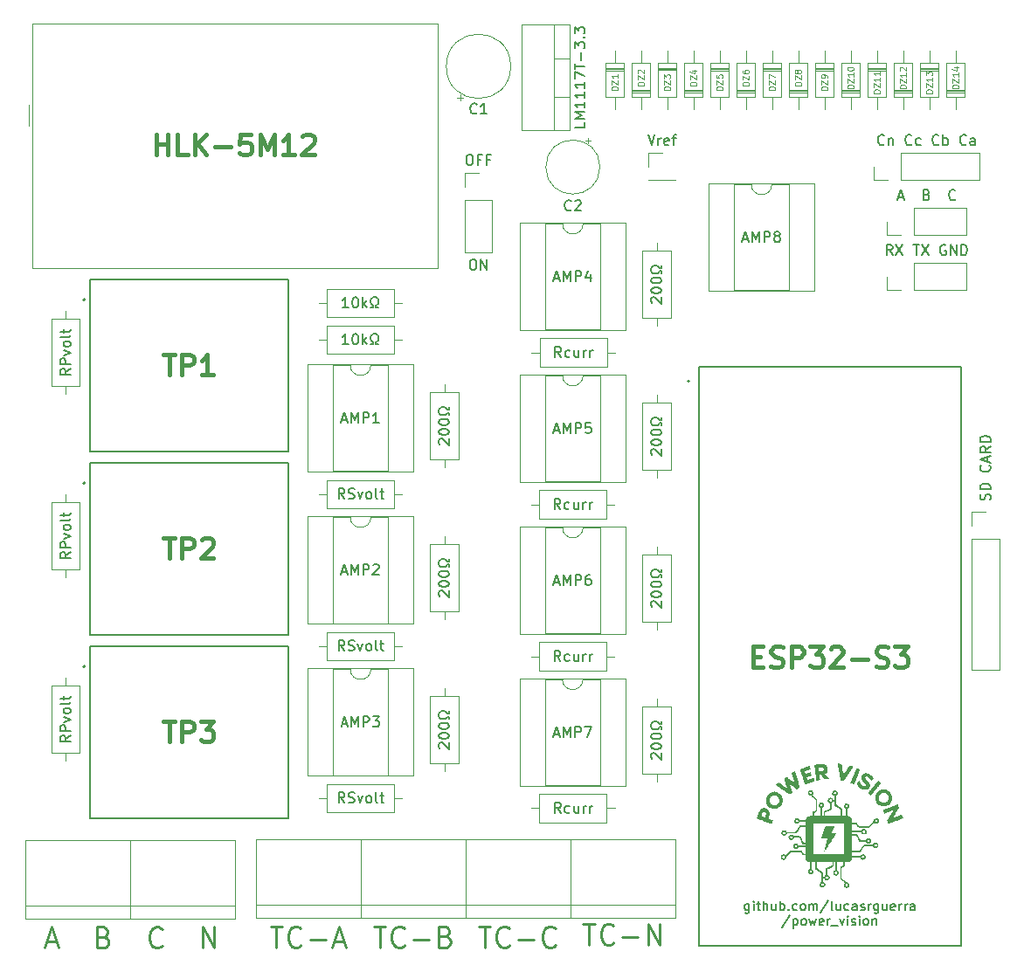
<source format=gbr>
%TF.GenerationSoftware,KiCad,Pcbnew,7.0.10*%
%TF.CreationDate,2024-06-01T23:55:20-03:00*%
%TF.ProjectId,board,626f6172-642e-46b6-9963-61645f706362,1.2*%
%TF.SameCoordinates,Original*%
%TF.FileFunction,Legend,Top*%
%TF.FilePolarity,Positive*%
%FSLAX46Y46*%
G04 Gerber Fmt 4.6, Leading zero omitted, Abs format (unit mm)*
G04 Created by KiCad (PCBNEW 7.0.10) date 2024-06-01 23:55:20*
%MOMM*%
%LPD*%
G01*
G04 APERTURE LIST*
%ADD10C,0.150000*%
%ADD11C,0.091200*%
%ADD12C,0.400000*%
%ADD13C,0.250000*%
%ADD14C,0.200000*%
%ADD15C,0.120000*%
%ADD16C,0.127000*%
G04 APERTURE END LIST*
D10*
X169745370Y-128389057D02*
X169745370Y-129117628D01*
X169745370Y-129117628D02*
X169702512Y-129203342D01*
X169702512Y-129203342D02*
X169659655Y-129246200D01*
X169659655Y-129246200D02*
X169573941Y-129289057D01*
X169573941Y-129289057D02*
X169445370Y-129289057D01*
X169445370Y-129289057D02*
X169359655Y-129246200D01*
X169745370Y-128946200D02*
X169659655Y-128989057D01*
X169659655Y-128989057D02*
X169488227Y-128989057D01*
X169488227Y-128989057D02*
X169402512Y-128946200D01*
X169402512Y-128946200D02*
X169359655Y-128903342D01*
X169359655Y-128903342D02*
X169316798Y-128817628D01*
X169316798Y-128817628D02*
X169316798Y-128560485D01*
X169316798Y-128560485D02*
X169359655Y-128474771D01*
X169359655Y-128474771D02*
X169402512Y-128431914D01*
X169402512Y-128431914D02*
X169488227Y-128389057D01*
X169488227Y-128389057D02*
X169659655Y-128389057D01*
X169659655Y-128389057D02*
X169745370Y-128431914D01*
X170173941Y-128989057D02*
X170173941Y-128389057D01*
X170173941Y-128089057D02*
X170131084Y-128131914D01*
X170131084Y-128131914D02*
X170173941Y-128174771D01*
X170173941Y-128174771D02*
X170216798Y-128131914D01*
X170216798Y-128131914D02*
X170173941Y-128089057D01*
X170173941Y-128089057D02*
X170173941Y-128174771D01*
X170473941Y-128389057D02*
X170816798Y-128389057D01*
X170602512Y-128089057D02*
X170602512Y-128860485D01*
X170602512Y-128860485D02*
X170645369Y-128946200D01*
X170645369Y-128946200D02*
X170731084Y-128989057D01*
X170731084Y-128989057D02*
X170816798Y-128989057D01*
X171116798Y-128989057D02*
X171116798Y-128089057D01*
X171502513Y-128989057D02*
X171502513Y-128517628D01*
X171502513Y-128517628D02*
X171459655Y-128431914D01*
X171459655Y-128431914D02*
X171373941Y-128389057D01*
X171373941Y-128389057D02*
X171245370Y-128389057D01*
X171245370Y-128389057D02*
X171159655Y-128431914D01*
X171159655Y-128431914D02*
X171116798Y-128474771D01*
X172316799Y-128389057D02*
X172316799Y-128989057D01*
X171931084Y-128389057D02*
X171931084Y-128860485D01*
X171931084Y-128860485D02*
X171973941Y-128946200D01*
X171973941Y-128946200D02*
X172059656Y-128989057D01*
X172059656Y-128989057D02*
X172188227Y-128989057D01*
X172188227Y-128989057D02*
X172273941Y-128946200D01*
X172273941Y-128946200D02*
X172316799Y-128903342D01*
X172745370Y-128989057D02*
X172745370Y-128089057D01*
X172745370Y-128431914D02*
X172831085Y-128389057D01*
X172831085Y-128389057D02*
X173002513Y-128389057D01*
X173002513Y-128389057D02*
X173088227Y-128431914D01*
X173088227Y-128431914D02*
X173131085Y-128474771D01*
X173131085Y-128474771D02*
X173173942Y-128560485D01*
X173173942Y-128560485D02*
X173173942Y-128817628D01*
X173173942Y-128817628D02*
X173131085Y-128903342D01*
X173131085Y-128903342D02*
X173088227Y-128946200D01*
X173088227Y-128946200D02*
X173002513Y-128989057D01*
X173002513Y-128989057D02*
X172831085Y-128989057D01*
X172831085Y-128989057D02*
X172745370Y-128946200D01*
X173559656Y-128903342D02*
X173602513Y-128946200D01*
X173602513Y-128946200D02*
X173559656Y-128989057D01*
X173559656Y-128989057D02*
X173516799Y-128946200D01*
X173516799Y-128946200D02*
X173559656Y-128903342D01*
X173559656Y-128903342D02*
X173559656Y-128989057D01*
X174373942Y-128946200D02*
X174288227Y-128989057D01*
X174288227Y-128989057D02*
X174116799Y-128989057D01*
X174116799Y-128989057D02*
X174031084Y-128946200D01*
X174031084Y-128946200D02*
X173988227Y-128903342D01*
X173988227Y-128903342D02*
X173945370Y-128817628D01*
X173945370Y-128817628D02*
X173945370Y-128560485D01*
X173945370Y-128560485D02*
X173988227Y-128474771D01*
X173988227Y-128474771D02*
X174031084Y-128431914D01*
X174031084Y-128431914D02*
X174116799Y-128389057D01*
X174116799Y-128389057D02*
X174288227Y-128389057D01*
X174288227Y-128389057D02*
X174373942Y-128431914D01*
X174888228Y-128989057D02*
X174802513Y-128946200D01*
X174802513Y-128946200D02*
X174759656Y-128903342D01*
X174759656Y-128903342D02*
X174716799Y-128817628D01*
X174716799Y-128817628D02*
X174716799Y-128560485D01*
X174716799Y-128560485D02*
X174759656Y-128474771D01*
X174759656Y-128474771D02*
X174802513Y-128431914D01*
X174802513Y-128431914D02*
X174888228Y-128389057D01*
X174888228Y-128389057D02*
X175016799Y-128389057D01*
X175016799Y-128389057D02*
X175102513Y-128431914D01*
X175102513Y-128431914D02*
X175145371Y-128474771D01*
X175145371Y-128474771D02*
X175188228Y-128560485D01*
X175188228Y-128560485D02*
X175188228Y-128817628D01*
X175188228Y-128817628D02*
X175145371Y-128903342D01*
X175145371Y-128903342D02*
X175102513Y-128946200D01*
X175102513Y-128946200D02*
X175016799Y-128989057D01*
X175016799Y-128989057D02*
X174888228Y-128989057D01*
X175573942Y-128989057D02*
X175573942Y-128389057D01*
X175573942Y-128474771D02*
X175616799Y-128431914D01*
X175616799Y-128431914D02*
X175702514Y-128389057D01*
X175702514Y-128389057D02*
X175831085Y-128389057D01*
X175831085Y-128389057D02*
X175916799Y-128431914D01*
X175916799Y-128431914D02*
X175959657Y-128517628D01*
X175959657Y-128517628D02*
X175959657Y-128989057D01*
X175959657Y-128517628D02*
X176002514Y-128431914D01*
X176002514Y-128431914D02*
X176088228Y-128389057D01*
X176088228Y-128389057D02*
X176216799Y-128389057D01*
X176216799Y-128389057D02*
X176302514Y-128431914D01*
X176302514Y-128431914D02*
X176345371Y-128517628D01*
X176345371Y-128517628D02*
X176345371Y-128989057D01*
X177416799Y-128046200D02*
X176645371Y-129203342D01*
X177845371Y-128989057D02*
X177759656Y-128946200D01*
X177759656Y-128946200D02*
X177716799Y-128860485D01*
X177716799Y-128860485D02*
X177716799Y-128089057D01*
X178573943Y-128389057D02*
X178573943Y-128989057D01*
X178188228Y-128389057D02*
X178188228Y-128860485D01*
X178188228Y-128860485D02*
X178231085Y-128946200D01*
X178231085Y-128946200D02*
X178316800Y-128989057D01*
X178316800Y-128989057D02*
X178445371Y-128989057D01*
X178445371Y-128989057D02*
X178531085Y-128946200D01*
X178531085Y-128946200D02*
X178573943Y-128903342D01*
X179388229Y-128946200D02*
X179302514Y-128989057D01*
X179302514Y-128989057D02*
X179131086Y-128989057D01*
X179131086Y-128989057D02*
X179045371Y-128946200D01*
X179045371Y-128946200D02*
X179002514Y-128903342D01*
X179002514Y-128903342D02*
X178959657Y-128817628D01*
X178959657Y-128817628D02*
X178959657Y-128560485D01*
X178959657Y-128560485D02*
X179002514Y-128474771D01*
X179002514Y-128474771D02*
X179045371Y-128431914D01*
X179045371Y-128431914D02*
X179131086Y-128389057D01*
X179131086Y-128389057D02*
X179302514Y-128389057D01*
X179302514Y-128389057D02*
X179388229Y-128431914D01*
X180159658Y-128989057D02*
X180159658Y-128517628D01*
X180159658Y-128517628D02*
X180116800Y-128431914D01*
X180116800Y-128431914D02*
X180031086Y-128389057D01*
X180031086Y-128389057D02*
X179859658Y-128389057D01*
X179859658Y-128389057D02*
X179773943Y-128431914D01*
X180159658Y-128946200D02*
X180073943Y-128989057D01*
X180073943Y-128989057D02*
X179859658Y-128989057D01*
X179859658Y-128989057D02*
X179773943Y-128946200D01*
X179773943Y-128946200D02*
X179731086Y-128860485D01*
X179731086Y-128860485D02*
X179731086Y-128774771D01*
X179731086Y-128774771D02*
X179773943Y-128689057D01*
X179773943Y-128689057D02*
X179859658Y-128646200D01*
X179859658Y-128646200D02*
X180073943Y-128646200D01*
X180073943Y-128646200D02*
X180159658Y-128603342D01*
X180545372Y-128946200D02*
X180631086Y-128989057D01*
X180631086Y-128989057D02*
X180802515Y-128989057D01*
X180802515Y-128989057D02*
X180888229Y-128946200D01*
X180888229Y-128946200D02*
X180931086Y-128860485D01*
X180931086Y-128860485D02*
X180931086Y-128817628D01*
X180931086Y-128817628D02*
X180888229Y-128731914D01*
X180888229Y-128731914D02*
X180802515Y-128689057D01*
X180802515Y-128689057D02*
X180673944Y-128689057D01*
X180673944Y-128689057D02*
X180588229Y-128646200D01*
X180588229Y-128646200D02*
X180545372Y-128560485D01*
X180545372Y-128560485D02*
X180545372Y-128517628D01*
X180545372Y-128517628D02*
X180588229Y-128431914D01*
X180588229Y-128431914D02*
X180673944Y-128389057D01*
X180673944Y-128389057D02*
X180802515Y-128389057D01*
X180802515Y-128389057D02*
X180888229Y-128431914D01*
X181316800Y-128989057D02*
X181316800Y-128389057D01*
X181316800Y-128560485D02*
X181359657Y-128474771D01*
X181359657Y-128474771D02*
X181402515Y-128431914D01*
X181402515Y-128431914D02*
X181488229Y-128389057D01*
X181488229Y-128389057D02*
X181573943Y-128389057D01*
X182259658Y-128389057D02*
X182259658Y-129117628D01*
X182259658Y-129117628D02*
X182216800Y-129203342D01*
X182216800Y-129203342D02*
X182173943Y-129246200D01*
X182173943Y-129246200D02*
X182088229Y-129289057D01*
X182088229Y-129289057D02*
X181959658Y-129289057D01*
X181959658Y-129289057D02*
X181873943Y-129246200D01*
X182259658Y-128946200D02*
X182173943Y-128989057D01*
X182173943Y-128989057D02*
X182002515Y-128989057D01*
X182002515Y-128989057D02*
X181916800Y-128946200D01*
X181916800Y-128946200D02*
X181873943Y-128903342D01*
X181873943Y-128903342D02*
X181831086Y-128817628D01*
X181831086Y-128817628D02*
X181831086Y-128560485D01*
X181831086Y-128560485D02*
X181873943Y-128474771D01*
X181873943Y-128474771D02*
X181916800Y-128431914D01*
X181916800Y-128431914D02*
X182002515Y-128389057D01*
X182002515Y-128389057D02*
X182173943Y-128389057D01*
X182173943Y-128389057D02*
X182259658Y-128431914D01*
X183073944Y-128389057D02*
X183073944Y-128989057D01*
X182688229Y-128389057D02*
X182688229Y-128860485D01*
X182688229Y-128860485D02*
X182731086Y-128946200D01*
X182731086Y-128946200D02*
X182816801Y-128989057D01*
X182816801Y-128989057D02*
X182945372Y-128989057D01*
X182945372Y-128989057D02*
X183031086Y-128946200D01*
X183031086Y-128946200D02*
X183073944Y-128903342D01*
X183845372Y-128946200D02*
X183759658Y-128989057D01*
X183759658Y-128989057D02*
X183588230Y-128989057D01*
X183588230Y-128989057D02*
X183502515Y-128946200D01*
X183502515Y-128946200D02*
X183459658Y-128860485D01*
X183459658Y-128860485D02*
X183459658Y-128517628D01*
X183459658Y-128517628D02*
X183502515Y-128431914D01*
X183502515Y-128431914D02*
X183588230Y-128389057D01*
X183588230Y-128389057D02*
X183759658Y-128389057D01*
X183759658Y-128389057D02*
X183845372Y-128431914D01*
X183845372Y-128431914D02*
X183888230Y-128517628D01*
X183888230Y-128517628D02*
X183888230Y-128603342D01*
X183888230Y-128603342D02*
X183459658Y-128689057D01*
X184273944Y-128989057D02*
X184273944Y-128389057D01*
X184273944Y-128560485D02*
X184316801Y-128474771D01*
X184316801Y-128474771D02*
X184359659Y-128431914D01*
X184359659Y-128431914D02*
X184445373Y-128389057D01*
X184445373Y-128389057D02*
X184531087Y-128389057D01*
X184831087Y-128989057D02*
X184831087Y-128389057D01*
X184831087Y-128560485D02*
X184873944Y-128474771D01*
X184873944Y-128474771D02*
X184916802Y-128431914D01*
X184916802Y-128431914D02*
X185002516Y-128389057D01*
X185002516Y-128389057D02*
X185088230Y-128389057D01*
X185773945Y-128989057D02*
X185773945Y-128517628D01*
X185773945Y-128517628D02*
X185731087Y-128431914D01*
X185731087Y-128431914D02*
X185645373Y-128389057D01*
X185645373Y-128389057D02*
X185473945Y-128389057D01*
X185473945Y-128389057D02*
X185388230Y-128431914D01*
X185773945Y-128946200D02*
X185688230Y-128989057D01*
X185688230Y-128989057D02*
X185473945Y-128989057D01*
X185473945Y-128989057D02*
X185388230Y-128946200D01*
X185388230Y-128946200D02*
X185345373Y-128860485D01*
X185345373Y-128860485D02*
X185345373Y-128774771D01*
X185345373Y-128774771D02*
X185388230Y-128689057D01*
X185388230Y-128689057D02*
X185473945Y-128646200D01*
X185473945Y-128646200D02*
X185688230Y-128646200D01*
X185688230Y-128646200D02*
X185773945Y-128603342D01*
X173709657Y-129495200D02*
X172938229Y-130652342D01*
X174009657Y-129838057D02*
X174009657Y-130738057D01*
X174009657Y-129880914D02*
X174095372Y-129838057D01*
X174095372Y-129838057D02*
X174266800Y-129838057D01*
X174266800Y-129838057D02*
X174352514Y-129880914D01*
X174352514Y-129880914D02*
X174395372Y-129923771D01*
X174395372Y-129923771D02*
X174438229Y-130009485D01*
X174438229Y-130009485D02*
X174438229Y-130266628D01*
X174438229Y-130266628D02*
X174395372Y-130352342D01*
X174395372Y-130352342D02*
X174352514Y-130395200D01*
X174352514Y-130395200D02*
X174266800Y-130438057D01*
X174266800Y-130438057D02*
X174095372Y-130438057D01*
X174095372Y-130438057D02*
X174009657Y-130395200D01*
X174952515Y-130438057D02*
X174866800Y-130395200D01*
X174866800Y-130395200D02*
X174823943Y-130352342D01*
X174823943Y-130352342D02*
X174781086Y-130266628D01*
X174781086Y-130266628D02*
X174781086Y-130009485D01*
X174781086Y-130009485D02*
X174823943Y-129923771D01*
X174823943Y-129923771D02*
X174866800Y-129880914D01*
X174866800Y-129880914D02*
X174952515Y-129838057D01*
X174952515Y-129838057D02*
X175081086Y-129838057D01*
X175081086Y-129838057D02*
X175166800Y-129880914D01*
X175166800Y-129880914D02*
X175209658Y-129923771D01*
X175209658Y-129923771D02*
X175252515Y-130009485D01*
X175252515Y-130009485D02*
X175252515Y-130266628D01*
X175252515Y-130266628D02*
X175209658Y-130352342D01*
X175209658Y-130352342D02*
X175166800Y-130395200D01*
X175166800Y-130395200D02*
X175081086Y-130438057D01*
X175081086Y-130438057D02*
X174952515Y-130438057D01*
X175552515Y-129838057D02*
X175723944Y-130438057D01*
X175723944Y-130438057D02*
X175895372Y-130009485D01*
X175895372Y-130009485D02*
X176066801Y-130438057D01*
X176066801Y-130438057D02*
X176238229Y-129838057D01*
X176923943Y-130395200D02*
X176838229Y-130438057D01*
X176838229Y-130438057D02*
X176666801Y-130438057D01*
X176666801Y-130438057D02*
X176581086Y-130395200D01*
X176581086Y-130395200D02*
X176538229Y-130309485D01*
X176538229Y-130309485D02*
X176538229Y-129966628D01*
X176538229Y-129966628D02*
X176581086Y-129880914D01*
X176581086Y-129880914D02*
X176666801Y-129838057D01*
X176666801Y-129838057D02*
X176838229Y-129838057D01*
X176838229Y-129838057D02*
X176923943Y-129880914D01*
X176923943Y-129880914D02*
X176966801Y-129966628D01*
X176966801Y-129966628D02*
X176966801Y-130052342D01*
X176966801Y-130052342D02*
X176538229Y-130138057D01*
X177352515Y-130438057D02*
X177352515Y-129838057D01*
X177352515Y-130009485D02*
X177395372Y-129923771D01*
X177395372Y-129923771D02*
X177438230Y-129880914D01*
X177438230Y-129880914D02*
X177523944Y-129838057D01*
X177523944Y-129838057D02*
X177609658Y-129838057D01*
X177695373Y-130523771D02*
X178381087Y-130523771D01*
X178509658Y-129838057D02*
X178723944Y-130438057D01*
X178723944Y-130438057D02*
X178938229Y-129838057D01*
X179281086Y-130438057D02*
X179281086Y-129838057D01*
X179281086Y-129538057D02*
X179238229Y-129580914D01*
X179238229Y-129580914D02*
X179281086Y-129623771D01*
X179281086Y-129623771D02*
X179323943Y-129580914D01*
X179323943Y-129580914D02*
X179281086Y-129538057D01*
X179281086Y-129538057D02*
X179281086Y-129623771D01*
X179666800Y-130395200D02*
X179752514Y-130438057D01*
X179752514Y-130438057D02*
X179923943Y-130438057D01*
X179923943Y-130438057D02*
X180009657Y-130395200D01*
X180009657Y-130395200D02*
X180052514Y-130309485D01*
X180052514Y-130309485D02*
X180052514Y-130266628D01*
X180052514Y-130266628D02*
X180009657Y-130180914D01*
X180009657Y-130180914D02*
X179923943Y-130138057D01*
X179923943Y-130138057D02*
X179795372Y-130138057D01*
X179795372Y-130138057D02*
X179709657Y-130095200D01*
X179709657Y-130095200D02*
X179666800Y-130009485D01*
X179666800Y-130009485D02*
X179666800Y-129966628D01*
X179666800Y-129966628D02*
X179709657Y-129880914D01*
X179709657Y-129880914D02*
X179795372Y-129838057D01*
X179795372Y-129838057D02*
X179923943Y-129838057D01*
X179923943Y-129838057D02*
X180009657Y-129880914D01*
X180438228Y-130438057D02*
X180438228Y-129838057D01*
X180438228Y-129538057D02*
X180395371Y-129580914D01*
X180395371Y-129580914D02*
X180438228Y-129623771D01*
X180438228Y-129623771D02*
X180481085Y-129580914D01*
X180481085Y-129580914D02*
X180438228Y-129538057D01*
X180438228Y-129538057D02*
X180438228Y-129623771D01*
X180995371Y-130438057D02*
X180909656Y-130395200D01*
X180909656Y-130395200D02*
X180866799Y-130352342D01*
X180866799Y-130352342D02*
X180823942Y-130266628D01*
X180823942Y-130266628D02*
X180823942Y-130009485D01*
X180823942Y-130009485D02*
X180866799Y-129923771D01*
X180866799Y-129923771D02*
X180909656Y-129880914D01*
X180909656Y-129880914D02*
X180995371Y-129838057D01*
X180995371Y-129838057D02*
X181123942Y-129838057D01*
X181123942Y-129838057D02*
X181209656Y-129880914D01*
X181209656Y-129880914D02*
X181252514Y-129923771D01*
X181252514Y-129923771D02*
X181295371Y-130009485D01*
X181295371Y-130009485D02*
X181295371Y-130266628D01*
X181295371Y-130266628D02*
X181252514Y-130352342D01*
X181252514Y-130352342D02*
X181209656Y-130395200D01*
X181209656Y-130395200D02*
X181123942Y-130438057D01*
X181123942Y-130438057D02*
X180995371Y-130438057D01*
X181681085Y-129838057D02*
X181681085Y-130438057D01*
X181681085Y-129923771D02*
X181723942Y-129880914D01*
X181723942Y-129880914D02*
X181809657Y-129838057D01*
X181809657Y-129838057D02*
X181938228Y-129838057D01*
X181938228Y-129838057D02*
X182023942Y-129880914D01*
X182023942Y-129880914D02*
X182066800Y-129966628D01*
X182066800Y-129966628D02*
X182066800Y-130438057D01*
X130304286Y-110923104D02*
X130780476Y-110923104D01*
X130209048Y-111208819D02*
X130542381Y-110208819D01*
X130542381Y-110208819D02*
X130875714Y-111208819D01*
X131209048Y-111208819D02*
X131209048Y-110208819D01*
X131209048Y-110208819D02*
X131542381Y-110923104D01*
X131542381Y-110923104D02*
X131875714Y-110208819D01*
X131875714Y-110208819D02*
X131875714Y-111208819D01*
X132351905Y-111208819D02*
X132351905Y-110208819D01*
X132351905Y-110208819D02*
X132732857Y-110208819D01*
X132732857Y-110208819D02*
X132828095Y-110256438D01*
X132828095Y-110256438D02*
X132875714Y-110304057D01*
X132875714Y-110304057D02*
X132923333Y-110399295D01*
X132923333Y-110399295D02*
X132923333Y-110542152D01*
X132923333Y-110542152D02*
X132875714Y-110637390D01*
X132875714Y-110637390D02*
X132828095Y-110685009D01*
X132828095Y-110685009D02*
X132732857Y-110732628D01*
X132732857Y-110732628D02*
X132351905Y-110732628D01*
X133256667Y-110208819D02*
X133875714Y-110208819D01*
X133875714Y-110208819D02*
X133542381Y-110589771D01*
X133542381Y-110589771D02*
X133685238Y-110589771D01*
X133685238Y-110589771D02*
X133780476Y-110637390D01*
X133780476Y-110637390D02*
X133828095Y-110685009D01*
X133828095Y-110685009D02*
X133875714Y-110780247D01*
X133875714Y-110780247D02*
X133875714Y-111018342D01*
X133875714Y-111018342D02*
X133828095Y-111113580D01*
X133828095Y-111113580D02*
X133780476Y-111161200D01*
X133780476Y-111161200D02*
X133685238Y-111208819D01*
X133685238Y-111208819D02*
X133399524Y-111208819D01*
X133399524Y-111208819D02*
X133304286Y-111161200D01*
X133304286Y-111161200D02*
X133256667Y-111113580D01*
D11*
X190014529Y-49313810D02*
X189406529Y-49313810D01*
X189406529Y-49313810D02*
X189406529Y-49169048D01*
X189406529Y-49169048D02*
X189435481Y-49082191D01*
X189435481Y-49082191D02*
X189493386Y-49024286D01*
X189493386Y-49024286D02*
X189551291Y-48995333D01*
X189551291Y-48995333D02*
X189667100Y-48966381D01*
X189667100Y-48966381D02*
X189753957Y-48966381D01*
X189753957Y-48966381D02*
X189869767Y-48995333D01*
X189869767Y-48995333D02*
X189927672Y-49024286D01*
X189927672Y-49024286D02*
X189985577Y-49082191D01*
X189985577Y-49082191D02*
X190014529Y-49169048D01*
X190014529Y-49169048D02*
X190014529Y-49313810D01*
X189406529Y-48763714D02*
X189406529Y-48358381D01*
X189406529Y-48358381D02*
X190014529Y-48763714D01*
X190014529Y-48763714D02*
X190014529Y-48358381D01*
X190014529Y-47808285D02*
X190014529Y-48155714D01*
X190014529Y-47982000D02*
X189406529Y-47982000D01*
X189406529Y-47982000D02*
X189493386Y-48039904D01*
X189493386Y-48039904D02*
X189551291Y-48097809D01*
X189551291Y-48097809D02*
X189580243Y-48155714D01*
X189609196Y-47287142D02*
X190014529Y-47287142D01*
X189377577Y-47431904D02*
X189811862Y-47576666D01*
X189811862Y-47576666D02*
X189811862Y-47200285D01*
D10*
X151509523Y-75374819D02*
X151176190Y-74898628D01*
X150938095Y-75374819D02*
X150938095Y-74374819D01*
X150938095Y-74374819D02*
X151319047Y-74374819D01*
X151319047Y-74374819D02*
X151414285Y-74422438D01*
X151414285Y-74422438D02*
X151461904Y-74470057D01*
X151461904Y-74470057D02*
X151509523Y-74565295D01*
X151509523Y-74565295D02*
X151509523Y-74708152D01*
X151509523Y-74708152D02*
X151461904Y-74803390D01*
X151461904Y-74803390D02*
X151414285Y-74851009D01*
X151414285Y-74851009D02*
X151319047Y-74898628D01*
X151319047Y-74898628D02*
X150938095Y-74898628D01*
X152366666Y-75327200D02*
X152271428Y-75374819D01*
X152271428Y-75374819D02*
X152080952Y-75374819D01*
X152080952Y-75374819D02*
X151985714Y-75327200D01*
X151985714Y-75327200D02*
X151938095Y-75279580D01*
X151938095Y-75279580D02*
X151890476Y-75184342D01*
X151890476Y-75184342D02*
X151890476Y-74898628D01*
X151890476Y-74898628D02*
X151938095Y-74803390D01*
X151938095Y-74803390D02*
X151985714Y-74755771D01*
X151985714Y-74755771D02*
X152080952Y-74708152D01*
X152080952Y-74708152D02*
X152271428Y-74708152D01*
X152271428Y-74708152D02*
X152366666Y-74755771D01*
X153223809Y-74708152D02*
X153223809Y-75374819D01*
X152795238Y-74708152D02*
X152795238Y-75231961D01*
X152795238Y-75231961D02*
X152842857Y-75327200D01*
X152842857Y-75327200D02*
X152938095Y-75374819D01*
X152938095Y-75374819D02*
X153080952Y-75374819D01*
X153080952Y-75374819D02*
X153176190Y-75327200D01*
X153176190Y-75327200D02*
X153223809Y-75279580D01*
X153700000Y-75374819D02*
X153700000Y-74708152D01*
X153700000Y-74898628D02*
X153747619Y-74803390D01*
X153747619Y-74803390D02*
X153795238Y-74755771D01*
X153795238Y-74755771D02*
X153890476Y-74708152D01*
X153890476Y-74708152D02*
X153985714Y-74708152D01*
X154319048Y-75374819D02*
X154319048Y-74708152D01*
X154319048Y-74898628D02*
X154366667Y-74803390D01*
X154366667Y-74803390D02*
X154414286Y-74755771D01*
X154414286Y-74755771D02*
X154509524Y-74708152D01*
X154509524Y-74708152D02*
X154604762Y-74708152D01*
X169156286Y-63923104D02*
X169632476Y-63923104D01*
X169061048Y-64208819D02*
X169394381Y-63208819D01*
X169394381Y-63208819D02*
X169727714Y-64208819D01*
X170061048Y-64208819D02*
X170061048Y-63208819D01*
X170061048Y-63208819D02*
X170394381Y-63923104D01*
X170394381Y-63923104D02*
X170727714Y-63208819D01*
X170727714Y-63208819D02*
X170727714Y-64208819D01*
X171203905Y-64208819D02*
X171203905Y-63208819D01*
X171203905Y-63208819D02*
X171584857Y-63208819D01*
X171584857Y-63208819D02*
X171680095Y-63256438D01*
X171680095Y-63256438D02*
X171727714Y-63304057D01*
X171727714Y-63304057D02*
X171775333Y-63399295D01*
X171775333Y-63399295D02*
X171775333Y-63542152D01*
X171775333Y-63542152D02*
X171727714Y-63637390D01*
X171727714Y-63637390D02*
X171680095Y-63685009D01*
X171680095Y-63685009D02*
X171584857Y-63732628D01*
X171584857Y-63732628D02*
X171203905Y-63732628D01*
X172346762Y-63637390D02*
X172251524Y-63589771D01*
X172251524Y-63589771D02*
X172203905Y-63542152D01*
X172203905Y-63542152D02*
X172156286Y-63446914D01*
X172156286Y-63446914D02*
X172156286Y-63399295D01*
X172156286Y-63399295D02*
X172203905Y-63304057D01*
X172203905Y-63304057D02*
X172251524Y-63256438D01*
X172251524Y-63256438D02*
X172346762Y-63208819D01*
X172346762Y-63208819D02*
X172537238Y-63208819D01*
X172537238Y-63208819D02*
X172632476Y-63256438D01*
X172632476Y-63256438D02*
X172680095Y-63304057D01*
X172680095Y-63304057D02*
X172727714Y-63399295D01*
X172727714Y-63399295D02*
X172727714Y-63446914D01*
X172727714Y-63446914D02*
X172680095Y-63542152D01*
X172680095Y-63542152D02*
X172632476Y-63589771D01*
X172632476Y-63589771D02*
X172537238Y-63637390D01*
X172537238Y-63637390D02*
X172346762Y-63637390D01*
X172346762Y-63637390D02*
X172251524Y-63685009D01*
X172251524Y-63685009D02*
X172203905Y-63732628D01*
X172203905Y-63732628D02*
X172156286Y-63827866D01*
X172156286Y-63827866D02*
X172156286Y-64018342D01*
X172156286Y-64018342D02*
X172203905Y-64113580D01*
X172203905Y-64113580D02*
X172251524Y-64161200D01*
X172251524Y-64161200D02*
X172346762Y-64208819D01*
X172346762Y-64208819D02*
X172537238Y-64208819D01*
X172537238Y-64208819D02*
X172632476Y-64161200D01*
X172632476Y-64161200D02*
X172680095Y-64113580D01*
X172680095Y-64113580D02*
X172727714Y-64018342D01*
X172727714Y-64018342D02*
X172727714Y-63827866D01*
X172727714Y-63827866D02*
X172680095Y-63732628D01*
X172680095Y-63732628D02*
X172632476Y-63685009D01*
X172632476Y-63685009D02*
X172537238Y-63637390D01*
D11*
X159534529Y-49024286D02*
X158926529Y-49024286D01*
X158926529Y-49024286D02*
X158926529Y-48879524D01*
X158926529Y-48879524D02*
X158955481Y-48792667D01*
X158955481Y-48792667D02*
X159013386Y-48734762D01*
X159013386Y-48734762D02*
X159071291Y-48705809D01*
X159071291Y-48705809D02*
X159187100Y-48676857D01*
X159187100Y-48676857D02*
X159273957Y-48676857D01*
X159273957Y-48676857D02*
X159389767Y-48705809D01*
X159389767Y-48705809D02*
X159447672Y-48734762D01*
X159447672Y-48734762D02*
X159505577Y-48792667D01*
X159505577Y-48792667D02*
X159534529Y-48879524D01*
X159534529Y-48879524D02*
X159534529Y-49024286D01*
X158926529Y-48474190D02*
X158926529Y-48068857D01*
X158926529Y-48068857D02*
X159534529Y-48474190D01*
X159534529Y-48474190D02*
X159534529Y-48068857D01*
X158984434Y-47866190D02*
X158955481Y-47837238D01*
X158955481Y-47837238D02*
X158926529Y-47779333D01*
X158926529Y-47779333D02*
X158926529Y-47634571D01*
X158926529Y-47634571D02*
X158955481Y-47576666D01*
X158955481Y-47576666D02*
X158984434Y-47547714D01*
X158984434Y-47547714D02*
X159042338Y-47518761D01*
X159042338Y-47518761D02*
X159100243Y-47518761D01*
X159100243Y-47518761D02*
X159187100Y-47547714D01*
X159187100Y-47547714D02*
X159534529Y-47895142D01*
X159534529Y-47895142D02*
X159534529Y-47518761D01*
D10*
X130527380Y-103827819D02*
X130194047Y-103351628D01*
X129955952Y-103827819D02*
X129955952Y-102827819D01*
X129955952Y-102827819D02*
X130336904Y-102827819D01*
X130336904Y-102827819D02*
X130432142Y-102875438D01*
X130432142Y-102875438D02*
X130479761Y-102923057D01*
X130479761Y-102923057D02*
X130527380Y-103018295D01*
X130527380Y-103018295D02*
X130527380Y-103161152D01*
X130527380Y-103161152D02*
X130479761Y-103256390D01*
X130479761Y-103256390D02*
X130432142Y-103304009D01*
X130432142Y-103304009D02*
X130336904Y-103351628D01*
X130336904Y-103351628D02*
X129955952Y-103351628D01*
X130908333Y-103780200D02*
X131051190Y-103827819D01*
X131051190Y-103827819D02*
X131289285Y-103827819D01*
X131289285Y-103827819D02*
X131384523Y-103780200D01*
X131384523Y-103780200D02*
X131432142Y-103732580D01*
X131432142Y-103732580D02*
X131479761Y-103637342D01*
X131479761Y-103637342D02*
X131479761Y-103542104D01*
X131479761Y-103542104D02*
X131432142Y-103446866D01*
X131432142Y-103446866D02*
X131384523Y-103399247D01*
X131384523Y-103399247D02*
X131289285Y-103351628D01*
X131289285Y-103351628D02*
X131098809Y-103304009D01*
X131098809Y-103304009D02*
X131003571Y-103256390D01*
X131003571Y-103256390D02*
X130955952Y-103208771D01*
X130955952Y-103208771D02*
X130908333Y-103113533D01*
X130908333Y-103113533D02*
X130908333Y-103018295D01*
X130908333Y-103018295D02*
X130955952Y-102923057D01*
X130955952Y-102923057D02*
X131003571Y-102875438D01*
X131003571Y-102875438D02*
X131098809Y-102827819D01*
X131098809Y-102827819D02*
X131336904Y-102827819D01*
X131336904Y-102827819D02*
X131479761Y-102875438D01*
X131813095Y-103161152D02*
X132051190Y-103827819D01*
X132051190Y-103827819D02*
X132289285Y-103161152D01*
X132813095Y-103827819D02*
X132717857Y-103780200D01*
X132717857Y-103780200D02*
X132670238Y-103732580D01*
X132670238Y-103732580D02*
X132622619Y-103637342D01*
X132622619Y-103637342D02*
X132622619Y-103351628D01*
X132622619Y-103351628D02*
X132670238Y-103256390D01*
X132670238Y-103256390D02*
X132717857Y-103208771D01*
X132717857Y-103208771D02*
X132813095Y-103161152D01*
X132813095Y-103161152D02*
X132955952Y-103161152D01*
X132955952Y-103161152D02*
X133051190Y-103208771D01*
X133051190Y-103208771D02*
X133098809Y-103256390D01*
X133098809Y-103256390D02*
X133146428Y-103351628D01*
X133146428Y-103351628D02*
X133146428Y-103637342D01*
X133146428Y-103637342D02*
X133098809Y-103732580D01*
X133098809Y-103732580D02*
X133051190Y-103780200D01*
X133051190Y-103780200D02*
X132955952Y-103827819D01*
X132955952Y-103827819D02*
X132813095Y-103827819D01*
X133717857Y-103827819D02*
X133622619Y-103780200D01*
X133622619Y-103780200D02*
X133575000Y-103684961D01*
X133575000Y-103684961D02*
X133575000Y-102827819D01*
X133955953Y-103161152D02*
X134336905Y-103161152D01*
X134098810Y-102827819D02*
X134098810Y-103684961D01*
X134098810Y-103684961D02*
X134146429Y-103780200D01*
X134146429Y-103780200D02*
X134241667Y-103827819D01*
X134241667Y-103827819D02*
X134336905Y-103827819D01*
D12*
X112268952Y-55768438D02*
X112268952Y-53768438D01*
X112268952Y-54720819D02*
X113411809Y-54720819D01*
X113411809Y-55768438D02*
X113411809Y-53768438D01*
X115316571Y-55768438D02*
X114364190Y-55768438D01*
X114364190Y-55768438D02*
X114364190Y-53768438D01*
X115983238Y-55768438D02*
X115983238Y-53768438D01*
X117126095Y-55768438D02*
X116268952Y-54625580D01*
X117126095Y-53768438D02*
X115983238Y-54911295D01*
X117983238Y-55006533D02*
X119507048Y-55006533D01*
X121411809Y-53768438D02*
X120459428Y-53768438D01*
X120459428Y-53768438D02*
X120364190Y-54720819D01*
X120364190Y-54720819D02*
X120459428Y-54625580D01*
X120459428Y-54625580D02*
X120649904Y-54530342D01*
X120649904Y-54530342D02*
X121126095Y-54530342D01*
X121126095Y-54530342D02*
X121316571Y-54625580D01*
X121316571Y-54625580D02*
X121411809Y-54720819D01*
X121411809Y-54720819D02*
X121507047Y-54911295D01*
X121507047Y-54911295D02*
X121507047Y-55387485D01*
X121507047Y-55387485D02*
X121411809Y-55577961D01*
X121411809Y-55577961D02*
X121316571Y-55673200D01*
X121316571Y-55673200D02*
X121126095Y-55768438D01*
X121126095Y-55768438D02*
X120649904Y-55768438D01*
X120649904Y-55768438D02*
X120459428Y-55673200D01*
X120459428Y-55673200D02*
X120364190Y-55577961D01*
X122364190Y-55768438D02*
X122364190Y-53768438D01*
X122364190Y-53768438D02*
X123030857Y-55197009D01*
X123030857Y-55197009D02*
X123697523Y-53768438D01*
X123697523Y-53768438D02*
X123697523Y-55768438D01*
X125697523Y-55768438D02*
X124554666Y-55768438D01*
X125126094Y-55768438D02*
X125126094Y-53768438D01*
X125126094Y-53768438D02*
X124935618Y-54054152D01*
X124935618Y-54054152D02*
X124745142Y-54244628D01*
X124745142Y-54244628D02*
X124554666Y-54339866D01*
X126459428Y-53958914D02*
X126554666Y-53863676D01*
X126554666Y-53863676D02*
X126745142Y-53768438D01*
X126745142Y-53768438D02*
X127221333Y-53768438D01*
X127221333Y-53768438D02*
X127411809Y-53863676D01*
X127411809Y-53863676D02*
X127507047Y-53958914D01*
X127507047Y-53958914D02*
X127602285Y-54149390D01*
X127602285Y-54149390D02*
X127602285Y-54339866D01*
X127602285Y-54339866D02*
X127507047Y-54625580D01*
X127507047Y-54625580D02*
X126364190Y-55768438D01*
X126364190Y-55768438D02*
X127602285Y-55768438D01*
D10*
X160322057Y-70125523D02*
X160274438Y-70077904D01*
X160274438Y-70077904D02*
X160226819Y-69982666D01*
X160226819Y-69982666D02*
X160226819Y-69744571D01*
X160226819Y-69744571D02*
X160274438Y-69649333D01*
X160274438Y-69649333D02*
X160322057Y-69601714D01*
X160322057Y-69601714D02*
X160417295Y-69554095D01*
X160417295Y-69554095D02*
X160512533Y-69554095D01*
X160512533Y-69554095D02*
X160655390Y-69601714D01*
X160655390Y-69601714D02*
X161226819Y-70173142D01*
X161226819Y-70173142D02*
X161226819Y-69554095D01*
X160226819Y-68935047D02*
X160226819Y-68839809D01*
X160226819Y-68839809D02*
X160274438Y-68744571D01*
X160274438Y-68744571D02*
X160322057Y-68696952D01*
X160322057Y-68696952D02*
X160417295Y-68649333D01*
X160417295Y-68649333D02*
X160607771Y-68601714D01*
X160607771Y-68601714D02*
X160845866Y-68601714D01*
X160845866Y-68601714D02*
X161036342Y-68649333D01*
X161036342Y-68649333D02*
X161131580Y-68696952D01*
X161131580Y-68696952D02*
X161179200Y-68744571D01*
X161179200Y-68744571D02*
X161226819Y-68839809D01*
X161226819Y-68839809D02*
X161226819Y-68935047D01*
X161226819Y-68935047D02*
X161179200Y-69030285D01*
X161179200Y-69030285D02*
X161131580Y-69077904D01*
X161131580Y-69077904D02*
X161036342Y-69125523D01*
X161036342Y-69125523D02*
X160845866Y-69173142D01*
X160845866Y-69173142D02*
X160607771Y-69173142D01*
X160607771Y-69173142D02*
X160417295Y-69125523D01*
X160417295Y-69125523D02*
X160322057Y-69077904D01*
X160322057Y-69077904D02*
X160274438Y-69030285D01*
X160274438Y-69030285D02*
X160226819Y-68935047D01*
X160226819Y-67982666D02*
X160226819Y-67887428D01*
X160226819Y-67887428D02*
X160274438Y-67792190D01*
X160274438Y-67792190D02*
X160322057Y-67744571D01*
X160322057Y-67744571D02*
X160417295Y-67696952D01*
X160417295Y-67696952D02*
X160607771Y-67649333D01*
X160607771Y-67649333D02*
X160845866Y-67649333D01*
X160845866Y-67649333D02*
X161036342Y-67696952D01*
X161036342Y-67696952D02*
X161131580Y-67744571D01*
X161131580Y-67744571D02*
X161179200Y-67792190D01*
X161179200Y-67792190D02*
X161226819Y-67887428D01*
X161226819Y-67887428D02*
X161226819Y-67982666D01*
X161226819Y-67982666D02*
X161179200Y-68077904D01*
X161179200Y-68077904D02*
X161131580Y-68125523D01*
X161131580Y-68125523D02*
X161036342Y-68173142D01*
X161036342Y-68173142D02*
X160845866Y-68220761D01*
X160845866Y-68220761D02*
X160607771Y-68220761D01*
X160607771Y-68220761D02*
X160417295Y-68173142D01*
X160417295Y-68173142D02*
X160322057Y-68125523D01*
X160322057Y-68125523D02*
X160274438Y-68077904D01*
X160274438Y-68077904D02*
X160226819Y-67982666D01*
X161226819Y-67268380D02*
X161226819Y-67030285D01*
X161226819Y-67030285D02*
X161036342Y-67030285D01*
X161036342Y-67030285D02*
X160988723Y-67125523D01*
X160988723Y-67125523D02*
X160893485Y-67220761D01*
X160893485Y-67220761D02*
X160750628Y-67268380D01*
X160750628Y-67268380D02*
X160512533Y-67268380D01*
X160512533Y-67268380D02*
X160369676Y-67220761D01*
X160369676Y-67220761D02*
X160274438Y-67125523D01*
X160274438Y-67125523D02*
X160226819Y-66982666D01*
X160226819Y-66982666D02*
X160226819Y-66792190D01*
X160226819Y-66792190D02*
X160274438Y-66649333D01*
X160274438Y-66649333D02*
X160369676Y-66554095D01*
X160369676Y-66554095D02*
X160512533Y-66506476D01*
X160512533Y-66506476D02*
X160750628Y-66506476D01*
X160750628Y-66506476D02*
X160893485Y-66554095D01*
X160893485Y-66554095D02*
X160988723Y-66649333D01*
X160988723Y-66649333D02*
X161036342Y-66744571D01*
X161036342Y-66744571D02*
X161226819Y-66744571D01*
X161226819Y-66744571D02*
X161226819Y-66506476D01*
D12*
X170138228Y-104377819D02*
X170804895Y-104377819D01*
X171090609Y-105425438D02*
X170138228Y-105425438D01*
X170138228Y-105425438D02*
X170138228Y-103425438D01*
X170138228Y-103425438D02*
X171090609Y-103425438D01*
X171852514Y-105330200D02*
X172138228Y-105425438D01*
X172138228Y-105425438D02*
X172614419Y-105425438D01*
X172614419Y-105425438D02*
X172804895Y-105330200D01*
X172804895Y-105330200D02*
X172900133Y-105234961D01*
X172900133Y-105234961D02*
X172995371Y-105044485D01*
X172995371Y-105044485D02*
X172995371Y-104854009D01*
X172995371Y-104854009D02*
X172900133Y-104663533D01*
X172900133Y-104663533D02*
X172804895Y-104568295D01*
X172804895Y-104568295D02*
X172614419Y-104473057D01*
X172614419Y-104473057D02*
X172233466Y-104377819D01*
X172233466Y-104377819D02*
X172042990Y-104282580D01*
X172042990Y-104282580D02*
X171947752Y-104187342D01*
X171947752Y-104187342D02*
X171852514Y-103996866D01*
X171852514Y-103996866D02*
X171852514Y-103806390D01*
X171852514Y-103806390D02*
X171947752Y-103615914D01*
X171947752Y-103615914D02*
X172042990Y-103520676D01*
X172042990Y-103520676D02*
X172233466Y-103425438D01*
X172233466Y-103425438D02*
X172709657Y-103425438D01*
X172709657Y-103425438D02*
X172995371Y-103520676D01*
X173852514Y-105425438D02*
X173852514Y-103425438D01*
X173852514Y-103425438D02*
X174614419Y-103425438D01*
X174614419Y-103425438D02*
X174804895Y-103520676D01*
X174804895Y-103520676D02*
X174900133Y-103615914D01*
X174900133Y-103615914D02*
X174995371Y-103806390D01*
X174995371Y-103806390D02*
X174995371Y-104092104D01*
X174995371Y-104092104D02*
X174900133Y-104282580D01*
X174900133Y-104282580D02*
X174804895Y-104377819D01*
X174804895Y-104377819D02*
X174614419Y-104473057D01*
X174614419Y-104473057D02*
X173852514Y-104473057D01*
X175662038Y-103425438D02*
X176900133Y-103425438D01*
X176900133Y-103425438D02*
X176233466Y-104187342D01*
X176233466Y-104187342D02*
X176519181Y-104187342D01*
X176519181Y-104187342D02*
X176709657Y-104282580D01*
X176709657Y-104282580D02*
X176804895Y-104377819D01*
X176804895Y-104377819D02*
X176900133Y-104568295D01*
X176900133Y-104568295D02*
X176900133Y-105044485D01*
X176900133Y-105044485D02*
X176804895Y-105234961D01*
X176804895Y-105234961D02*
X176709657Y-105330200D01*
X176709657Y-105330200D02*
X176519181Y-105425438D01*
X176519181Y-105425438D02*
X175947752Y-105425438D01*
X175947752Y-105425438D02*
X175757276Y-105330200D01*
X175757276Y-105330200D02*
X175662038Y-105234961D01*
X177662038Y-103615914D02*
X177757276Y-103520676D01*
X177757276Y-103520676D02*
X177947752Y-103425438D01*
X177947752Y-103425438D02*
X178423943Y-103425438D01*
X178423943Y-103425438D02*
X178614419Y-103520676D01*
X178614419Y-103520676D02*
X178709657Y-103615914D01*
X178709657Y-103615914D02*
X178804895Y-103806390D01*
X178804895Y-103806390D02*
X178804895Y-103996866D01*
X178804895Y-103996866D02*
X178709657Y-104282580D01*
X178709657Y-104282580D02*
X177566800Y-105425438D01*
X177566800Y-105425438D02*
X178804895Y-105425438D01*
X179662038Y-104663533D02*
X181185848Y-104663533D01*
X182042990Y-105330200D02*
X182328704Y-105425438D01*
X182328704Y-105425438D02*
X182804895Y-105425438D01*
X182804895Y-105425438D02*
X182995371Y-105330200D01*
X182995371Y-105330200D02*
X183090609Y-105234961D01*
X183090609Y-105234961D02*
X183185847Y-105044485D01*
X183185847Y-105044485D02*
X183185847Y-104854009D01*
X183185847Y-104854009D02*
X183090609Y-104663533D01*
X183090609Y-104663533D02*
X182995371Y-104568295D01*
X182995371Y-104568295D02*
X182804895Y-104473057D01*
X182804895Y-104473057D02*
X182423942Y-104377819D01*
X182423942Y-104377819D02*
X182233466Y-104282580D01*
X182233466Y-104282580D02*
X182138228Y-104187342D01*
X182138228Y-104187342D02*
X182042990Y-103996866D01*
X182042990Y-103996866D02*
X182042990Y-103806390D01*
X182042990Y-103806390D02*
X182138228Y-103615914D01*
X182138228Y-103615914D02*
X182233466Y-103520676D01*
X182233466Y-103520676D02*
X182423942Y-103425438D01*
X182423942Y-103425438D02*
X182900133Y-103425438D01*
X182900133Y-103425438D02*
X183185847Y-103520676D01*
X183852514Y-103425438D02*
X185090609Y-103425438D01*
X185090609Y-103425438D02*
X184423942Y-104187342D01*
X184423942Y-104187342D02*
X184709657Y-104187342D01*
X184709657Y-104187342D02*
X184900133Y-104282580D01*
X184900133Y-104282580D02*
X184995371Y-104377819D01*
X184995371Y-104377819D02*
X185090609Y-104568295D01*
X185090609Y-104568295D02*
X185090609Y-105044485D01*
X185090609Y-105044485D02*
X184995371Y-105234961D01*
X184995371Y-105234961D02*
X184900133Y-105330200D01*
X184900133Y-105330200D02*
X184709657Y-105425438D01*
X184709657Y-105425438D02*
X184138228Y-105425438D01*
X184138228Y-105425438D02*
X183947752Y-105330200D01*
X183947752Y-105330200D02*
X183852514Y-105234961D01*
D10*
X150858286Y-97187104D02*
X151334476Y-97187104D01*
X150763048Y-97472819D02*
X151096381Y-96472819D01*
X151096381Y-96472819D02*
X151429714Y-97472819D01*
X151763048Y-97472819D02*
X151763048Y-96472819D01*
X151763048Y-96472819D02*
X152096381Y-97187104D01*
X152096381Y-97187104D02*
X152429714Y-96472819D01*
X152429714Y-96472819D02*
X152429714Y-97472819D01*
X152905905Y-97472819D02*
X152905905Y-96472819D01*
X152905905Y-96472819D02*
X153286857Y-96472819D01*
X153286857Y-96472819D02*
X153382095Y-96520438D01*
X153382095Y-96520438D02*
X153429714Y-96568057D01*
X153429714Y-96568057D02*
X153477333Y-96663295D01*
X153477333Y-96663295D02*
X153477333Y-96806152D01*
X153477333Y-96806152D02*
X153429714Y-96901390D01*
X153429714Y-96901390D02*
X153382095Y-96949009D01*
X153382095Y-96949009D02*
X153286857Y-96996628D01*
X153286857Y-96996628D02*
X152905905Y-96996628D01*
X154334476Y-96472819D02*
X154144000Y-96472819D01*
X154144000Y-96472819D02*
X154048762Y-96520438D01*
X154048762Y-96520438D02*
X154001143Y-96568057D01*
X154001143Y-96568057D02*
X153905905Y-96710914D01*
X153905905Y-96710914D02*
X153858286Y-96901390D01*
X153858286Y-96901390D02*
X153858286Y-97282342D01*
X153858286Y-97282342D02*
X153905905Y-97377580D01*
X153905905Y-97377580D02*
X153953524Y-97425200D01*
X153953524Y-97425200D02*
X154048762Y-97472819D01*
X154048762Y-97472819D02*
X154239238Y-97472819D01*
X154239238Y-97472819D02*
X154334476Y-97425200D01*
X154334476Y-97425200D02*
X154382095Y-97377580D01*
X154382095Y-97377580D02*
X154429714Y-97282342D01*
X154429714Y-97282342D02*
X154429714Y-97044247D01*
X154429714Y-97044247D02*
X154382095Y-96949009D01*
X154382095Y-96949009D02*
X154334476Y-96901390D01*
X154334476Y-96901390D02*
X154239238Y-96853771D01*
X154239238Y-96853771D02*
X154048762Y-96853771D01*
X154048762Y-96853771D02*
X153953524Y-96901390D01*
X153953524Y-96901390D02*
X153905905Y-96949009D01*
X153905905Y-96949009D02*
X153858286Y-97044247D01*
D11*
X187474529Y-49769810D02*
X186866529Y-49769810D01*
X186866529Y-49769810D02*
X186866529Y-49625048D01*
X186866529Y-49625048D02*
X186895481Y-49538191D01*
X186895481Y-49538191D02*
X186953386Y-49480286D01*
X186953386Y-49480286D02*
X187011291Y-49451333D01*
X187011291Y-49451333D02*
X187127100Y-49422381D01*
X187127100Y-49422381D02*
X187213957Y-49422381D01*
X187213957Y-49422381D02*
X187329767Y-49451333D01*
X187329767Y-49451333D02*
X187387672Y-49480286D01*
X187387672Y-49480286D02*
X187445577Y-49538191D01*
X187445577Y-49538191D02*
X187474529Y-49625048D01*
X187474529Y-49625048D02*
X187474529Y-49769810D01*
X186866529Y-49219714D02*
X186866529Y-48814381D01*
X186866529Y-48814381D02*
X187474529Y-49219714D01*
X187474529Y-49219714D02*
X187474529Y-48814381D01*
X187474529Y-48264285D02*
X187474529Y-48611714D01*
X187474529Y-48438000D02*
X186866529Y-48438000D01*
X186866529Y-48438000D02*
X186953386Y-48495904D01*
X186953386Y-48495904D02*
X187011291Y-48553809D01*
X187011291Y-48553809D02*
X187040243Y-48611714D01*
X186866529Y-48061618D02*
X186866529Y-47685237D01*
X186866529Y-47685237D02*
X187098148Y-47887904D01*
X187098148Y-47887904D02*
X187098148Y-47801047D01*
X187098148Y-47801047D02*
X187127100Y-47743142D01*
X187127100Y-47743142D02*
X187156053Y-47714190D01*
X187156053Y-47714190D02*
X187213957Y-47685237D01*
X187213957Y-47685237D02*
X187358719Y-47685237D01*
X187358719Y-47685237D02*
X187416624Y-47714190D01*
X187416624Y-47714190D02*
X187445577Y-47743142D01*
X187445577Y-47743142D02*
X187474529Y-47801047D01*
X187474529Y-47801047D02*
X187474529Y-47974761D01*
X187474529Y-47974761D02*
X187445577Y-48032666D01*
X187445577Y-48032666D02*
X187416624Y-48061618D01*
D10*
X150868286Y-67733104D02*
X151344476Y-67733104D01*
X150773048Y-68018819D02*
X151106381Y-67018819D01*
X151106381Y-67018819D02*
X151439714Y-68018819D01*
X151773048Y-68018819D02*
X151773048Y-67018819D01*
X151773048Y-67018819D02*
X152106381Y-67733104D01*
X152106381Y-67733104D02*
X152439714Y-67018819D01*
X152439714Y-67018819D02*
X152439714Y-68018819D01*
X152915905Y-68018819D02*
X152915905Y-67018819D01*
X152915905Y-67018819D02*
X153296857Y-67018819D01*
X153296857Y-67018819D02*
X153392095Y-67066438D01*
X153392095Y-67066438D02*
X153439714Y-67114057D01*
X153439714Y-67114057D02*
X153487333Y-67209295D01*
X153487333Y-67209295D02*
X153487333Y-67352152D01*
X153487333Y-67352152D02*
X153439714Y-67447390D01*
X153439714Y-67447390D02*
X153392095Y-67495009D01*
X153392095Y-67495009D02*
X153296857Y-67542628D01*
X153296857Y-67542628D02*
X152915905Y-67542628D01*
X154344476Y-67352152D02*
X154344476Y-68018819D01*
X154106381Y-66971200D02*
X153868286Y-67685485D01*
X153868286Y-67685485D02*
X154487333Y-67685485D01*
X160322057Y-84857523D02*
X160274438Y-84809904D01*
X160274438Y-84809904D02*
X160226819Y-84714666D01*
X160226819Y-84714666D02*
X160226819Y-84476571D01*
X160226819Y-84476571D02*
X160274438Y-84381333D01*
X160274438Y-84381333D02*
X160322057Y-84333714D01*
X160322057Y-84333714D02*
X160417295Y-84286095D01*
X160417295Y-84286095D02*
X160512533Y-84286095D01*
X160512533Y-84286095D02*
X160655390Y-84333714D01*
X160655390Y-84333714D02*
X161226819Y-84905142D01*
X161226819Y-84905142D02*
X161226819Y-84286095D01*
X160226819Y-83667047D02*
X160226819Y-83571809D01*
X160226819Y-83571809D02*
X160274438Y-83476571D01*
X160274438Y-83476571D02*
X160322057Y-83428952D01*
X160322057Y-83428952D02*
X160417295Y-83381333D01*
X160417295Y-83381333D02*
X160607771Y-83333714D01*
X160607771Y-83333714D02*
X160845866Y-83333714D01*
X160845866Y-83333714D02*
X161036342Y-83381333D01*
X161036342Y-83381333D02*
X161131580Y-83428952D01*
X161131580Y-83428952D02*
X161179200Y-83476571D01*
X161179200Y-83476571D02*
X161226819Y-83571809D01*
X161226819Y-83571809D02*
X161226819Y-83667047D01*
X161226819Y-83667047D02*
X161179200Y-83762285D01*
X161179200Y-83762285D02*
X161131580Y-83809904D01*
X161131580Y-83809904D02*
X161036342Y-83857523D01*
X161036342Y-83857523D02*
X160845866Y-83905142D01*
X160845866Y-83905142D02*
X160607771Y-83905142D01*
X160607771Y-83905142D02*
X160417295Y-83857523D01*
X160417295Y-83857523D02*
X160322057Y-83809904D01*
X160322057Y-83809904D02*
X160274438Y-83762285D01*
X160274438Y-83762285D02*
X160226819Y-83667047D01*
X160226819Y-82714666D02*
X160226819Y-82619428D01*
X160226819Y-82619428D02*
X160274438Y-82524190D01*
X160274438Y-82524190D02*
X160322057Y-82476571D01*
X160322057Y-82476571D02*
X160417295Y-82428952D01*
X160417295Y-82428952D02*
X160607771Y-82381333D01*
X160607771Y-82381333D02*
X160845866Y-82381333D01*
X160845866Y-82381333D02*
X161036342Y-82428952D01*
X161036342Y-82428952D02*
X161131580Y-82476571D01*
X161131580Y-82476571D02*
X161179200Y-82524190D01*
X161179200Y-82524190D02*
X161226819Y-82619428D01*
X161226819Y-82619428D02*
X161226819Y-82714666D01*
X161226819Y-82714666D02*
X161179200Y-82809904D01*
X161179200Y-82809904D02*
X161131580Y-82857523D01*
X161131580Y-82857523D02*
X161036342Y-82905142D01*
X161036342Y-82905142D02*
X160845866Y-82952761D01*
X160845866Y-82952761D02*
X160607771Y-82952761D01*
X160607771Y-82952761D02*
X160417295Y-82905142D01*
X160417295Y-82905142D02*
X160322057Y-82857523D01*
X160322057Y-82857523D02*
X160274438Y-82809904D01*
X160274438Y-82809904D02*
X160226819Y-82714666D01*
X161226819Y-82000380D02*
X161226819Y-81762285D01*
X161226819Y-81762285D02*
X161036342Y-81762285D01*
X161036342Y-81762285D02*
X160988723Y-81857523D01*
X160988723Y-81857523D02*
X160893485Y-81952761D01*
X160893485Y-81952761D02*
X160750628Y-82000380D01*
X160750628Y-82000380D02*
X160512533Y-82000380D01*
X160512533Y-82000380D02*
X160369676Y-81952761D01*
X160369676Y-81952761D02*
X160274438Y-81857523D01*
X160274438Y-81857523D02*
X160226819Y-81714666D01*
X160226819Y-81714666D02*
X160226819Y-81524190D01*
X160226819Y-81524190D02*
X160274438Y-81381333D01*
X160274438Y-81381333D02*
X160369676Y-81286095D01*
X160369676Y-81286095D02*
X160512533Y-81238476D01*
X160512533Y-81238476D02*
X160750628Y-81238476D01*
X160750628Y-81238476D02*
X160893485Y-81286095D01*
X160893485Y-81286095D02*
X160988723Y-81381333D01*
X160988723Y-81381333D02*
X161036342Y-81476571D01*
X161036342Y-81476571D02*
X161226819Y-81476571D01*
X161226819Y-81476571D02*
X161226819Y-81238476D01*
D11*
X169694529Y-49029286D02*
X169086529Y-49029286D01*
X169086529Y-49029286D02*
X169086529Y-48884524D01*
X169086529Y-48884524D02*
X169115481Y-48797667D01*
X169115481Y-48797667D02*
X169173386Y-48739762D01*
X169173386Y-48739762D02*
X169231291Y-48710809D01*
X169231291Y-48710809D02*
X169347100Y-48681857D01*
X169347100Y-48681857D02*
X169433957Y-48681857D01*
X169433957Y-48681857D02*
X169549767Y-48710809D01*
X169549767Y-48710809D02*
X169607672Y-48739762D01*
X169607672Y-48739762D02*
X169665577Y-48797667D01*
X169665577Y-48797667D02*
X169694529Y-48884524D01*
X169694529Y-48884524D02*
X169694529Y-49029286D01*
X169086529Y-48479190D02*
X169086529Y-48073857D01*
X169086529Y-48073857D02*
X169694529Y-48479190D01*
X169694529Y-48479190D02*
X169694529Y-48073857D01*
X169086529Y-47581666D02*
X169086529Y-47697476D01*
X169086529Y-47697476D02*
X169115481Y-47755380D01*
X169115481Y-47755380D02*
X169144434Y-47784333D01*
X169144434Y-47784333D02*
X169231291Y-47842238D01*
X169231291Y-47842238D02*
X169347100Y-47871190D01*
X169347100Y-47871190D02*
X169578719Y-47871190D01*
X169578719Y-47871190D02*
X169636624Y-47842238D01*
X169636624Y-47842238D02*
X169665577Y-47813285D01*
X169665577Y-47813285D02*
X169694529Y-47755380D01*
X169694529Y-47755380D02*
X169694529Y-47639571D01*
X169694529Y-47639571D02*
X169665577Y-47581666D01*
X169665577Y-47581666D02*
X169636624Y-47552714D01*
X169636624Y-47552714D02*
X169578719Y-47523761D01*
X169578719Y-47523761D02*
X169433957Y-47523761D01*
X169433957Y-47523761D02*
X169376053Y-47552714D01*
X169376053Y-47552714D02*
X169347100Y-47581666D01*
X169347100Y-47581666D02*
X169318148Y-47639571D01*
X169318148Y-47639571D02*
X169318148Y-47755380D01*
X169318148Y-47755380D02*
X169347100Y-47813285D01*
X169347100Y-47813285D02*
X169376053Y-47842238D01*
X169376053Y-47842238D02*
X169433957Y-47871190D01*
X167154529Y-49480286D02*
X166546529Y-49480286D01*
X166546529Y-49480286D02*
X166546529Y-49335524D01*
X166546529Y-49335524D02*
X166575481Y-49248667D01*
X166575481Y-49248667D02*
X166633386Y-49190762D01*
X166633386Y-49190762D02*
X166691291Y-49161809D01*
X166691291Y-49161809D02*
X166807100Y-49132857D01*
X166807100Y-49132857D02*
X166893957Y-49132857D01*
X166893957Y-49132857D02*
X167009767Y-49161809D01*
X167009767Y-49161809D02*
X167067672Y-49190762D01*
X167067672Y-49190762D02*
X167125577Y-49248667D01*
X167125577Y-49248667D02*
X167154529Y-49335524D01*
X167154529Y-49335524D02*
X167154529Y-49480286D01*
X166546529Y-48930190D02*
X166546529Y-48524857D01*
X166546529Y-48524857D02*
X167154529Y-48930190D01*
X167154529Y-48930190D02*
X167154529Y-48524857D01*
X166546529Y-48003714D02*
X166546529Y-48293238D01*
X166546529Y-48293238D02*
X166836053Y-48322190D01*
X166836053Y-48322190D02*
X166807100Y-48293238D01*
X166807100Y-48293238D02*
X166778148Y-48235333D01*
X166778148Y-48235333D02*
X166778148Y-48090571D01*
X166778148Y-48090571D02*
X166807100Y-48032666D01*
X166807100Y-48032666D02*
X166836053Y-48003714D01*
X166836053Y-48003714D02*
X166893957Y-47974761D01*
X166893957Y-47974761D02*
X167038719Y-47974761D01*
X167038719Y-47974761D02*
X167096624Y-48003714D01*
X167096624Y-48003714D02*
X167125577Y-48032666D01*
X167125577Y-48032666D02*
X167154529Y-48090571D01*
X167154529Y-48090571D02*
X167154529Y-48235333D01*
X167154529Y-48235333D02*
X167125577Y-48293238D01*
X167125577Y-48293238D02*
X167096624Y-48322190D01*
D12*
X112966190Y-75104438D02*
X114109047Y-75104438D01*
X113537618Y-77104438D02*
X113537618Y-75104438D01*
X114775714Y-77104438D02*
X114775714Y-75104438D01*
X114775714Y-75104438D02*
X115537619Y-75104438D01*
X115537619Y-75104438D02*
X115728095Y-75199676D01*
X115728095Y-75199676D02*
X115823333Y-75294914D01*
X115823333Y-75294914D02*
X115918571Y-75485390D01*
X115918571Y-75485390D02*
X115918571Y-75771104D01*
X115918571Y-75771104D02*
X115823333Y-75961580D01*
X115823333Y-75961580D02*
X115728095Y-76056819D01*
X115728095Y-76056819D02*
X115537619Y-76152057D01*
X115537619Y-76152057D02*
X114775714Y-76152057D01*
X117823333Y-77104438D02*
X116680476Y-77104438D01*
X117251904Y-77104438D02*
X117251904Y-75104438D01*
X117251904Y-75104438D02*
X117061428Y-75390152D01*
X117061428Y-75390152D02*
X116870952Y-75580628D01*
X116870952Y-75580628D02*
X116680476Y-75675866D01*
D13*
X153643657Y-130327238D02*
X154786514Y-130327238D01*
X154215085Y-132327238D02*
X154215085Y-130327238D01*
X156596038Y-132136761D02*
X156500800Y-132232000D01*
X156500800Y-132232000D02*
X156215086Y-132327238D01*
X156215086Y-132327238D02*
X156024610Y-132327238D01*
X156024610Y-132327238D02*
X155738895Y-132232000D01*
X155738895Y-132232000D02*
X155548419Y-132041523D01*
X155548419Y-132041523D02*
X155453181Y-131851047D01*
X155453181Y-131851047D02*
X155357943Y-131470095D01*
X155357943Y-131470095D02*
X155357943Y-131184380D01*
X155357943Y-131184380D02*
X155453181Y-130803428D01*
X155453181Y-130803428D02*
X155548419Y-130612952D01*
X155548419Y-130612952D02*
X155738895Y-130422476D01*
X155738895Y-130422476D02*
X156024610Y-130327238D01*
X156024610Y-130327238D02*
X156215086Y-130327238D01*
X156215086Y-130327238D02*
X156500800Y-130422476D01*
X156500800Y-130422476D02*
X156596038Y-130517714D01*
X157453181Y-131565333D02*
X158976991Y-131565333D01*
X159929371Y-132327238D02*
X159929371Y-130327238D01*
X159929371Y-130327238D02*
X161072228Y-132327238D01*
X161072228Y-132327238D02*
X161072228Y-130327238D01*
D10*
X183634475Y-65478819D02*
X183301142Y-65002628D01*
X183063047Y-65478819D02*
X183063047Y-64478819D01*
X183063047Y-64478819D02*
X183443999Y-64478819D01*
X183443999Y-64478819D02*
X183539237Y-64526438D01*
X183539237Y-64526438D02*
X183586856Y-64574057D01*
X183586856Y-64574057D02*
X183634475Y-64669295D01*
X183634475Y-64669295D02*
X183634475Y-64812152D01*
X183634475Y-64812152D02*
X183586856Y-64907390D01*
X183586856Y-64907390D02*
X183539237Y-64955009D01*
X183539237Y-64955009D02*
X183443999Y-65002628D01*
X183443999Y-65002628D02*
X183063047Y-65002628D01*
X183967809Y-64478819D02*
X184634475Y-65478819D01*
X184634475Y-64478819D02*
X183967809Y-65478819D01*
X185634476Y-64478819D02*
X186205904Y-64478819D01*
X185920190Y-65478819D02*
X185920190Y-64478819D01*
X186444000Y-64478819D02*
X187110666Y-65478819D01*
X187110666Y-64478819D02*
X186444000Y-65478819D01*
X188777333Y-64526438D02*
X188682095Y-64478819D01*
X188682095Y-64478819D02*
X188539238Y-64478819D01*
X188539238Y-64478819D02*
X188396381Y-64526438D01*
X188396381Y-64526438D02*
X188301143Y-64621676D01*
X188301143Y-64621676D02*
X188253524Y-64716914D01*
X188253524Y-64716914D02*
X188205905Y-64907390D01*
X188205905Y-64907390D02*
X188205905Y-65050247D01*
X188205905Y-65050247D02*
X188253524Y-65240723D01*
X188253524Y-65240723D02*
X188301143Y-65335961D01*
X188301143Y-65335961D02*
X188396381Y-65431200D01*
X188396381Y-65431200D02*
X188539238Y-65478819D01*
X188539238Y-65478819D02*
X188634476Y-65478819D01*
X188634476Y-65478819D02*
X188777333Y-65431200D01*
X188777333Y-65431200D02*
X188824952Y-65383580D01*
X188824952Y-65383580D02*
X188824952Y-65050247D01*
X188824952Y-65050247D02*
X188634476Y-65050247D01*
X189253524Y-65478819D02*
X189253524Y-64478819D01*
X189253524Y-64478819D02*
X189824952Y-65478819D01*
X189824952Y-65478819D02*
X189824952Y-64478819D01*
X190301143Y-65478819D02*
X190301143Y-64478819D01*
X190301143Y-64478819D02*
X190539238Y-64478819D01*
X190539238Y-64478819D02*
X190682095Y-64526438D01*
X190682095Y-64526438D02*
X190777333Y-64621676D01*
X190777333Y-64621676D02*
X190824952Y-64716914D01*
X190824952Y-64716914D02*
X190872571Y-64907390D01*
X190872571Y-64907390D02*
X190872571Y-65050247D01*
X190872571Y-65050247D02*
X190824952Y-65240723D01*
X190824952Y-65240723D02*
X190777333Y-65335961D01*
X190777333Y-65335961D02*
X190682095Y-65431200D01*
X190682095Y-65431200D02*
X190539238Y-65478819D01*
X190539238Y-65478819D02*
X190301143Y-65478819D01*
X130913333Y-74114819D02*
X130341905Y-74114819D01*
X130627619Y-74114819D02*
X130627619Y-73114819D01*
X130627619Y-73114819D02*
X130532381Y-73257676D01*
X130532381Y-73257676D02*
X130437143Y-73352914D01*
X130437143Y-73352914D02*
X130341905Y-73400533D01*
X131532381Y-73114819D02*
X131627619Y-73114819D01*
X131627619Y-73114819D02*
X131722857Y-73162438D01*
X131722857Y-73162438D02*
X131770476Y-73210057D01*
X131770476Y-73210057D02*
X131818095Y-73305295D01*
X131818095Y-73305295D02*
X131865714Y-73495771D01*
X131865714Y-73495771D02*
X131865714Y-73733866D01*
X131865714Y-73733866D02*
X131818095Y-73924342D01*
X131818095Y-73924342D02*
X131770476Y-74019580D01*
X131770476Y-74019580D02*
X131722857Y-74067200D01*
X131722857Y-74067200D02*
X131627619Y-74114819D01*
X131627619Y-74114819D02*
X131532381Y-74114819D01*
X131532381Y-74114819D02*
X131437143Y-74067200D01*
X131437143Y-74067200D02*
X131389524Y-74019580D01*
X131389524Y-74019580D02*
X131341905Y-73924342D01*
X131341905Y-73924342D02*
X131294286Y-73733866D01*
X131294286Y-73733866D02*
X131294286Y-73495771D01*
X131294286Y-73495771D02*
X131341905Y-73305295D01*
X131341905Y-73305295D02*
X131389524Y-73210057D01*
X131389524Y-73210057D02*
X131437143Y-73162438D01*
X131437143Y-73162438D02*
X131532381Y-73114819D01*
X132294286Y-74114819D02*
X132294286Y-73114819D01*
X132389524Y-73733866D02*
X132675238Y-74114819D01*
X132675238Y-73448152D02*
X132294286Y-73829104D01*
X133056191Y-74114819D02*
X133294286Y-74114819D01*
X133294286Y-74114819D02*
X133294286Y-73924342D01*
X133294286Y-73924342D02*
X133199048Y-73876723D01*
X133199048Y-73876723D02*
X133103810Y-73781485D01*
X133103810Y-73781485D02*
X133056191Y-73638628D01*
X133056191Y-73638628D02*
X133056191Y-73400533D01*
X133056191Y-73400533D02*
X133103810Y-73257676D01*
X133103810Y-73257676D02*
X133199048Y-73162438D01*
X133199048Y-73162438D02*
X133341905Y-73114819D01*
X133341905Y-73114819D02*
X133532381Y-73114819D01*
X133532381Y-73114819D02*
X133675238Y-73162438D01*
X133675238Y-73162438D02*
X133770476Y-73257676D01*
X133770476Y-73257676D02*
X133818095Y-73400533D01*
X133818095Y-73400533D02*
X133818095Y-73638628D01*
X133818095Y-73638628D02*
X133770476Y-73781485D01*
X133770476Y-73781485D02*
X133675238Y-73876723D01*
X133675238Y-73876723D02*
X133580000Y-73924342D01*
X133580000Y-73924342D02*
X133580000Y-74114819D01*
X133580000Y-74114819D02*
X133818095Y-74114819D01*
X160322057Y-99589523D02*
X160274438Y-99541904D01*
X160274438Y-99541904D02*
X160226819Y-99446666D01*
X160226819Y-99446666D02*
X160226819Y-99208571D01*
X160226819Y-99208571D02*
X160274438Y-99113333D01*
X160274438Y-99113333D02*
X160322057Y-99065714D01*
X160322057Y-99065714D02*
X160417295Y-99018095D01*
X160417295Y-99018095D02*
X160512533Y-99018095D01*
X160512533Y-99018095D02*
X160655390Y-99065714D01*
X160655390Y-99065714D02*
X161226819Y-99637142D01*
X161226819Y-99637142D02*
X161226819Y-99018095D01*
X160226819Y-98399047D02*
X160226819Y-98303809D01*
X160226819Y-98303809D02*
X160274438Y-98208571D01*
X160274438Y-98208571D02*
X160322057Y-98160952D01*
X160322057Y-98160952D02*
X160417295Y-98113333D01*
X160417295Y-98113333D02*
X160607771Y-98065714D01*
X160607771Y-98065714D02*
X160845866Y-98065714D01*
X160845866Y-98065714D02*
X161036342Y-98113333D01*
X161036342Y-98113333D02*
X161131580Y-98160952D01*
X161131580Y-98160952D02*
X161179200Y-98208571D01*
X161179200Y-98208571D02*
X161226819Y-98303809D01*
X161226819Y-98303809D02*
X161226819Y-98399047D01*
X161226819Y-98399047D02*
X161179200Y-98494285D01*
X161179200Y-98494285D02*
X161131580Y-98541904D01*
X161131580Y-98541904D02*
X161036342Y-98589523D01*
X161036342Y-98589523D02*
X160845866Y-98637142D01*
X160845866Y-98637142D02*
X160607771Y-98637142D01*
X160607771Y-98637142D02*
X160417295Y-98589523D01*
X160417295Y-98589523D02*
X160322057Y-98541904D01*
X160322057Y-98541904D02*
X160274438Y-98494285D01*
X160274438Y-98494285D02*
X160226819Y-98399047D01*
X160226819Y-97446666D02*
X160226819Y-97351428D01*
X160226819Y-97351428D02*
X160274438Y-97256190D01*
X160274438Y-97256190D02*
X160322057Y-97208571D01*
X160322057Y-97208571D02*
X160417295Y-97160952D01*
X160417295Y-97160952D02*
X160607771Y-97113333D01*
X160607771Y-97113333D02*
X160845866Y-97113333D01*
X160845866Y-97113333D02*
X161036342Y-97160952D01*
X161036342Y-97160952D02*
X161131580Y-97208571D01*
X161131580Y-97208571D02*
X161179200Y-97256190D01*
X161179200Y-97256190D02*
X161226819Y-97351428D01*
X161226819Y-97351428D02*
X161226819Y-97446666D01*
X161226819Y-97446666D02*
X161179200Y-97541904D01*
X161179200Y-97541904D02*
X161131580Y-97589523D01*
X161131580Y-97589523D02*
X161036342Y-97637142D01*
X161036342Y-97637142D02*
X160845866Y-97684761D01*
X160845866Y-97684761D02*
X160607771Y-97684761D01*
X160607771Y-97684761D02*
X160417295Y-97637142D01*
X160417295Y-97637142D02*
X160322057Y-97589523D01*
X160322057Y-97589523D02*
X160274438Y-97541904D01*
X160274438Y-97541904D02*
X160226819Y-97446666D01*
X161226819Y-96732380D02*
X161226819Y-96494285D01*
X161226819Y-96494285D02*
X161036342Y-96494285D01*
X161036342Y-96494285D02*
X160988723Y-96589523D01*
X160988723Y-96589523D02*
X160893485Y-96684761D01*
X160893485Y-96684761D02*
X160750628Y-96732380D01*
X160750628Y-96732380D02*
X160512533Y-96732380D01*
X160512533Y-96732380D02*
X160369676Y-96684761D01*
X160369676Y-96684761D02*
X160274438Y-96589523D01*
X160274438Y-96589523D02*
X160226819Y-96446666D01*
X160226819Y-96446666D02*
X160226819Y-96256190D01*
X160226819Y-96256190D02*
X160274438Y-96113333D01*
X160274438Y-96113333D02*
X160369676Y-96018095D01*
X160369676Y-96018095D02*
X160512533Y-95970476D01*
X160512533Y-95970476D02*
X160750628Y-95970476D01*
X160750628Y-95970476D02*
X160893485Y-96018095D01*
X160893485Y-96018095D02*
X160988723Y-96113333D01*
X160988723Y-96113333D02*
X161036342Y-96208571D01*
X161036342Y-96208571D02*
X161226819Y-96208571D01*
X161226819Y-96208571D02*
X161226819Y-95970476D01*
X151453523Y-104838819D02*
X151120190Y-104362628D01*
X150882095Y-104838819D02*
X150882095Y-103838819D01*
X150882095Y-103838819D02*
X151263047Y-103838819D01*
X151263047Y-103838819D02*
X151358285Y-103886438D01*
X151358285Y-103886438D02*
X151405904Y-103934057D01*
X151405904Y-103934057D02*
X151453523Y-104029295D01*
X151453523Y-104029295D02*
X151453523Y-104172152D01*
X151453523Y-104172152D02*
X151405904Y-104267390D01*
X151405904Y-104267390D02*
X151358285Y-104315009D01*
X151358285Y-104315009D02*
X151263047Y-104362628D01*
X151263047Y-104362628D02*
X150882095Y-104362628D01*
X152310666Y-104791200D02*
X152215428Y-104838819D01*
X152215428Y-104838819D02*
X152024952Y-104838819D01*
X152024952Y-104838819D02*
X151929714Y-104791200D01*
X151929714Y-104791200D02*
X151882095Y-104743580D01*
X151882095Y-104743580D02*
X151834476Y-104648342D01*
X151834476Y-104648342D02*
X151834476Y-104362628D01*
X151834476Y-104362628D02*
X151882095Y-104267390D01*
X151882095Y-104267390D02*
X151929714Y-104219771D01*
X151929714Y-104219771D02*
X152024952Y-104172152D01*
X152024952Y-104172152D02*
X152215428Y-104172152D01*
X152215428Y-104172152D02*
X152310666Y-104219771D01*
X153167809Y-104172152D02*
X153167809Y-104838819D01*
X152739238Y-104172152D02*
X152739238Y-104695961D01*
X152739238Y-104695961D02*
X152786857Y-104791200D01*
X152786857Y-104791200D02*
X152882095Y-104838819D01*
X152882095Y-104838819D02*
X153024952Y-104838819D01*
X153024952Y-104838819D02*
X153120190Y-104791200D01*
X153120190Y-104791200D02*
X153167809Y-104743580D01*
X153644000Y-104838819D02*
X153644000Y-104172152D01*
X153644000Y-104362628D02*
X153691619Y-104267390D01*
X153691619Y-104267390D02*
X153739238Y-104219771D01*
X153739238Y-104219771D02*
X153834476Y-104172152D01*
X153834476Y-104172152D02*
X153929714Y-104172152D01*
X154263048Y-104838819D02*
X154263048Y-104172152D01*
X154263048Y-104362628D02*
X154310667Y-104267390D01*
X154310667Y-104267390D02*
X154358286Y-104219771D01*
X154358286Y-104219771D02*
X154453524Y-104172152D01*
X154453524Y-104172152D02*
X154548762Y-104172152D01*
D11*
X182394529Y-49769810D02*
X181786529Y-49769810D01*
X181786529Y-49769810D02*
X181786529Y-49625048D01*
X181786529Y-49625048D02*
X181815481Y-49538191D01*
X181815481Y-49538191D02*
X181873386Y-49480286D01*
X181873386Y-49480286D02*
X181931291Y-49451333D01*
X181931291Y-49451333D02*
X182047100Y-49422381D01*
X182047100Y-49422381D02*
X182133957Y-49422381D01*
X182133957Y-49422381D02*
X182249767Y-49451333D01*
X182249767Y-49451333D02*
X182307672Y-49480286D01*
X182307672Y-49480286D02*
X182365577Y-49538191D01*
X182365577Y-49538191D02*
X182394529Y-49625048D01*
X182394529Y-49625048D02*
X182394529Y-49769810D01*
X181786529Y-49219714D02*
X181786529Y-48814381D01*
X181786529Y-48814381D02*
X182394529Y-49219714D01*
X182394529Y-49219714D02*
X182394529Y-48814381D01*
X182394529Y-48264285D02*
X182394529Y-48611714D01*
X182394529Y-48438000D02*
X181786529Y-48438000D01*
X181786529Y-48438000D02*
X181873386Y-48495904D01*
X181873386Y-48495904D02*
X181931291Y-48553809D01*
X181931291Y-48553809D02*
X181960243Y-48611714D01*
X182394529Y-47685237D02*
X182394529Y-48032666D01*
X182394529Y-47858952D02*
X181786529Y-47858952D01*
X181786529Y-47858952D02*
X181873386Y-47916856D01*
X181873386Y-47916856D02*
X181931291Y-47974761D01*
X181931291Y-47974761D02*
X181960243Y-48032666D01*
D10*
X142557619Y-55731819D02*
X142748095Y-55731819D01*
X142748095Y-55731819D02*
X142843333Y-55779438D01*
X142843333Y-55779438D02*
X142938571Y-55874676D01*
X142938571Y-55874676D02*
X142986190Y-56065152D01*
X142986190Y-56065152D02*
X142986190Y-56398485D01*
X142986190Y-56398485D02*
X142938571Y-56588961D01*
X142938571Y-56588961D02*
X142843333Y-56684200D01*
X142843333Y-56684200D02*
X142748095Y-56731819D01*
X142748095Y-56731819D02*
X142557619Y-56731819D01*
X142557619Y-56731819D02*
X142462381Y-56684200D01*
X142462381Y-56684200D02*
X142367143Y-56588961D01*
X142367143Y-56588961D02*
X142319524Y-56398485D01*
X142319524Y-56398485D02*
X142319524Y-56065152D01*
X142319524Y-56065152D02*
X142367143Y-55874676D01*
X142367143Y-55874676D02*
X142462381Y-55779438D01*
X142462381Y-55779438D02*
X142557619Y-55731819D01*
X143748095Y-56208009D02*
X143414762Y-56208009D01*
X143414762Y-56731819D02*
X143414762Y-55731819D01*
X143414762Y-55731819D02*
X143890952Y-55731819D01*
X144605238Y-56208009D02*
X144271905Y-56208009D01*
X144271905Y-56731819D02*
X144271905Y-55731819D01*
X144271905Y-55731819D02*
X144748095Y-55731819D01*
X142890952Y-65891819D02*
X143081428Y-65891819D01*
X143081428Y-65891819D02*
X143176666Y-65939438D01*
X143176666Y-65939438D02*
X143271904Y-66034676D01*
X143271904Y-66034676D02*
X143319523Y-66225152D01*
X143319523Y-66225152D02*
X143319523Y-66558485D01*
X143319523Y-66558485D02*
X143271904Y-66748961D01*
X143271904Y-66748961D02*
X143176666Y-66844200D01*
X143176666Y-66844200D02*
X143081428Y-66891819D01*
X143081428Y-66891819D02*
X142890952Y-66891819D01*
X142890952Y-66891819D02*
X142795714Y-66844200D01*
X142795714Y-66844200D02*
X142700476Y-66748961D01*
X142700476Y-66748961D02*
X142652857Y-66558485D01*
X142652857Y-66558485D02*
X142652857Y-66225152D01*
X142652857Y-66225152D02*
X142700476Y-66034676D01*
X142700476Y-66034676D02*
X142795714Y-65939438D01*
X142795714Y-65939438D02*
X142890952Y-65891819D01*
X143748095Y-66891819D02*
X143748095Y-65891819D01*
X143748095Y-65891819D02*
X144319523Y-66891819D01*
X144319523Y-66891819D02*
X144319523Y-65891819D01*
X130532380Y-89100819D02*
X130199047Y-88624628D01*
X129960952Y-89100819D02*
X129960952Y-88100819D01*
X129960952Y-88100819D02*
X130341904Y-88100819D01*
X130341904Y-88100819D02*
X130437142Y-88148438D01*
X130437142Y-88148438D02*
X130484761Y-88196057D01*
X130484761Y-88196057D02*
X130532380Y-88291295D01*
X130532380Y-88291295D02*
X130532380Y-88434152D01*
X130532380Y-88434152D02*
X130484761Y-88529390D01*
X130484761Y-88529390D02*
X130437142Y-88577009D01*
X130437142Y-88577009D02*
X130341904Y-88624628D01*
X130341904Y-88624628D02*
X129960952Y-88624628D01*
X130913333Y-89053200D02*
X131056190Y-89100819D01*
X131056190Y-89100819D02*
X131294285Y-89100819D01*
X131294285Y-89100819D02*
X131389523Y-89053200D01*
X131389523Y-89053200D02*
X131437142Y-89005580D01*
X131437142Y-89005580D02*
X131484761Y-88910342D01*
X131484761Y-88910342D02*
X131484761Y-88815104D01*
X131484761Y-88815104D02*
X131437142Y-88719866D01*
X131437142Y-88719866D02*
X131389523Y-88672247D01*
X131389523Y-88672247D02*
X131294285Y-88624628D01*
X131294285Y-88624628D02*
X131103809Y-88577009D01*
X131103809Y-88577009D02*
X131008571Y-88529390D01*
X131008571Y-88529390D02*
X130960952Y-88481771D01*
X130960952Y-88481771D02*
X130913333Y-88386533D01*
X130913333Y-88386533D02*
X130913333Y-88291295D01*
X130913333Y-88291295D02*
X130960952Y-88196057D01*
X130960952Y-88196057D02*
X131008571Y-88148438D01*
X131008571Y-88148438D02*
X131103809Y-88100819D01*
X131103809Y-88100819D02*
X131341904Y-88100819D01*
X131341904Y-88100819D02*
X131484761Y-88148438D01*
X131818095Y-88434152D02*
X132056190Y-89100819D01*
X132056190Y-89100819D02*
X132294285Y-88434152D01*
X132818095Y-89100819D02*
X132722857Y-89053200D01*
X132722857Y-89053200D02*
X132675238Y-89005580D01*
X132675238Y-89005580D02*
X132627619Y-88910342D01*
X132627619Y-88910342D02*
X132627619Y-88624628D01*
X132627619Y-88624628D02*
X132675238Y-88529390D01*
X132675238Y-88529390D02*
X132722857Y-88481771D01*
X132722857Y-88481771D02*
X132818095Y-88434152D01*
X132818095Y-88434152D02*
X132960952Y-88434152D01*
X132960952Y-88434152D02*
X133056190Y-88481771D01*
X133056190Y-88481771D02*
X133103809Y-88529390D01*
X133103809Y-88529390D02*
X133151428Y-88624628D01*
X133151428Y-88624628D02*
X133151428Y-88910342D01*
X133151428Y-88910342D02*
X133103809Y-89005580D01*
X133103809Y-89005580D02*
X133056190Y-89053200D01*
X133056190Y-89053200D02*
X132960952Y-89100819D01*
X132960952Y-89100819D02*
X132818095Y-89100819D01*
X133722857Y-89100819D02*
X133627619Y-89053200D01*
X133627619Y-89053200D02*
X133580000Y-88957961D01*
X133580000Y-88957961D02*
X133580000Y-88100819D01*
X133960953Y-88434152D02*
X134341905Y-88434152D01*
X134103810Y-88100819D02*
X134103810Y-88957961D01*
X134103810Y-88957961D02*
X134151429Y-89053200D01*
X134151429Y-89053200D02*
X134246667Y-89100819D01*
X134246667Y-89100819D02*
X134341905Y-89100819D01*
D11*
X162074529Y-49470286D02*
X161466529Y-49470286D01*
X161466529Y-49470286D02*
X161466529Y-49325524D01*
X161466529Y-49325524D02*
X161495481Y-49238667D01*
X161495481Y-49238667D02*
X161553386Y-49180762D01*
X161553386Y-49180762D02*
X161611291Y-49151809D01*
X161611291Y-49151809D02*
X161727100Y-49122857D01*
X161727100Y-49122857D02*
X161813957Y-49122857D01*
X161813957Y-49122857D02*
X161929767Y-49151809D01*
X161929767Y-49151809D02*
X161987672Y-49180762D01*
X161987672Y-49180762D02*
X162045577Y-49238667D01*
X162045577Y-49238667D02*
X162074529Y-49325524D01*
X162074529Y-49325524D02*
X162074529Y-49470286D01*
X161466529Y-48920190D02*
X161466529Y-48514857D01*
X161466529Y-48514857D02*
X162074529Y-48920190D01*
X162074529Y-48920190D02*
X162074529Y-48514857D01*
X161466529Y-48341142D02*
X161466529Y-47964761D01*
X161466529Y-47964761D02*
X161698148Y-48167428D01*
X161698148Y-48167428D02*
X161698148Y-48080571D01*
X161698148Y-48080571D02*
X161727100Y-48022666D01*
X161727100Y-48022666D02*
X161756053Y-47993714D01*
X161756053Y-47993714D02*
X161813957Y-47964761D01*
X161813957Y-47964761D02*
X161958719Y-47964761D01*
X161958719Y-47964761D02*
X162016624Y-47993714D01*
X162016624Y-47993714D02*
X162045577Y-48022666D01*
X162045577Y-48022666D02*
X162074529Y-48080571D01*
X162074529Y-48080571D02*
X162074529Y-48254285D01*
X162074529Y-48254285D02*
X162045577Y-48312190D01*
X162045577Y-48312190D02*
X162016624Y-48341142D01*
D10*
X151443523Y-90096819D02*
X151110190Y-89620628D01*
X150872095Y-90096819D02*
X150872095Y-89096819D01*
X150872095Y-89096819D02*
X151253047Y-89096819D01*
X151253047Y-89096819D02*
X151348285Y-89144438D01*
X151348285Y-89144438D02*
X151395904Y-89192057D01*
X151395904Y-89192057D02*
X151443523Y-89287295D01*
X151443523Y-89287295D02*
X151443523Y-89430152D01*
X151443523Y-89430152D02*
X151395904Y-89525390D01*
X151395904Y-89525390D02*
X151348285Y-89573009D01*
X151348285Y-89573009D02*
X151253047Y-89620628D01*
X151253047Y-89620628D02*
X150872095Y-89620628D01*
X152300666Y-90049200D02*
X152205428Y-90096819D01*
X152205428Y-90096819D02*
X152014952Y-90096819D01*
X152014952Y-90096819D02*
X151919714Y-90049200D01*
X151919714Y-90049200D02*
X151872095Y-90001580D01*
X151872095Y-90001580D02*
X151824476Y-89906342D01*
X151824476Y-89906342D02*
X151824476Y-89620628D01*
X151824476Y-89620628D02*
X151872095Y-89525390D01*
X151872095Y-89525390D02*
X151919714Y-89477771D01*
X151919714Y-89477771D02*
X152014952Y-89430152D01*
X152014952Y-89430152D02*
X152205428Y-89430152D01*
X152205428Y-89430152D02*
X152300666Y-89477771D01*
X153157809Y-89430152D02*
X153157809Y-90096819D01*
X152729238Y-89430152D02*
X152729238Y-89953961D01*
X152729238Y-89953961D02*
X152776857Y-90049200D01*
X152776857Y-90049200D02*
X152872095Y-90096819D01*
X152872095Y-90096819D02*
X153014952Y-90096819D01*
X153014952Y-90096819D02*
X153110190Y-90049200D01*
X153110190Y-90049200D02*
X153157809Y-90001580D01*
X153634000Y-90096819D02*
X153634000Y-89430152D01*
X153634000Y-89620628D02*
X153681619Y-89525390D01*
X153681619Y-89525390D02*
X153729238Y-89477771D01*
X153729238Y-89477771D02*
X153824476Y-89430152D01*
X153824476Y-89430152D02*
X153919714Y-89430152D01*
X154253048Y-90096819D02*
X154253048Y-89430152D01*
X154253048Y-89620628D02*
X154300667Y-89525390D01*
X154300667Y-89525390D02*
X154348286Y-89477771D01*
X154348286Y-89477771D02*
X154443524Y-89430152D01*
X154443524Y-89430152D02*
X154538762Y-89430152D01*
D12*
X112966190Y-92884438D02*
X114109047Y-92884438D01*
X113537618Y-94884438D02*
X113537618Y-92884438D01*
X114775714Y-94884438D02*
X114775714Y-92884438D01*
X114775714Y-92884438D02*
X115537619Y-92884438D01*
X115537619Y-92884438D02*
X115728095Y-92979676D01*
X115728095Y-92979676D02*
X115823333Y-93074914D01*
X115823333Y-93074914D02*
X115918571Y-93265390D01*
X115918571Y-93265390D02*
X115918571Y-93551104D01*
X115918571Y-93551104D02*
X115823333Y-93741580D01*
X115823333Y-93741580D02*
X115728095Y-93836819D01*
X115728095Y-93836819D02*
X115537619Y-93932057D01*
X115537619Y-93932057D02*
X114775714Y-93932057D01*
X116680476Y-93074914D02*
X116775714Y-92979676D01*
X116775714Y-92979676D02*
X116966190Y-92884438D01*
X116966190Y-92884438D02*
X117442381Y-92884438D01*
X117442381Y-92884438D02*
X117632857Y-92979676D01*
X117632857Y-92979676D02*
X117728095Y-93074914D01*
X117728095Y-93074914D02*
X117823333Y-93265390D01*
X117823333Y-93265390D02*
X117823333Y-93455866D01*
X117823333Y-93455866D02*
X117728095Y-93741580D01*
X117728095Y-93741580D02*
X116585238Y-94884438D01*
X116585238Y-94884438D02*
X117823333Y-94884438D01*
D10*
X103959819Y-76501429D02*
X103483628Y-76834762D01*
X103959819Y-77072857D02*
X102959819Y-77072857D01*
X102959819Y-77072857D02*
X102959819Y-76691905D01*
X102959819Y-76691905D02*
X103007438Y-76596667D01*
X103007438Y-76596667D02*
X103055057Y-76549048D01*
X103055057Y-76549048D02*
X103150295Y-76501429D01*
X103150295Y-76501429D02*
X103293152Y-76501429D01*
X103293152Y-76501429D02*
X103388390Y-76549048D01*
X103388390Y-76549048D02*
X103436009Y-76596667D01*
X103436009Y-76596667D02*
X103483628Y-76691905D01*
X103483628Y-76691905D02*
X103483628Y-77072857D01*
X103959819Y-76072857D02*
X102959819Y-76072857D01*
X102959819Y-76072857D02*
X102959819Y-75691905D01*
X102959819Y-75691905D02*
X103007438Y-75596667D01*
X103007438Y-75596667D02*
X103055057Y-75549048D01*
X103055057Y-75549048D02*
X103150295Y-75501429D01*
X103150295Y-75501429D02*
X103293152Y-75501429D01*
X103293152Y-75501429D02*
X103388390Y-75549048D01*
X103388390Y-75549048D02*
X103436009Y-75596667D01*
X103436009Y-75596667D02*
X103483628Y-75691905D01*
X103483628Y-75691905D02*
X103483628Y-76072857D01*
X103293152Y-75168095D02*
X103959819Y-74930000D01*
X103959819Y-74930000D02*
X103293152Y-74691905D01*
X103959819Y-74168095D02*
X103912200Y-74263333D01*
X103912200Y-74263333D02*
X103864580Y-74310952D01*
X103864580Y-74310952D02*
X103769342Y-74358571D01*
X103769342Y-74358571D02*
X103483628Y-74358571D01*
X103483628Y-74358571D02*
X103388390Y-74310952D01*
X103388390Y-74310952D02*
X103340771Y-74263333D01*
X103340771Y-74263333D02*
X103293152Y-74168095D01*
X103293152Y-74168095D02*
X103293152Y-74025238D01*
X103293152Y-74025238D02*
X103340771Y-73930000D01*
X103340771Y-73930000D02*
X103388390Y-73882381D01*
X103388390Y-73882381D02*
X103483628Y-73834762D01*
X103483628Y-73834762D02*
X103769342Y-73834762D01*
X103769342Y-73834762D02*
X103864580Y-73882381D01*
X103864580Y-73882381D02*
X103912200Y-73930000D01*
X103912200Y-73930000D02*
X103959819Y-74025238D01*
X103959819Y-74025238D02*
X103959819Y-74168095D01*
X103959819Y-73263333D02*
X103912200Y-73358571D01*
X103912200Y-73358571D02*
X103816961Y-73406190D01*
X103816961Y-73406190D02*
X102959819Y-73406190D01*
X103293152Y-73025237D02*
X103293152Y-72644285D01*
X102959819Y-72882380D02*
X103816961Y-72882380D01*
X103816961Y-72882380D02*
X103912200Y-72834761D01*
X103912200Y-72834761D02*
X103959819Y-72739523D01*
X103959819Y-72739523D02*
X103959819Y-72644285D01*
X151484323Y-119550819D02*
X151150990Y-119074628D01*
X150912895Y-119550819D02*
X150912895Y-118550819D01*
X150912895Y-118550819D02*
X151293847Y-118550819D01*
X151293847Y-118550819D02*
X151389085Y-118598438D01*
X151389085Y-118598438D02*
X151436704Y-118646057D01*
X151436704Y-118646057D02*
X151484323Y-118741295D01*
X151484323Y-118741295D02*
X151484323Y-118884152D01*
X151484323Y-118884152D02*
X151436704Y-118979390D01*
X151436704Y-118979390D02*
X151389085Y-119027009D01*
X151389085Y-119027009D02*
X151293847Y-119074628D01*
X151293847Y-119074628D02*
X150912895Y-119074628D01*
X152341466Y-119503200D02*
X152246228Y-119550819D01*
X152246228Y-119550819D02*
X152055752Y-119550819D01*
X152055752Y-119550819D02*
X151960514Y-119503200D01*
X151960514Y-119503200D02*
X151912895Y-119455580D01*
X151912895Y-119455580D02*
X151865276Y-119360342D01*
X151865276Y-119360342D02*
X151865276Y-119074628D01*
X151865276Y-119074628D02*
X151912895Y-118979390D01*
X151912895Y-118979390D02*
X151960514Y-118931771D01*
X151960514Y-118931771D02*
X152055752Y-118884152D01*
X152055752Y-118884152D02*
X152246228Y-118884152D01*
X152246228Y-118884152D02*
X152341466Y-118931771D01*
X153198609Y-118884152D02*
X153198609Y-119550819D01*
X152770038Y-118884152D02*
X152770038Y-119407961D01*
X152770038Y-119407961D02*
X152817657Y-119503200D01*
X152817657Y-119503200D02*
X152912895Y-119550819D01*
X152912895Y-119550819D02*
X153055752Y-119550819D01*
X153055752Y-119550819D02*
X153150990Y-119503200D01*
X153150990Y-119503200D02*
X153198609Y-119455580D01*
X153674800Y-119550819D02*
X153674800Y-118884152D01*
X153674800Y-119074628D02*
X153722419Y-118979390D01*
X153722419Y-118979390D02*
X153770038Y-118931771D01*
X153770038Y-118931771D02*
X153865276Y-118884152D01*
X153865276Y-118884152D02*
X153960514Y-118884152D01*
X154293848Y-119550819D02*
X154293848Y-118884152D01*
X154293848Y-119074628D02*
X154341467Y-118979390D01*
X154341467Y-118979390D02*
X154389086Y-118931771D01*
X154389086Y-118931771D02*
X154484324Y-118884152D01*
X154484324Y-118884152D02*
X154579562Y-118884152D01*
D11*
X184934529Y-49318810D02*
X184326529Y-49318810D01*
X184326529Y-49318810D02*
X184326529Y-49174048D01*
X184326529Y-49174048D02*
X184355481Y-49087191D01*
X184355481Y-49087191D02*
X184413386Y-49029286D01*
X184413386Y-49029286D02*
X184471291Y-49000333D01*
X184471291Y-49000333D02*
X184587100Y-48971381D01*
X184587100Y-48971381D02*
X184673957Y-48971381D01*
X184673957Y-48971381D02*
X184789767Y-49000333D01*
X184789767Y-49000333D02*
X184847672Y-49029286D01*
X184847672Y-49029286D02*
X184905577Y-49087191D01*
X184905577Y-49087191D02*
X184934529Y-49174048D01*
X184934529Y-49174048D02*
X184934529Y-49318810D01*
X184326529Y-48768714D02*
X184326529Y-48363381D01*
X184326529Y-48363381D02*
X184934529Y-48768714D01*
X184934529Y-48768714D02*
X184934529Y-48363381D01*
X184934529Y-47813285D02*
X184934529Y-48160714D01*
X184934529Y-47987000D02*
X184326529Y-47987000D01*
X184326529Y-47987000D02*
X184413386Y-48044904D01*
X184413386Y-48044904D02*
X184471291Y-48102809D01*
X184471291Y-48102809D02*
X184500243Y-48160714D01*
X184384434Y-47581666D02*
X184355481Y-47552714D01*
X184355481Y-47552714D02*
X184326529Y-47494809D01*
X184326529Y-47494809D02*
X184326529Y-47350047D01*
X184326529Y-47350047D02*
X184355481Y-47292142D01*
X184355481Y-47292142D02*
X184384434Y-47263190D01*
X184384434Y-47263190D02*
X184442338Y-47234237D01*
X184442338Y-47234237D02*
X184500243Y-47234237D01*
X184500243Y-47234237D02*
X184587100Y-47263190D01*
X184587100Y-47263190D02*
X184934529Y-47610618D01*
X184934529Y-47610618D02*
X184934529Y-47234237D01*
D10*
X152487333Y-61065580D02*
X152439714Y-61113200D01*
X152439714Y-61113200D02*
X152296857Y-61160819D01*
X152296857Y-61160819D02*
X152201619Y-61160819D01*
X152201619Y-61160819D02*
X152058762Y-61113200D01*
X152058762Y-61113200D02*
X151963524Y-61017961D01*
X151963524Y-61017961D02*
X151915905Y-60922723D01*
X151915905Y-60922723D02*
X151868286Y-60732247D01*
X151868286Y-60732247D02*
X151868286Y-60589390D01*
X151868286Y-60589390D02*
X151915905Y-60398914D01*
X151915905Y-60398914D02*
X151963524Y-60303676D01*
X151963524Y-60303676D02*
X152058762Y-60208438D01*
X152058762Y-60208438D02*
X152201619Y-60160819D01*
X152201619Y-60160819D02*
X152296857Y-60160819D01*
X152296857Y-60160819D02*
X152439714Y-60208438D01*
X152439714Y-60208438D02*
X152487333Y-60256057D01*
X152868286Y-60256057D02*
X152915905Y-60208438D01*
X152915905Y-60208438D02*
X153011143Y-60160819D01*
X153011143Y-60160819D02*
X153249238Y-60160819D01*
X153249238Y-60160819D02*
X153344476Y-60208438D01*
X153344476Y-60208438D02*
X153392095Y-60256057D01*
X153392095Y-60256057D02*
X153439714Y-60351295D01*
X153439714Y-60351295D02*
X153439714Y-60446533D01*
X153439714Y-60446533D02*
X153392095Y-60589390D01*
X153392095Y-60589390D02*
X152820667Y-61160819D01*
X152820667Y-61160819D02*
X153439714Y-61160819D01*
D13*
X123354133Y-130581238D02*
X124496990Y-130581238D01*
X123925561Y-132581238D02*
X123925561Y-130581238D01*
X126306514Y-132390761D02*
X126211276Y-132486000D01*
X126211276Y-132486000D02*
X125925562Y-132581238D01*
X125925562Y-132581238D02*
X125735086Y-132581238D01*
X125735086Y-132581238D02*
X125449371Y-132486000D01*
X125449371Y-132486000D02*
X125258895Y-132295523D01*
X125258895Y-132295523D02*
X125163657Y-132105047D01*
X125163657Y-132105047D02*
X125068419Y-131724095D01*
X125068419Y-131724095D02*
X125068419Y-131438380D01*
X125068419Y-131438380D02*
X125163657Y-131057428D01*
X125163657Y-131057428D02*
X125258895Y-130866952D01*
X125258895Y-130866952D02*
X125449371Y-130676476D01*
X125449371Y-130676476D02*
X125735086Y-130581238D01*
X125735086Y-130581238D02*
X125925562Y-130581238D01*
X125925562Y-130581238D02*
X126211276Y-130676476D01*
X126211276Y-130676476D02*
X126306514Y-130771714D01*
X127163657Y-131819333D02*
X128687467Y-131819333D01*
X129544609Y-132009809D02*
X130496990Y-132009809D01*
X129354133Y-132581238D02*
X130020799Y-130581238D01*
X130020799Y-130581238D02*
X130687466Y-132581238D01*
X101647999Y-132039809D02*
X102600380Y-132039809D01*
X101457523Y-132611238D02*
X102124189Y-130611238D01*
X102124189Y-130611238D02*
X102790856Y-132611238D01*
X107171810Y-131563619D02*
X107457524Y-131658857D01*
X107457524Y-131658857D02*
X107552762Y-131754095D01*
X107552762Y-131754095D02*
X107648000Y-131944571D01*
X107648000Y-131944571D02*
X107648000Y-132230285D01*
X107648000Y-132230285D02*
X107552762Y-132420761D01*
X107552762Y-132420761D02*
X107457524Y-132516000D01*
X107457524Y-132516000D02*
X107267048Y-132611238D01*
X107267048Y-132611238D02*
X106505143Y-132611238D01*
X106505143Y-132611238D02*
X106505143Y-130611238D01*
X106505143Y-130611238D02*
X107171810Y-130611238D01*
X107171810Y-130611238D02*
X107362286Y-130706476D01*
X107362286Y-130706476D02*
X107457524Y-130801714D01*
X107457524Y-130801714D02*
X107552762Y-130992190D01*
X107552762Y-130992190D02*
X107552762Y-131182666D01*
X107552762Y-131182666D02*
X107457524Y-131373142D01*
X107457524Y-131373142D02*
X107362286Y-131468380D01*
X107362286Y-131468380D02*
X107171810Y-131563619D01*
X107171810Y-131563619D02*
X106505143Y-131563619D01*
D10*
X160322057Y-114321523D02*
X160274438Y-114273904D01*
X160274438Y-114273904D02*
X160226819Y-114178666D01*
X160226819Y-114178666D02*
X160226819Y-113940571D01*
X160226819Y-113940571D02*
X160274438Y-113845333D01*
X160274438Y-113845333D02*
X160322057Y-113797714D01*
X160322057Y-113797714D02*
X160417295Y-113750095D01*
X160417295Y-113750095D02*
X160512533Y-113750095D01*
X160512533Y-113750095D02*
X160655390Y-113797714D01*
X160655390Y-113797714D02*
X161226819Y-114369142D01*
X161226819Y-114369142D02*
X161226819Y-113750095D01*
X160226819Y-113131047D02*
X160226819Y-113035809D01*
X160226819Y-113035809D02*
X160274438Y-112940571D01*
X160274438Y-112940571D02*
X160322057Y-112892952D01*
X160322057Y-112892952D02*
X160417295Y-112845333D01*
X160417295Y-112845333D02*
X160607771Y-112797714D01*
X160607771Y-112797714D02*
X160845866Y-112797714D01*
X160845866Y-112797714D02*
X161036342Y-112845333D01*
X161036342Y-112845333D02*
X161131580Y-112892952D01*
X161131580Y-112892952D02*
X161179200Y-112940571D01*
X161179200Y-112940571D02*
X161226819Y-113035809D01*
X161226819Y-113035809D02*
X161226819Y-113131047D01*
X161226819Y-113131047D02*
X161179200Y-113226285D01*
X161179200Y-113226285D02*
X161131580Y-113273904D01*
X161131580Y-113273904D02*
X161036342Y-113321523D01*
X161036342Y-113321523D02*
X160845866Y-113369142D01*
X160845866Y-113369142D02*
X160607771Y-113369142D01*
X160607771Y-113369142D02*
X160417295Y-113321523D01*
X160417295Y-113321523D02*
X160322057Y-113273904D01*
X160322057Y-113273904D02*
X160274438Y-113226285D01*
X160274438Y-113226285D02*
X160226819Y-113131047D01*
X160226819Y-112178666D02*
X160226819Y-112083428D01*
X160226819Y-112083428D02*
X160274438Y-111988190D01*
X160274438Y-111988190D02*
X160322057Y-111940571D01*
X160322057Y-111940571D02*
X160417295Y-111892952D01*
X160417295Y-111892952D02*
X160607771Y-111845333D01*
X160607771Y-111845333D02*
X160845866Y-111845333D01*
X160845866Y-111845333D02*
X161036342Y-111892952D01*
X161036342Y-111892952D02*
X161131580Y-111940571D01*
X161131580Y-111940571D02*
X161179200Y-111988190D01*
X161179200Y-111988190D02*
X161226819Y-112083428D01*
X161226819Y-112083428D02*
X161226819Y-112178666D01*
X161226819Y-112178666D02*
X161179200Y-112273904D01*
X161179200Y-112273904D02*
X161131580Y-112321523D01*
X161131580Y-112321523D02*
X161036342Y-112369142D01*
X161036342Y-112369142D02*
X160845866Y-112416761D01*
X160845866Y-112416761D02*
X160607771Y-112416761D01*
X160607771Y-112416761D02*
X160417295Y-112369142D01*
X160417295Y-112369142D02*
X160322057Y-112321523D01*
X160322057Y-112321523D02*
X160274438Y-112273904D01*
X160274438Y-112273904D02*
X160226819Y-112178666D01*
X161226819Y-111464380D02*
X161226819Y-111226285D01*
X161226819Y-111226285D02*
X161036342Y-111226285D01*
X161036342Y-111226285D02*
X160988723Y-111321523D01*
X160988723Y-111321523D02*
X160893485Y-111416761D01*
X160893485Y-111416761D02*
X160750628Y-111464380D01*
X160750628Y-111464380D02*
X160512533Y-111464380D01*
X160512533Y-111464380D02*
X160369676Y-111416761D01*
X160369676Y-111416761D02*
X160274438Y-111321523D01*
X160274438Y-111321523D02*
X160226819Y-111178666D01*
X160226819Y-111178666D02*
X160226819Y-110988190D01*
X160226819Y-110988190D02*
X160274438Y-110845333D01*
X160274438Y-110845333D02*
X160369676Y-110750095D01*
X160369676Y-110750095D02*
X160512533Y-110702476D01*
X160512533Y-110702476D02*
X160750628Y-110702476D01*
X160750628Y-110702476D02*
X160893485Y-110750095D01*
X160893485Y-110750095D02*
X160988723Y-110845333D01*
X160988723Y-110845333D02*
X161036342Y-110940571D01*
X161036342Y-110940571D02*
X161226819Y-110940571D01*
X161226819Y-110940571D02*
X161226819Y-110702476D01*
D14*
X184182095Y-59856504D02*
X184658285Y-59856504D01*
X184086857Y-60142219D02*
X184420190Y-59142219D01*
X184420190Y-59142219D02*
X184753523Y-60142219D01*
X186944000Y-59618409D02*
X187086857Y-59666028D01*
X187086857Y-59666028D02*
X187134476Y-59713647D01*
X187134476Y-59713647D02*
X187182095Y-59808885D01*
X187182095Y-59808885D02*
X187182095Y-59951742D01*
X187182095Y-59951742D02*
X187134476Y-60046980D01*
X187134476Y-60046980D02*
X187086857Y-60094600D01*
X187086857Y-60094600D02*
X186991619Y-60142219D01*
X186991619Y-60142219D02*
X186610667Y-60142219D01*
X186610667Y-60142219D02*
X186610667Y-59142219D01*
X186610667Y-59142219D02*
X186944000Y-59142219D01*
X186944000Y-59142219D02*
X187039238Y-59189838D01*
X187039238Y-59189838D02*
X187086857Y-59237457D01*
X187086857Y-59237457D02*
X187134476Y-59332695D01*
X187134476Y-59332695D02*
X187134476Y-59427933D01*
X187134476Y-59427933D02*
X187086857Y-59523171D01*
X187086857Y-59523171D02*
X187039238Y-59570790D01*
X187039238Y-59570790D02*
X186944000Y-59618409D01*
X186944000Y-59618409D02*
X186610667Y-59618409D01*
X189705905Y-60046980D02*
X189658286Y-60094600D01*
X189658286Y-60094600D02*
X189515429Y-60142219D01*
X189515429Y-60142219D02*
X189420191Y-60142219D01*
X189420191Y-60142219D02*
X189277334Y-60094600D01*
X189277334Y-60094600D02*
X189182096Y-59999361D01*
X189182096Y-59999361D02*
X189134477Y-59904123D01*
X189134477Y-59904123D02*
X189086858Y-59713647D01*
X189086858Y-59713647D02*
X189086858Y-59570790D01*
X189086858Y-59570790D02*
X189134477Y-59380314D01*
X189134477Y-59380314D02*
X189182096Y-59285076D01*
X189182096Y-59285076D02*
X189277334Y-59189838D01*
X189277334Y-59189838D02*
X189420191Y-59142219D01*
X189420191Y-59142219D02*
X189515429Y-59142219D01*
X189515429Y-59142219D02*
X189658286Y-59189838D01*
X189658286Y-59189838D02*
X189705905Y-59237457D01*
D10*
X139758057Y-113315523D02*
X139710438Y-113267904D01*
X139710438Y-113267904D02*
X139662819Y-113172666D01*
X139662819Y-113172666D02*
X139662819Y-112934571D01*
X139662819Y-112934571D02*
X139710438Y-112839333D01*
X139710438Y-112839333D02*
X139758057Y-112791714D01*
X139758057Y-112791714D02*
X139853295Y-112744095D01*
X139853295Y-112744095D02*
X139948533Y-112744095D01*
X139948533Y-112744095D02*
X140091390Y-112791714D01*
X140091390Y-112791714D02*
X140662819Y-113363142D01*
X140662819Y-113363142D02*
X140662819Y-112744095D01*
X139662819Y-112125047D02*
X139662819Y-112029809D01*
X139662819Y-112029809D02*
X139710438Y-111934571D01*
X139710438Y-111934571D02*
X139758057Y-111886952D01*
X139758057Y-111886952D02*
X139853295Y-111839333D01*
X139853295Y-111839333D02*
X140043771Y-111791714D01*
X140043771Y-111791714D02*
X140281866Y-111791714D01*
X140281866Y-111791714D02*
X140472342Y-111839333D01*
X140472342Y-111839333D02*
X140567580Y-111886952D01*
X140567580Y-111886952D02*
X140615200Y-111934571D01*
X140615200Y-111934571D02*
X140662819Y-112029809D01*
X140662819Y-112029809D02*
X140662819Y-112125047D01*
X140662819Y-112125047D02*
X140615200Y-112220285D01*
X140615200Y-112220285D02*
X140567580Y-112267904D01*
X140567580Y-112267904D02*
X140472342Y-112315523D01*
X140472342Y-112315523D02*
X140281866Y-112363142D01*
X140281866Y-112363142D02*
X140043771Y-112363142D01*
X140043771Y-112363142D02*
X139853295Y-112315523D01*
X139853295Y-112315523D02*
X139758057Y-112267904D01*
X139758057Y-112267904D02*
X139710438Y-112220285D01*
X139710438Y-112220285D02*
X139662819Y-112125047D01*
X139662819Y-111172666D02*
X139662819Y-111077428D01*
X139662819Y-111077428D02*
X139710438Y-110982190D01*
X139710438Y-110982190D02*
X139758057Y-110934571D01*
X139758057Y-110934571D02*
X139853295Y-110886952D01*
X139853295Y-110886952D02*
X140043771Y-110839333D01*
X140043771Y-110839333D02*
X140281866Y-110839333D01*
X140281866Y-110839333D02*
X140472342Y-110886952D01*
X140472342Y-110886952D02*
X140567580Y-110934571D01*
X140567580Y-110934571D02*
X140615200Y-110982190D01*
X140615200Y-110982190D02*
X140662819Y-111077428D01*
X140662819Y-111077428D02*
X140662819Y-111172666D01*
X140662819Y-111172666D02*
X140615200Y-111267904D01*
X140615200Y-111267904D02*
X140567580Y-111315523D01*
X140567580Y-111315523D02*
X140472342Y-111363142D01*
X140472342Y-111363142D02*
X140281866Y-111410761D01*
X140281866Y-111410761D02*
X140043771Y-111410761D01*
X140043771Y-111410761D02*
X139853295Y-111363142D01*
X139853295Y-111363142D02*
X139758057Y-111315523D01*
X139758057Y-111315523D02*
X139710438Y-111267904D01*
X139710438Y-111267904D02*
X139662819Y-111172666D01*
X140662819Y-110458380D02*
X140662819Y-110220285D01*
X140662819Y-110220285D02*
X140472342Y-110220285D01*
X140472342Y-110220285D02*
X140424723Y-110315523D01*
X140424723Y-110315523D02*
X140329485Y-110410761D01*
X140329485Y-110410761D02*
X140186628Y-110458380D01*
X140186628Y-110458380D02*
X139948533Y-110458380D01*
X139948533Y-110458380D02*
X139805676Y-110410761D01*
X139805676Y-110410761D02*
X139710438Y-110315523D01*
X139710438Y-110315523D02*
X139662819Y-110172666D01*
X139662819Y-110172666D02*
X139662819Y-109982190D01*
X139662819Y-109982190D02*
X139710438Y-109839333D01*
X139710438Y-109839333D02*
X139805676Y-109744095D01*
X139805676Y-109744095D02*
X139948533Y-109696476D01*
X139948533Y-109696476D02*
X140186628Y-109696476D01*
X140186628Y-109696476D02*
X140329485Y-109744095D01*
X140329485Y-109744095D02*
X140424723Y-109839333D01*
X140424723Y-109839333D02*
X140472342Y-109934571D01*
X140472342Y-109934571D02*
X140662819Y-109934571D01*
X140662819Y-109934571D02*
X140662819Y-109696476D01*
D11*
X177314529Y-49475286D02*
X176706529Y-49475286D01*
X176706529Y-49475286D02*
X176706529Y-49330524D01*
X176706529Y-49330524D02*
X176735481Y-49243667D01*
X176735481Y-49243667D02*
X176793386Y-49185762D01*
X176793386Y-49185762D02*
X176851291Y-49156809D01*
X176851291Y-49156809D02*
X176967100Y-49127857D01*
X176967100Y-49127857D02*
X177053957Y-49127857D01*
X177053957Y-49127857D02*
X177169767Y-49156809D01*
X177169767Y-49156809D02*
X177227672Y-49185762D01*
X177227672Y-49185762D02*
X177285577Y-49243667D01*
X177285577Y-49243667D02*
X177314529Y-49330524D01*
X177314529Y-49330524D02*
X177314529Y-49475286D01*
X176706529Y-48925190D02*
X176706529Y-48519857D01*
X176706529Y-48519857D02*
X177314529Y-48925190D01*
X177314529Y-48925190D02*
X177314529Y-48519857D01*
X177314529Y-48259285D02*
X177314529Y-48143476D01*
X177314529Y-48143476D02*
X177285577Y-48085571D01*
X177285577Y-48085571D02*
X177256624Y-48056619D01*
X177256624Y-48056619D02*
X177169767Y-47998714D01*
X177169767Y-47998714D02*
X177053957Y-47969761D01*
X177053957Y-47969761D02*
X176822338Y-47969761D01*
X176822338Y-47969761D02*
X176764434Y-47998714D01*
X176764434Y-47998714D02*
X176735481Y-48027666D01*
X176735481Y-48027666D02*
X176706529Y-48085571D01*
X176706529Y-48085571D02*
X176706529Y-48201380D01*
X176706529Y-48201380D02*
X176735481Y-48259285D01*
X176735481Y-48259285D02*
X176764434Y-48288238D01*
X176764434Y-48288238D02*
X176822338Y-48317190D01*
X176822338Y-48317190D02*
X176967100Y-48317190D01*
X176967100Y-48317190D02*
X177025005Y-48288238D01*
X177025005Y-48288238D02*
X177053957Y-48259285D01*
X177053957Y-48259285D02*
X177082910Y-48201380D01*
X177082910Y-48201380D02*
X177082910Y-48085571D01*
X177082910Y-48085571D02*
X177053957Y-48027666D01*
X177053957Y-48027666D02*
X177025005Y-47998714D01*
X177025005Y-47998714D02*
X176967100Y-47969761D01*
X172234529Y-49475286D02*
X171626529Y-49475286D01*
X171626529Y-49475286D02*
X171626529Y-49330524D01*
X171626529Y-49330524D02*
X171655481Y-49243667D01*
X171655481Y-49243667D02*
X171713386Y-49185762D01*
X171713386Y-49185762D02*
X171771291Y-49156809D01*
X171771291Y-49156809D02*
X171887100Y-49127857D01*
X171887100Y-49127857D02*
X171973957Y-49127857D01*
X171973957Y-49127857D02*
X172089767Y-49156809D01*
X172089767Y-49156809D02*
X172147672Y-49185762D01*
X172147672Y-49185762D02*
X172205577Y-49243667D01*
X172205577Y-49243667D02*
X172234529Y-49330524D01*
X172234529Y-49330524D02*
X172234529Y-49475286D01*
X171626529Y-48925190D02*
X171626529Y-48519857D01*
X171626529Y-48519857D02*
X172234529Y-48925190D01*
X172234529Y-48925190D02*
X172234529Y-48519857D01*
X171626529Y-48346142D02*
X171626529Y-47940809D01*
X171626529Y-47940809D02*
X172234529Y-48201380D01*
D13*
X143531276Y-130581238D02*
X144674133Y-130581238D01*
X144102704Y-132581238D02*
X144102704Y-130581238D01*
X146483657Y-132390761D02*
X146388419Y-132486000D01*
X146388419Y-132486000D02*
X146102705Y-132581238D01*
X146102705Y-132581238D02*
X145912229Y-132581238D01*
X145912229Y-132581238D02*
X145626514Y-132486000D01*
X145626514Y-132486000D02*
X145436038Y-132295523D01*
X145436038Y-132295523D02*
X145340800Y-132105047D01*
X145340800Y-132105047D02*
X145245562Y-131724095D01*
X145245562Y-131724095D02*
X145245562Y-131438380D01*
X145245562Y-131438380D02*
X145340800Y-131057428D01*
X145340800Y-131057428D02*
X145436038Y-130866952D01*
X145436038Y-130866952D02*
X145626514Y-130676476D01*
X145626514Y-130676476D02*
X145912229Y-130581238D01*
X145912229Y-130581238D02*
X146102705Y-130581238D01*
X146102705Y-130581238D02*
X146388419Y-130676476D01*
X146388419Y-130676476D02*
X146483657Y-130771714D01*
X147340800Y-131819333D02*
X148864610Y-131819333D01*
X150959847Y-132390761D02*
X150864609Y-132486000D01*
X150864609Y-132486000D02*
X150578895Y-132581238D01*
X150578895Y-132581238D02*
X150388419Y-132581238D01*
X150388419Y-132581238D02*
X150102704Y-132486000D01*
X150102704Y-132486000D02*
X149912228Y-132295523D01*
X149912228Y-132295523D02*
X149816990Y-132105047D01*
X149816990Y-132105047D02*
X149721752Y-131724095D01*
X149721752Y-131724095D02*
X149721752Y-131438380D01*
X149721752Y-131438380D02*
X149816990Y-131057428D01*
X149816990Y-131057428D02*
X149912228Y-130866952D01*
X149912228Y-130866952D02*
X150102704Y-130676476D01*
X150102704Y-130676476D02*
X150388419Y-130581238D01*
X150388419Y-130581238D02*
X150578895Y-130581238D01*
X150578895Y-130581238D02*
X150864609Y-130676476D01*
X150864609Y-130676476D02*
X150959847Y-130771714D01*
D10*
X193066200Y-89201237D02*
X193113819Y-89058380D01*
X193113819Y-89058380D02*
X193113819Y-88820285D01*
X193113819Y-88820285D02*
X193066200Y-88725047D01*
X193066200Y-88725047D02*
X193018580Y-88677428D01*
X193018580Y-88677428D02*
X192923342Y-88629809D01*
X192923342Y-88629809D02*
X192828104Y-88629809D01*
X192828104Y-88629809D02*
X192732866Y-88677428D01*
X192732866Y-88677428D02*
X192685247Y-88725047D01*
X192685247Y-88725047D02*
X192637628Y-88820285D01*
X192637628Y-88820285D02*
X192590009Y-89010761D01*
X192590009Y-89010761D02*
X192542390Y-89105999D01*
X192542390Y-89105999D02*
X192494771Y-89153618D01*
X192494771Y-89153618D02*
X192399533Y-89201237D01*
X192399533Y-89201237D02*
X192304295Y-89201237D01*
X192304295Y-89201237D02*
X192209057Y-89153618D01*
X192209057Y-89153618D02*
X192161438Y-89105999D01*
X192161438Y-89105999D02*
X192113819Y-89010761D01*
X192113819Y-89010761D02*
X192113819Y-88772666D01*
X192113819Y-88772666D02*
X192161438Y-88629809D01*
X193113819Y-88201237D02*
X192113819Y-88201237D01*
X192113819Y-88201237D02*
X192113819Y-87963142D01*
X192113819Y-87963142D02*
X192161438Y-87820285D01*
X192161438Y-87820285D02*
X192256676Y-87725047D01*
X192256676Y-87725047D02*
X192351914Y-87677428D01*
X192351914Y-87677428D02*
X192542390Y-87629809D01*
X192542390Y-87629809D02*
X192685247Y-87629809D01*
X192685247Y-87629809D02*
X192875723Y-87677428D01*
X192875723Y-87677428D02*
X192970961Y-87725047D01*
X192970961Y-87725047D02*
X193066200Y-87820285D01*
X193066200Y-87820285D02*
X193113819Y-87963142D01*
X193113819Y-87963142D02*
X193113819Y-88201237D01*
X193018580Y-85867904D02*
X193066200Y-85915523D01*
X193066200Y-85915523D02*
X193113819Y-86058380D01*
X193113819Y-86058380D02*
X193113819Y-86153618D01*
X193113819Y-86153618D02*
X193066200Y-86296475D01*
X193066200Y-86296475D02*
X192970961Y-86391713D01*
X192970961Y-86391713D02*
X192875723Y-86439332D01*
X192875723Y-86439332D02*
X192685247Y-86486951D01*
X192685247Y-86486951D02*
X192542390Y-86486951D01*
X192542390Y-86486951D02*
X192351914Y-86439332D01*
X192351914Y-86439332D02*
X192256676Y-86391713D01*
X192256676Y-86391713D02*
X192161438Y-86296475D01*
X192161438Y-86296475D02*
X192113819Y-86153618D01*
X192113819Y-86153618D02*
X192113819Y-86058380D01*
X192113819Y-86058380D02*
X192161438Y-85915523D01*
X192161438Y-85915523D02*
X192209057Y-85867904D01*
X192828104Y-85486951D02*
X192828104Y-85010761D01*
X193113819Y-85582189D02*
X192113819Y-85248856D01*
X192113819Y-85248856D02*
X193113819Y-84915523D01*
X193113819Y-84010761D02*
X192637628Y-84344094D01*
X193113819Y-84582189D02*
X192113819Y-84582189D01*
X192113819Y-84582189D02*
X192113819Y-84201237D01*
X192113819Y-84201237D02*
X192161438Y-84105999D01*
X192161438Y-84105999D02*
X192209057Y-84058380D01*
X192209057Y-84058380D02*
X192304295Y-84010761D01*
X192304295Y-84010761D02*
X192447152Y-84010761D01*
X192447152Y-84010761D02*
X192542390Y-84058380D01*
X192542390Y-84058380D02*
X192590009Y-84105999D01*
X192590009Y-84105999D02*
X192637628Y-84201237D01*
X192637628Y-84201237D02*
X192637628Y-84582189D01*
X193113819Y-83582189D02*
X192113819Y-83582189D01*
X192113819Y-83582189D02*
X192113819Y-83344094D01*
X192113819Y-83344094D02*
X192161438Y-83201237D01*
X192161438Y-83201237D02*
X192256676Y-83105999D01*
X192256676Y-83105999D02*
X192351914Y-83058380D01*
X192351914Y-83058380D02*
X192542390Y-83010761D01*
X192542390Y-83010761D02*
X192685247Y-83010761D01*
X192685247Y-83010761D02*
X192875723Y-83058380D01*
X192875723Y-83058380D02*
X192970961Y-83105999D01*
X192970961Y-83105999D02*
X193066200Y-83201237D01*
X193066200Y-83201237D02*
X193113819Y-83344094D01*
X193113819Y-83344094D02*
X193113819Y-83582189D01*
D11*
X164614529Y-49024286D02*
X164006529Y-49024286D01*
X164006529Y-49024286D02*
X164006529Y-48879524D01*
X164006529Y-48879524D02*
X164035481Y-48792667D01*
X164035481Y-48792667D02*
X164093386Y-48734762D01*
X164093386Y-48734762D02*
X164151291Y-48705809D01*
X164151291Y-48705809D02*
X164267100Y-48676857D01*
X164267100Y-48676857D02*
X164353957Y-48676857D01*
X164353957Y-48676857D02*
X164469767Y-48705809D01*
X164469767Y-48705809D02*
X164527672Y-48734762D01*
X164527672Y-48734762D02*
X164585577Y-48792667D01*
X164585577Y-48792667D02*
X164614529Y-48879524D01*
X164614529Y-48879524D02*
X164614529Y-49024286D01*
X164006529Y-48474190D02*
X164006529Y-48068857D01*
X164006529Y-48068857D02*
X164614529Y-48474190D01*
X164614529Y-48474190D02*
X164614529Y-48068857D01*
X164209196Y-47576666D02*
X164614529Y-47576666D01*
X163977577Y-47721428D02*
X164411862Y-47866190D01*
X164411862Y-47866190D02*
X164411862Y-47489809D01*
D14*
X182824951Y-54712980D02*
X182777332Y-54760600D01*
X182777332Y-54760600D02*
X182634475Y-54808219D01*
X182634475Y-54808219D02*
X182539237Y-54808219D01*
X182539237Y-54808219D02*
X182396380Y-54760600D01*
X182396380Y-54760600D02*
X182301142Y-54665361D01*
X182301142Y-54665361D02*
X182253523Y-54570123D01*
X182253523Y-54570123D02*
X182205904Y-54379647D01*
X182205904Y-54379647D02*
X182205904Y-54236790D01*
X182205904Y-54236790D02*
X182253523Y-54046314D01*
X182253523Y-54046314D02*
X182301142Y-53951076D01*
X182301142Y-53951076D02*
X182396380Y-53855838D01*
X182396380Y-53855838D02*
X182539237Y-53808219D01*
X182539237Y-53808219D02*
X182634475Y-53808219D01*
X182634475Y-53808219D02*
X182777332Y-53855838D01*
X182777332Y-53855838D02*
X182824951Y-53903457D01*
X183253523Y-54141552D02*
X183253523Y-54808219D01*
X183253523Y-54236790D02*
X183301142Y-54189171D01*
X183301142Y-54189171D02*
X183396380Y-54141552D01*
X183396380Y-54141552D02*
X183539237Y-54141552D01*
X183539237Y-54141552D02*
X183634475Y-54189171D01*
X183634475Y-54189171D02*
X183682094Y-54284409D01*
X183682094Y-54284409D02*
X183682094Y-54808219D01*
X185491618Y-54712980D02*
X185443999Y-54760600D01*
X185443999Y-54760600D02*
X185301142Y-54808219D01*
X185301142Y-54808219D02*
X185205904Y-54808219D01*
X185205904Y-54808219D02*
X185063047Y-54760600D01*
X185063047Y-54760600D02*
X184967809Y-54665361D01*
X184967809Y-54665361D02*
X184920190Y-54570123D01*
X184920190Y-54570123D02*
X184872571Y-54379647D01*
X184872571Y-54379647D02*
X184872571Y-54236790D01*
X184872571Y-54236790D02*
X184920190Y-54046314D01*
X184920190Y-54046314D02*
X184967809Y-53951076D01*
X184967809Y-53951076D02*
X185063047Y-53855838D01*
X185063047Y-53855838D02*
X185205904Y-53808219D01*
X185205904Y-53808219D02*
X185301142Y-53808219D01*
X185301142Y-53808219D02*
X185443999Y-53855838D01*
X185443999Y-53855838D02*
X185491618Y-53903457D01*
X186348761Y-54760600D02*
X186253523Y-54808219D01*
X186253523Y-54808219D02*
X186063047Y-54808219D01*
X186063047Y-54808219D02*
X185967809Y-54760600D01*
X185967809Y-54760600D02*
X185920190Y-54712980D01*
X185920190Y-54712980D02*
X185872571Y-54617742D01*
X185872571Y-54617742D02*
X185872571Y-54332028D01*
X185872571Y-54332028D02*
X185920190Y-54236790D01*
X185920190Y-54236790D02*
X185967809Y-54189171D01*
X185967809Y-54189171D02*
X186063047Y-54141552D01*
X186063047Y-54141552D02*
X186253523Y-54141552D01*
X186253523Y-54141552D02*
X186348761Y-54189171D01*
X188110666Y-54712980D02*
X188063047Y-54760600D01*
X188063047Y-54760600D02*
X187920190Y-54808219D01*
X187920190Y-54808219D02*
X187824952Y-54808219D01*
X187824952Y-54808219D02*
X187682095Y-54760600D01*
X187682095Y-54760600D02*
X187586857Y-54665361D01*
X187586857Y-54665361D02*
X187539238Y-54570123D01*
X187539238Y-54570123D02*
X187491619Y-54379647D01*
X187491619Y-54379647D02*
X187491619Y-54236790D01*
X187491619Y-54236790D02*
X187539238Y-54046314D01*
X187539238Y-54046314D02*
X187586857Y-53951076D01*
X187586857Y-53951076D02*
X187682095Y-53855838D01*
X187682095Y-53855838D02*
X187824952Y-53808219D01*
X187824952Y-53808219D02*
X187920190Y-53808219D01*
X187920190Y-53808219D02*
X188063047Y-53855838D01*
X188063047Y-53855838D02*
X188110666Y-53903457D01*
X188539238Y-54808219D02*
X188539238Y-53808219D01*
X188539238Y-54189171D02*
X188634476Y-54141552D01*
X188634476Y-54141552D02*
X188824952Y-54141552D01*
X188824952Y-54141552D02*
X188920190Y-54189171D01*
X188920190Y-54189171D02*
X188967809Y-54236790D01*
X188967809Y-54236790D02*
X189015428Y-54332028D01*
X189015428Y-54332028D02*
X189015428Y-54617742D01*
X189015428Y-54617742D02*
X188967809Y-54712980D01*
X188967809Y-54712980D02*
X188920190Y-54760600D01*
X188920190Y-54760600D02*
X188824952Y-54808219D01*
X188824952Y-54808219D02*
X188634476Y-54808219D01*
X188634476Y-54808219D02*
X188539238Y-54760600D01*
X190777333Y-54712980D02*
X190729714Y-54760600D01*
X190729714Y-54760600D02*
X190586857Y-54808219D01*
X190586857Y-54808219D02*
X190491619Y-54808219D01*
X190491619Y-54808219D02*
X190348762Y-54760600D01*
X190348762Y-54760600D02*
X190253524Y-54665361D01*
X190253524Y-54665361D02*
X190205905Y-54570123D01*
X190205905Y-54570123D02*
X190158286Y-54379647D01*
X190158286Y-54379647D02*
X190158286Y-54236790D01*
X190158286Y-54236790D02*
X190205905Y-54046314D01*
X190205905Y-54046314D02*
X190253524Y-53951076D01*
X190253524Y-53951076D02*
X190348762Y-53855838D01*
X190348762Y-53855838D02*
X190491619Y-53808219D01*
X190491619Y-53808219D02*
X190586857Y-53808219D01*
X190586857Y-53808219D02*
X190729714Y-53855838D01*
X190729714Y-53855838D02*
X190777333Y-53903457D01*
X191634476Y-54808219D02*
X191634476Y-54284409D01*
X191634476Y-54284409D02*
X191586857Y-54189171D01*
X191586857Y-54189171D02*
X191491619Y-54141552D01*
X191491619Y-54141552D02*
X191301143Y-54141552D01*
X191301143Y-54141552D02*
X191205905Y-54189171D01*
X191634476Y-54760600D02*
X191539238Y-54808219D01*
X191539238Y-54808219D02*
X191301143Y-54808219D01*
X191301143Y-54808219D02*
X191205905Y-54760600D01*
X191205905Y-54760600D02*
X191158286Y-54665361D01*
X191158286Y-54665361D02*
X191158286Y-54570123D01*
X191158286Y-54570123D02*
X191205905Y-54474885D01*
X191205905Y-54474885D02*
X191301143Y-54427266D01*
X191301143Y-54427266D02*
X191539238Y-54427266D01*
X191539238Y-54427266D02*
X191634476Y-54379647D01*
D10*
X139758057Y-83851523D02*
X139710438Y-83803904D01*
X139710438Y-83803904D02*
X139662819Y-83708666D01*
X139662819Y-83708666D02*
X139662819Y-83470571D01*
X139662819Y-83470571D02*
X139710438Y-83375333D01*
X139710438Y-83375333D02*
X139758057Y-83327714D01*
X139758057Y-83327714D02*
X139853295Y-83280095D01*
X139853295Y-83280095D02*
X139948533Y-83280095D01*
X139948533Y-83280095D02*
X140091390Y-83327714D01*
X140091390Y-83327714D02*
X140662819Y-83899142D01*
X140662819Y-83899142D02*
X140662819Y-83280095D01*
X139662819Y-82661047D02*
X139662819Y-82565809D01*
X139662819Y-82565809D02*
X139710438Y-82470571D01*
X139710438Y-82470571D02*
X139758057Y-82422952D01*
X139758057Y-82422952D02*
X139853295Y-82375333D01*
X139853295Y-82375333D02*
X140043771Y-82327714D01*
X140043771Y-82327714D02*
X140281866Y-82327714D01*
X140281866Y-82327714D02*
X140472342Y-82375333D01*
X140472342Y-82375333D02*
X140567580Y-82422952D01*
X140567580Y-82422952D02*
X140615200Y-82470571D01*
X140615200Y-82470571D02*
X140662819Y-82565809D01*
X140662819Y-82565809D02*
X140662819Y-82661047D01*
X140662819Y-82661047D02*
X140615200Y-82756285D01*
X140615200Y-82756285D02*
X140567580Y-82803904D01*
X140567580Y-82803904D02*
X140472342Y-82851523D01*
X140472342Y-82851523D02*
X140281866Y-82899142D01*
X140281866Y-82899142D02*
X140043771Y-82899142D01*
X140043771Y-82899142D02*
X139853295Y-82851523D01*
X139853295Y-82851523D02*
X139758057Y-82803904D01*
X139758057Y-82803904D02*
X139710438Y-82756285D01*
X139710438Y-82756285D02*
X139662819Y-82661047D01*
X139662819Y-81708666D02*
X139662819Y-81613428D01*
X139662819Y-81613428D02*
X139710438Y-81518190D01*
X139710438Y-81518190D02*
X139758057Y-81470571D01*
X139758057Y-81470571D02*
X139853295Y-81422952D01*
X139853295Y-81422952D02*
X140043771Y-81375333D01*
X140043771Y-81375333D02*
X140281866Y-81375333D01*
X140281866Y-81375333D02*
X140472342Y-81422952D01*
X140472342Y-81422952D02*
X140567580Y-81470571D01*
X140567580Y-81470571D02*
X140615200Y-81518190D01*
X140615200Y-81518190D02*
X140662819Y-81613428D01*
X140662819Y-81613428D02*
X140662819Y-81708666D01*
X140662819Y-81708666D02*
X140615200Y-81803904D01*
X140615200Y-81803904D02*
X140567580Y-81851523D01*
X140567580Y-81851523D02*
X140472342Y-81899142D01*
X140472342Y-81899142D02*
X140281866Y-81946761D01*
X140281866Y-81946761D02*
X140043771Y-81946761D01*
X140043771Y-81946761D02*
X139853295Y-81899142D01*
X139853295Y-81899142D02*
X139758057Y-81851523D01*
X139758057Y-81851523D02*
X139710438Y-81803904D01*
X139710438Y-81803904D02*
X139662819Y-81708666D01*
X140662819Y-80994380D02*
X140662819Y-80756285D01*
X140662819Y-80756285D02*
X140472342Y-80756285D01*
X140472342Y-80756285D02*
X140424723Y-80851523D01*
X140424723Y-80851523D02*
X140329485Y-80946761D01*
X140329485Y-80946761D02*
X140186628Y-80994380D01*
X140186628Y-80994380D02*
X139948533Y-80994380D01*
X139948533Y-80994380D02*
X139805676Y-80946761D01*
X139805676Y-80946761D02*
X139710438Y-80851523D01*
X139710438Y-80851523D02*
X139662819Y-80708666D01*
X139662819Y-80708666D02*
X139662819Y-80518190D01*
X139662819Y-80518190D02*
X139710438Y-80375333D01*
X139710438Y-80375333D02*
X139805676Y-80280095D01*
X139805676Y-80280095D02*
X139948533Y-80232476D01*
X139948533Y-80232476D02*
X140186628Y-80232476D01*
X140186628Y-80232476D02*
X140329485Y-80280095D01*
X140329485Y-80280095D02*
X140424723Y-80375333D01*
X140424723Y-80375333D02*
X140472342Y-80470571D01*
X140472342Y-80470571D02*
X140662819Y-80470571D01*
X140662819Y-80470571D02*
X140662819Y-80232476D01*
D12*
X112966190Y-110664438D02*
X114109047Y-110664438D01*
X113537618Y-112664438D02*
X113537618Y-110664438D01*
X114775714Y-112664438D02*
X114775714Y-110664438D01*
X114775714Y-110664438D02*
X115537619Y-110664438D01*
X115537619Y-110664438D02*
X115728095Y-110759676D01*
X115728095Y-110759676D02*
X115823333Y-110854914D01*
X115823333Y-110854914D02*
X115918571Y-111045390D01*
X115918571Y-111045390D02*
X115918571Y-111331104D01*
X115918571Y-111331104D02*
X115823333Y-111521580D01*
X115823333Y-111521580D02*
X115728095Y-111616819D01*
X115728095Y-111616819D02*
X115537619Y-111712057D01*
X115537619Y-111712057D02*
X114775714Y-111712057D01*
X116585238Y-110664438D02*
X117823333Y-110664438D01*
X117823333Y-110664438D02*
X117156666Y-111426342D01*
X117156666Y-111426342D02*
X117442381Y-111426342D01*
X117442381Y-111426342D02*
X117632857Y-111521580D01*
X117632857Y-111521580D02*
X117728095Y-111616819D01*
X117728095Y-111616819D02*
X117823333Y-111807295D01*
X117823333Y-111807295D02*
X117823333Y-112283485D01*
X117823333Y-112283485D02*
X117728095Y-112473961D01*
X117728095Y-112473961D02*
X117632857Y-112569200D01*
X117632857Y-112569200D02*
X117442381Y-112664438D01*
X117442381Y-112664438D02*
X116870952Y-112664438D01*
X116870952Y-112664438D02*
X116680476Y-112569200D01*
X116680476Y-112569200D02*
X116585238Y-112473961D01*
D11*
X156994529Y-49475286D02*
X156386529Y-49475286D01*
X156386529Y-49475286D02*
X156386529Y-49330524D01*
X156386529Y-49330524D02*
X156415481Y-49243667D01*
X156415481Y-49243667D02*
X156473386Y-49185762D01*
X156473386Y-49185762D02*
X156531291Y-49156809D01*
X156531291Y-49156809D02*
X156647100Y-49127857D01*
X156647100Y-49127857D02*
X156733957Y-49127857D01*
X156733957Y-49127857D02*
X156849767Y-49156809D01*
X156849767Y-49156809D02*
X156907672Y-49185762D01*
X156907672Y-49185762D02*
X156965577Y-49243667D01*
X156965577Y-49243667D02*
X156994529Y-49330524D01*
X156994529Y-49330524D02*
X156994529Y-49475286D01*
X156386529Y-48925190D02*
X156386529Y-48519857D01*
X156386529Y-48519857D02*
X156994529Y-48925190D01*
X156994529Y-48925190D02*
X156994529Y-48519857D01*
X156994529Y-47969761D02*
X156994529Y-48317190D01*
X156994529Y-48143476D02*
X156386529Y-48143476D01*
X156386529Y-48143476D02*
X156473386Y-48201380D01*
X156473386Y-48201380D02*
X156531291Y-48259285D01*
X156531291Y-48259285D02*
X156560243Y-48317190D01*
D10*
X143343333Y-51682580D02*
X143295714Y-51730200D01*
X143295714Y-51730200D02*
X143152857Y-51777819D01*
X143152857Y-51777819D02*
X143057619Y-51777819D01*
X143057619Y-51777819D02*
X142914762Y-51730200D01*
X142914762Y-51730200D02*
X142819524Y-51634961D01*
X142819524Y-51634961D02*
X142771905Y-51539723D01*
X142771905Y-51539723D02*
X142724286Y-51349247D01*
X142724286Y-51349247D02*
X142724286Y-51206390D01*
X142724286Y-51206390D02*
X142771905Y-51015914D01*
X142771905Y-51015914D02*
X142819524Y-50920676D01*
X142819524Y-50920676D02*
X142914762Y-50825438D01*
X142914762Y-50825438D02*
X143057619Y-50777819D01*
X143057619Y-50777819D02*
X143152857Y-50777819D01*
X143152857Y-50777819D02*
X143295714Y-50825438D01*
X143295714Y-50825438D02*
X143343333Y-50873057D01*
X144295714Y-51777819D02*
X143724286Y-51777819D01*
X144010000Y-51777819D02*
X144010000Y-50777819D01*
X144010000Y-50777819D02*
X143914762Y-50920676D01*
X143914762Y-50920676D02*
X143819524Y-51015914D01*
X143819524Y-51015914D02*
X143724286Y-51063533D01*
X130532380Y-118564819D02*
X130199047Y-118088628D01*
X129960952Y-118564819D02*
X129960952Y-117564819D01*
X129960952Y-117564819D02*
X130341904Y-117564819D01*
X130341904Y-117564819D02*
X130437142Y-117612438D01*
X130437142Y-117612438D02*
X130484761Y-117660057D01*
X130484761Y-117660057D02*
X130532380Y-117755295D01*
X130532380Y-117755295D02*
X130532380Y-117898152D01*
X130532380Y-117898152D02*
X130484761Y-117993390D01*
X130484761Y-117993390D02*
X130437142Y-118041009D01*
X130437142Y-118041009D02*
X130341904Y-118088628D01*
X130341904Y-118088628D02*
X129960952Y-118088628D01*
X130913333Y-118517200D02*
X131056190Y-118564819D01*
X131056190Y-118564819D02*
X131294285Y-118564819D01*
X131294285Y-118564819D02*
X131389523Y-118517200D01*
X131389523Y-118517200D02*
X131437142Y-118469580D01*
X131437142Y-118469580D02*
X131484761Y-118374342D01*
X131484761Y-118374342D02*
X131484761Y-118279104D01*
X131484761Y-118279104D02*
X131437142Y-118183866D01*
X131437142Y-118183866D02*
X131389523Y-118136247D01*
X131389523Y-118136247D02*
X131294285Y-118088628D01*
X131294285Y-118088628D02*
X131103809Y-118041009D01*
X131103809Y-118041009D02*
X131008571Y-117993390D01*
X131008571Y-117993390D02*
X130960952Y-117945771D01*
X130960952Y-117945771D02*
X130913333Y-117850533D01*
X130913333Y-117850533D02*
X130913333Y-117755295D01*
X130913333Y-117755295D02*
X130960952Y-117660057D01*
X130960952Y-117660057D02*
X131008571Y-117612438D01*
X131008571Y-117612438D02*
X131103809Y-117564819D01*
X131103809Y-117564819D02*
X131341904Y-117564819D01*
X131341904Y-117564819D02*
X131484761Y-117612438D01*
X131818095Y-117898152D02*
X132056190Y-118564819D01*
X132056190Y-118564819D02*
X132294285Y-117898152D01*
X132818095Y-118564819D02*
X132722857Y-118517200D01*
X132722857Y-118517200D02*
X132675238Y-118469580D01*
X132675238Y-118469580D02*
X132627619Y-118374342D01*
X132627619Y-118374342D02*
X132627619Y-118088628D01*
X132627619Y-118088628D02*
X132675238Y-117993390D01*
X132675238Y-117993390D02*
X132722857Y-117945771D01*
X132722857Y-117945771D02*
X132818095Y-117898152D01*
X132818095Y-117898152D02*
X132960952Y-117898152D01*
X132960952Y-117898152D02*
X133056190Y-117945771D01*
X133056190Y-117945771D02*
X133103809Y-117993390D01*
X133103809Y-117993390D02*
X133151428Y-118088628D01*
X133151428Y-118088628D02*
X133151428Y-118374342D01*
X133151428Y-118374342D02*
X133103809Y-118469580D01*
X133103809Y-118469580D02*
X133056190Y-118517200D01*
X133056190Y-118517200D02*
X132960952Y-118564819D01*
X132960952Y-118564819D02*
X132818095Y-118564819D01*
X133722857Y-118564819D02*
X133627619Y-118517200D01*
X133627619Y-118517200D02*
X133580000Y-118421961D01*
X133580000Y-118421961D02*
X133580000Y-117564819D01*
X133960953Y-117898152D02*
X134341905Y-117898152D01*
X134103810Y-117564819D02*
X134103810Y-118421961D01*
X134103810Y-118421961D02*
X134151429Y-118517200D01*
X134151429Y-118517200D02*
X134246667Y-118564819D01*
X134246667Y-118564819D02*
X134341905Y-118564819D01*
D13*
X112855618Y-132420761D02*
X112760380Y-132516000D01*
X112760380Y-132516000D02*
X112474666Y-132611238D01*
X112474666Y-132611238D02*
X112284190Y-132611238D01*
X112284190Y-132611238D02*
X111998475Y-132516000D01*
X111998475Y-132516000D02*
X111807999Y-132325523D01*
X111807999Y-132325523D02*
X111712761Y-132135047D01*
X111712761Y-132135047D02*
X111617523Y-131754095D01*
X111617523Y-131754095D02*
X111617523Y-131468380D01*
X111617523Y-131468380D02*
X111712761Y-131087428D01*
X111712761Y-131087428D02*
X111807999Y-130896952D01*
X111807999Y-130896952D02*
X111998475Y-130706476D01*
X111998475Y-130706476D02*
X112284190Y-130611238D01*
X112284190Y-130611238D02*
X112474666Y-130611238D01*
X112474666Y-130611238D02*
X112760380Y-130706476D01*
X112760380Y-130706476D02*
X112855618Y-130801714D01*
X116760381Y-132611238D02*
X116760381Y-130611238D01*
X116760381Y-130611238D02*
X117903238Y-132611238D01*
X117903238Y-132611238D02*
X117903238Y-130611238D01*
D14*
X159932857Y-53808219D02*
X160266190Y-54808219D01*
X160266190Y-54808219D02*
X160599523Y-53808219D01*
X160932857Y-54808219D02*
X160932857Y-54141552D01*
X160932857Y-54332028D02*
X160980476Y-54236790D01*
X160980476Y-54236790D02*
X161028095Y-54189171D01*
X161028095Y-54189171D02*
X161123333Y-54141552D01*
X161123333Y-54141552D02*
X161218571Y-54141552D01*
X161932857Y-54760600D02*
X161837619Y-54808219D01*
X161837619Y-54808219D02*
X161647143Y-54808219D01*
X161647143Y-54808219D02*
X161551905Y-54760600D01*
X161551905Y-54760600D02*
X161504286Y-54665361D01*
X161504286Y-54665361D02*
X161504286Y-54284409D01*
X161504286Y-54284409D02*
X161551905Y-54189171D01*
X161551905Y-54189171D02*
X161647143Y-54141552D01*
X161647143Y-54141552D02*
X161837619Y-54141552D01*
X161837619Y-54141552D02*
X161932857Y-54189171D01*
X161932857Y-54189171D02*
X161980476Y-54284409D01*
X161980476Y-54284409D02*
X161980476Y-54379647D01*
X161980476Y-54379647D02*
X161504286Y-54474885D01*
X162266191Y-54141552D02*
X162647143Y-54141552D01*
X162409048Y-54808219D02*
X162409048Y-53951076D01*
X162409048Y-53951076D02*
X162456667Y-53855838D01*
X162456667Y-53855838D02*
X162551905Y-53808219D01*
X162551905Y-53808219D02*
X162647143Y-53808219D01*
D10*
X153822819Y-52617142D02*
X153822819Y-53093332D01*
X153822819Y-53093332D02*
X152822819Y-53093332D01*
X153822819Y-52283808D02*
X152822819Y-52283808D01*
X152822819Y-52283808D02*
X153537104Y-51950475D01*
X153537104Y-51950475D02*
X152822819Y-51617142D01*
X152822819Y-51617142D02*
X153822819Y-51617142D01*
X153822819Y-50617142D02*
X153822819Y-51188570D01*
X153822819Y-50902856D02*
X152822819Y-50902856D01*
X152822819Y-50902856D02*
X152965676Y-50998094D01*
X152965676Y-50998094D02*
X153060914Y-51093332D01*
X153060914Y-51093332D02*
X153108533Y-51188570D01*
X153822819Y-49664761D02*
X153822819Y-50236189D01*
X153822819Y-49950475D02*
X152822819Y-49950475D01*
X152822819Y-49950475D02*
X152965676Y-50045713D01*
X152965676Y-50045713D02*
X153060914Y-50140951D01*
X153060914Y-50140951D02*
X153108533Y-50236189D01*
X153822819Y-48712380D02*
X153822819Y-49283808D01*
X153822819Y-48998094D02*
X152822819Y-48998094D01*
X152822819Y-48998094D02*
X152965676Y-49093332D01*
X152965676Y-49093332D02*
X153060914Y-49188570D01*
X153060914Y-49188570D02*
X153108533Y-49283808D01*
X152822819Y-48379046D02*
X152822819Y-47712380D01*
X152822819Y-47712380D02*
X153822819Y-48140951D01*
X152822819Y-47474284D02*
X152822819Y-46902856D01*
X153822819Y-47188570D02*
X152822819Y-47188570D01*
X153441866Y-46569522D02*
X153441866Y-45807618D01*
X152822819Y-45426665D02*
X152822819Y-44807618D01*
X152822819Y-44807618D02*
X153203771Y-45140951D01*
X153203771Y-45140951D02*
X153203771Y-44998094D01*
X153203771Y-44998094D02*
X153251390Y-44902856D01*
X153251390Y-44902856D02*
X153299009Y-44855237D01*
X153299009Y-44855237D02*
X153394247Y-44807618D01*
X153394247Y-44807618D02*
X153632342Y-44807618D01*
X153632342Y-44807618D02*
X153727580Y-44855237D01*
X153727580Y-44855237D02*
X153775200Y-44902856D01*
X153775200Y-44902856D02*
X153822819Y-44998094D01*
X153822819Y-44998094D02*
X153822819Y-45283808D01*
X153822819Y-45283808D02*
X153775200Y-45379046D01*
X153775200Y-45379046D02*
X153727580Y-45426665D01*
X153727580Y-44379046D02*
X153775200Y-44331427D01*
X153775200Y-44331427D02*
X153822819Y-44379046D01*
X153822819Y-44379046D02*
X153775200Y-44426665D01*
X153775200Y-44426665D02*
X153727580Y-44379046D01*
X153727580Y-44379046D02*
X153822819Y-44379046D01*
X152822819Y-43998094D02*
X152822819Y-43379047D01*
X152822819Y-43379047D02*
X153203771Y-43712380D01*
X153203771Y-43712380D02*
X153203771Y-43569523D01*
X153203771Y-43569523D02*
X153251390Y-43474285D01*
X153251390Y-43474285D02*
X153299009Y-43426666D01*
X153299009Y-43426666D02*
X153394247Y-43379047D01*
X153394247Y-43379047D02*
X153632342Y-43379047D01*
X153632342Y-43379047D02*
X153727580Y-43426666D01*
X153727580Y-43426666D02*
X153775200Y-43474285D01*
X153775200Y-43474285D02*
X153822819Y-43569523D01*
X153822819Y-43569523D02*
X153822819Y-43855237D01*
X153822819Y-43855237D02*
X153775200Y-43950475D01*
X153775200Y-43950475D02*
X153727580Y-43998094D01*
X139753057Y-98578523D02*
X139705438Y-98530904D01*
X139705438Y-98530904D02*
X139657819Y-98435666D01*
X139657819Y-98435666D02*
X139657819Y-98197571D01*
X139657819Y-98197571D02*
X139705438Y-98102333D01*
X139705438Y-98102333D02*
X139753057Y-98054714D01*
X139753057Y-98054714D02*
X139848295Y-98007095D01*
X139848295Y-98007095D02*
X139943533Y-98007095D01*
X139943533Y-98007095D02*
X140086390Y-98054714D01*
X140086390Y-98054714D02*
X140657819Y-98626142D01*
X140657819Y-98626142D02*
X140657819Y-98007095D01*
X139657819Y-97388047D02*
X139657819Y-97292809D01*
X139657819Y-97292809D02*
X139705438Y-97197571D01*
X139705438Y-97197571D02*
X139753057Y-97149952D01*
X139753057Y-97149952D02*
X139848295Y-97102333D01*
X139848295Y-97102333D02*
X140038771Y-97054714D01*
X140038771Y-97054714D02*
X140276866Y-97054714D01*
X140276866Y-97054714D02*
X140467342Y-97102333D01*
X140467342Y-97102333D02*
X140562580Y-97149952D01*
X140562580Y-97149952D02*
X140610200Y-97197571D01*
X140610200Y-97197571D02*
X140657819Y-97292809D01*
X140657819Y-97292809D02*
X140657819Y-97388047D01*
X140657819Y-97388047D02*
X140610200Y-97483285D01*
X140610200Y-97483285D02*
X140562580Y-97530904D01*
X140562580Y-97530904D02*
X140467342Y-97578523D01*
X140467342Y-97578523D02*
X140276866Y-97626142D01*
X140276866Y-97626142D02*
X140038771Y-97626142D01*
X140038771Y-97626142D02*
X139848295Y-97578523D01*
X139848295Y-97578523D02*
X139753057Y-97530904D01*
X139753057Y-97530904D02*
X139705438Y-97483285D01*
X139705438Y-97483285D02*
X139657819Y-97388047D01*
X139657819Y-96435666D02*
X139657819Y-96340428D01*
X139657819Y-96340428D02*
X139705438Y-96245190D01*
X139705438Y-96245190D02*
X139753057Y-96197571D01*
X139753057Y-96197571D02*
X139848295Y-96149952D01*
X139848295Y-96149952D02*
X140038771Y-96102333D01*
X140038771Y-96102333D02*
X140276866Y-96102333D01*
X140276866Y-96102333D02*
X140467342Y-96149952D01*
X140467342Y-96149952D02*
X140562580Y-96197571D01*
X140562580Y-96197571D02*
X140610200Y-96245190D01*
X140610200Y-96245190D02*
X140657819Y-96340428D01*
X140657819Y-96340428D02*
X140657819Y-96435666D01*
X140657819Y-96435666D02*
X140610200Y-96530904D01*
X140610200Y-96530904D02*
X140562580Y-96578523D01*
X140562580Y-96578523D02*
X140467342Y-96626142D01*
X140467342Y-96626142D02*
X140276866Y-96673761D01*
X140276866Y-96673761D02*
X140038771Y-96673761D01*
X140038771Y-96673761D02*
X139848295Y-96626142D01*
X139848295Y-96626142D02*
X139753057Y-96578523D01*
X139753057Y-96578523D02*
X139705438Y-96530904D01*
X139705438Y-96530904D02*
X139657819Y-96435666D01*
X140657819Y-95721380D02*
X140657819Y-95483285D01*
X140657819Y-95483285D02*
X140467342Y-95483285D01*
X140467342Y-95483285D02*
X140419723Y-95578523D01*
X140419723Y-95578523D02*
X140324485Y-95673761D01*
X140324485Y-95673761D02*
X140181628Y-95721380D01*
X140181628Y-95721380D02*
X139943533Y-95721380D01*
X139943533Y-95721380D02*
X139800676Y-95673761D01*
X139800676Y-95673761D02*
X139705438Y-95578523D01*
X139705438Y-95578523D02*
X139657819Y-95435666D01*
X139657819Y-95435666D02*
X139657819Y-95245190D01*
X139657819Y-95245190D02*
X139705438Y-95102333D01*
X139705438Y-95102333D02*
X139800676Y-95007095D01*
X139800676Y-95007095D02*
X139943533Y-94959476D01*
X139943533Y-94959476D02*
X140181628Y-94959476D01*
X140181628Y-94959476D02*
X140324485Y-95007095D01*
X140324485Y-95007095D02*
X140419723Y-95102333D01*
X140419723Y-95102333D02*
X140467342Y-95197571D01*
X140467342Y-95197571D02*
X140657819Y-95197571D01*
X140657819Y-95197571D02*
X140657819Y-94959476D01*
D11*
X174774529Y-49024286D02*
X174166529Y-49024286D01*
X174166529Y-49024286D02*
X174166529Y-48879524D01*
X174166529Y-48879524D02*
X174195481Y-48792667D01*
X174195481Y-48792667D02*
X174253386Y-48734762D01*
X174253386Y-48734762D02*
X174311291Y-48705809D01*
X174311291Y-48705809D02*
X174427100Y-48676857D01*
X174427100Y-48676857D02*
X174513957Y-48676857D01*
X174513957Y-48676857D02*
X174629767Y-48705809D01*
X174629767Y-48705809D02*
X174687672Y-48734762D01*
X174687672Y-48734762D02*
X174745577Y-48792667D01*
X174745577Y-48792667D02*
X174774529Y-48879524D01*
X174774529Y-48879524D02*
X174774529Y-49024286D01*
X174166529Y-48474190D02*
X174166529Y-48068857D01*
X174166529Y-48068857D02*
X174774529Y-48474190D01*
X174774529Y-48474190D02*
X174774529Y-48068857D01*
X174427100Y-47750380D02*
X174398148Y-47808285D01*
X174398148Y-47808285D02*
X174369196Y-47837238D01*
X174369196Y-47837238D02*
X174311291Y-47866190D01*
X174311291Y-47866190D02*
X174282338Y-47866190D01*
X174282338Y-47866190D02*
X174224434Y-47837238D01*
X174224434Y-47837238D02*
X174195481Y-47808285D01*
X174195481Y-47808285D02*
X174166529Y-47750380D01*
X174166529Y-47750380D02*
X174166529Y-47634571D01*
X174166529Y-47634571D02*
X174195481Y-47576666D01*
X174195481Y-47576666D02*
X174224434Y-47547714D01*
X174224434Y-47547714D02*
X174282338Y-47518761D01*
X174282338Y-47518761D02*
X174311291Y-47518761D01*
X174311291Y-47518761D02*
X174369196Y-47547714D01*
X174369196Y-47547714D02*
X174398148Y-47576666D01*
X174398148Y-47576666D02*
X174427100Y-47634571D01*
X174427100Y-47634571D02*
X174427100Y-47750380D01*
X174427100Y-47750380D02*
X174456053Y-47808285D01*
X174456053Y-47808285D02*
X174485005Y-47837238D01*
X174485005Y-47837238D02*
X174542910Y-47866190D01*
X174542910Y-47866190D02*
X174658719Y-47866190D01*
X174658719Y-47866190D02*
X174716624Y-47837238D01*
X174716624Y-47837238D02*
X174745577Y-47808285D01*
X174745577Y-47808285D02*
X174774529Y-47750380D01*
X174774529Y-47750380D02*
X174774529Y-47634571D01*
X174774529Y-47634571D02*
X174745577Y-47576666D01*
X174745577Y-47576666D02*
X174716624Y-47547714D01*
X174716624Y-47547714D02*
X174658719Y-47518761D01*
X174658719Y-47518761D02*
X174542910Y-47518761D01*
X174542910Y-47518761D02*
X174485005Y-47547714D01*
X174485005Y-47547714D02*
X174456053Y-47576666D01*
X174456053Y-47576666D02*
X174427100Y-47634571D01*
X179854529Y-49313810D02*
X179246529Y-49313810D01*
X179246529Y-49313810D02*
X179246529Y-49169048D01*
X179246529Y-49169048D02*
X179275481Y-49082191D01*
X179275481Y-49082191D02*
X179333386Y-49024286D01*
X179333386Y-49024286D02*
X179391291Y-48995333D01*
X179391291Y-48995333D02*
X179507100Y-48966381D01*
X179507100Y-48966381D02*
X179593957Y-48966381D01*
X179593957Y-48966381D02*
X179709767Y-48995333D01*
X179709767Y-48995333D02*
X179767672Y-49024286D01*
X179767672Y-49024286D02*
X179825577Y-49082191D01*
X179825577Y-49082191D02*
X179854529Y-49169048D01*
X179854529Y-49169048D02*
X179854529Y-49313810D01*
X179246529Y-48763714D02*
X179246529Y-48358381D01*
X179246529Y-48358381D02*
X179854529Y-48763714D01*
X179854529Y-48763714D02*
X179854529Y-48358381D01*
X179854529Y-47808285D02*
X179854529Y-48155714D01*
X179854529Y-47982000D02*
X179246529Y-47982000D01*
X179246529Y-47982000D02*
X179333386Y-48039904D01*
X179333386Y-48039904D02*
X179391291Y-48097809D01*
X179391291Y-48097809D02*
X179420243Y-48155714D01*
X179246529Y-47431904D02*
X179246529Y-47373999D01*
X179246529Y-47373999D02*
X179275481Y-47316095D01*
X179275481Y-47316095D02*
X179304434Y-47287142D01*
X179304434Y-47287142D02*
X179362338Y-47258190D01*
X179362338Y-47258190D02*
X179478148Y-47229237D01*
X179478148Y-47229237D02*
X179622910Y-47229237D01*
X179622910Y-47229237D02*
X179738719Y-47258190D01*
X179738719Y-47258190D02*
X179796624Y-47287142D01*
X179796624Y-47287142D02*
X179825577Y-47316095D01*
X179825577Y-47316095D02*
X179854529Y-47373999D01*
X179854529Y-47373999D02*
X179854529Y-47431904D01*
X179854529Y-47431904D02*
X179825577Y-47489809D01*
X179825577Y-47489809D02*
X179796624Y-47518761D01*
X179796624Y-47518761D02*
X179738719Y-47547714D01*
X179738719Y-47547714D02*
X179622910Y-47576666D01*
X179622910Y-47576666D02*
X179478148Y-47576666D01*
X179478148Y-47576666D02*
X179362338Y-47547714D01*
X179362338Y-47547714D02*
X179304434Y-47518761D01*
X179304434Y-47518761D02*
X179275481Y-47489809D01*
X179275481Y-47489809D02*
X179246529Y-47431904D01*
D10*
X103959819Y-94281429D02*
X103483628Y-94614762D01*
X103959819Y-94852857D02*
X102959819Y-94852857D01*
X102959819Y-94852857D02*
X102959819Y-94471905D01*
X102959819Y-94471905D02*
X103007438Y-94376667D01*
X103007438Y-94376667D02*
X103055057Y-94329048D01*
X103055057Y-94329048D02*
X103150295Y-94281429D01*
X103150295Y-94281429D02*
X103293152Y-94281429D01*
X103293152Y-94281429D02*
X103388390Y-94329048D01*
X103388390Y-94329048D02*
X103436009Y-94376667D01*
X103436009Y-94376667D02*
X103483628Y-94471905D01*
X103483628Y-94471905D02*
X103483628Y-94852857D01*
X103959819Y-93852857D02*
X102959819Y-93852857D01*
X102959819Y-93852857D02*
X102959819Y-93471905D01*
X102959819Y-93471905D02*
X103007438Y-93376667D01*
X103007438Y-93376667D02*
X103055057Y-93329048D01*
X103055057Y-93329048D02*
X103150295Y-93281429D01*
X103150295Y-93281429D02*
X103293152Y-93281429D01*
X103293152Y-93281429D02*
X103388390Y-93329048D01*
X103388390Y-93329048D02*
X103436009Y-93376667D01*
X103436009Y-93376667D02*
X103483628Y-93471905D01*
X103483628Y-93471905D02*
X103483628Y-93852857D01*
X103293152Y-92948095D02*
X103959819Y-92710000D01*
X103959819Y-92710000D02*
X103293152Y-92471905D01*
X103959819Y-91948095D02*
X103912200Y-92043333D01*
X103912200Y-92043333D02*
X103864580Y-92090952D01*
X103864580Y-92090952D02*
X103769342Y-92138571D01*
X103769342Y-92138571D02*
X103483628Y-92138571D01*
X103483628Y-92138571D02*
X103388390Y-92090952D01*
X103388390Y-92090952D02*
X103340771Y-92043333D01*
X103340771Y-92043333D02*
X103293152Y-91948095D01*
X103293152Y-91948095D02*
X103293152Y-91805238D01*
X103293152Y-91805238D02*
X103340771Y-91710000D01*
X103340771Y-91710000D02*
X103388390Y-91662381D01*
X103388390Y-91662381D02*
X103483628Y-91614762D01*
X103483628Y-91614762D02*
X103769342Y-91614762D01*
X103769342Y-91614762D02*
X103864580Y-91662381D01*
X103864580Y-91662381D02*
X103912200Y-91710000D01*
X103912200Y-91710000D02*
X103959819Y-91805238D01*
X103959819Y-91805238D02*
X103959819Y-91948095D01*
X103959819Y-91043333D02*
X103912200Y-91138571D01*
X103912200Y-91138571D02*
X103816961Y-91186190D01*
X103816961Y-91186190D02*
X102959819Y-91186190D01*
X103293152Y-90805237D02*
X103293152Y-90424285D01*
X102959819Y-90662380D02*
X103816961Y-90662380D01*
X103816961Y-90662380D02*
X103912200Y-90614761D01*
X103912200Y-90614761D02*
X103959819Y-90519523D01*
X103959819Y-90519523D02*
X103959819Y-90424285D01*
X103959819Y-112061429D02*
X103483628Y-112394762D01*
X103959819Y-112632857D02*
X102959819Y-112632857D01*
X102959819Y-112632857D02*
X102959819Y-112251905D01*
X102959819Y-112251905D02*
X103007438Y-112156667D01*
X103007438Y-112156667D02*
X103055057Y-112109048D01*
X103055057Y-112109048D02*
X103150295Y-112061429D01*
X103150295Y-112061429D02*
X103293152Y-112061429D01*
X103293152Y-112061429D02*
X103388390Y-112109048D01*
X103388390Y-112109048D02*
X103436009Y-112156667D01*
X103436009Y-112156667D02*
X103483628Y-112251905D01*
X103483628Y-112251905D02*
X103483628Y-112632857D01*
X103959819Y-111632857D02*
X102959819Y-111632857D01*
X102959819Y-111632857D02*
X102959819Y-111251905D01*
X102959819Y-111251905D02*
X103007438Y-111156667D01*
X103007438Y-111156667D02*
X103055057Y-111109048D01*
X103055057Y-111109048D02*
X103150295Y-111061429D01*
X103150295Y-111061429D02*
X103293152Y-111061429D01*
X103293152Y-111061429D02*
X103388390Y-111109048D01*
X103388390Y-111109048D02*
X103436009Y-111156667D01*
X103436009Y-111156667D02*
X103483628Y-111251905D01*
X103483628Y-111251905D02*
X103483628Y-111632857D01*
X103293152Y-110728095D02*
X103959819Y-110490000D01*
X103959819Y-110490000D02*
X103293152Y-110251905D01*
X103959819Y-109728095D02*
X103912200Y-109823333D01*
X103912200Y-109823333D02*
X103864580Y-109870952D01*
X103864580Y-109870952D02*
X103769342Y-109918571D01*
X103769342Y-109918571D02*
X103483628Y-109918571D01*
X103483628Y-109918571D02*
X103388390Y-109870952D01*
X103388390Y-109870952D02*
X103340771Y-109823333D01*
X103340771Y-109823333D02*
X103293152Y-109728095D01*
X103293152Y-109728095D02*
X103293152Y-109585238D01*
X103293152Y-109585238D02*
X103340771Y-109490000D01*
X103340771Y-109490000D02*
X103388390Y-109442381D01*
X103388390Y-109442381D02*
X103483628Y-109394762D01*
X103483628Y-109394762D02*
X103769342Y-109394762D01*
X103769342Y-109394762D02*
X103864580Y-109442381D01*
X103864580Y-109442381D02*
X103912200Y-109490000D01*
X103912200Y-109490000D02*
X103959819Y-109585238D01*
X103959819Y-109585238D02*
X103959819Y-109728095D01*
X103959819Y-108823333D02*
X103912200Y-108918571D01*
X103912200Y-108918571D02*
X103816961Y-108966190D01*
X103816961Y-108966190D02*
X102959819Y-108966190D01*
X103293152Y-108585237D02*
X103293152Y-108204285D01*
X102959819Y-108442380D02*
X103816961Y-108442380D01*
X103816961Y-108442380D02*
X103912200Y-108394761D01*
X103912200Y-108394761D02*
X103959819Y-108299523D01*
X103959819Y-108299523D02*
X103959819Y-108204285D01*
X150848286Y-111909104D02*
X151324476Y-111909104D01*
X150753048Y-112194819D02*
X151086381Y-111194819D01*
X151086381Y-111194819D02*
X151419714Y-112194819D01*
X151753048Y-112194819D02*
X151753048Y-111194819D01*
X151753048Y-111194819D02*
X152086381Y-111909104D01*
X152086381Y-111909104D02*
X152419714Y-111194819D01*
X152419714Y-111194819D02*
X152419714Y-112194819D01*
X152895905Y-112194819D02*
X152895905Y-111194819D01*
X152895905Y-111194819D02*
X153276857Y-111194819D01*
X153276857Y-111194819D02*
X153372095Y-111242438D01*
X153372095Y-111242438D02*
X153419714Y-111290057D01*
X153419714Y-111290057D02*
X153467333Y-111385295D01*
X153467333Y-111385295D02*
X153467333Y-111528152D01*
X153467333Y-111528152D02*
X153419714Y-111623390D01*
X153419714Y-111623390D02*
X153372095Y-111671009D01*
X153372095Y-111671009D02*
X153276857Y-111718628D01*
X153276857Y-111718628D02*
X152895905Y-111718628D01*
X153800667Y-111194819D02*
X154467333Y-111194819D01*
X154467333Y-111194819D02*
X154038762Y-112194819D01*
X150858286Y-82455104D02*
X151334476Y-82455104D01*
X150763048Y-82740819D02*
X151096381Y-81740819D01*
X151096381Y-81740819D02*
X151429714Y-82740819D01*
X151763048Y-82740819D02*
X151763048Y-81740819D01*
X151763048Y-81740819D02*
X152096381Y-82455104D01*
X152096381Y-82455104D02*
X152429714Y-81740819D01*
X152429714Y-81740819D02*
X152429714Y-82740819D01*
X152905905Y-82740819D02*
X152905905Y-81740819D01*
X152905905Y-81740819D02*
X153286857Y-81740819D01*
X153286857Y-81740819D02*
X153382095Y-81788438D01*
X153382095Y-81788438D02*
X153429714Y-81836057D01*
X153429714Y-81836057D02*
X153477333Y-81931295D01*
X153477333Y-81931295D02*
X153477333Y-82074152D01*
X153477333Y-82074152D02*
X153429714Y-82169390D01*
X153429714Y-82169390D02*
X153382095Y-82217009D01*
X153382095Y-82217009D02*
X153286857Y-82264628D01*
X153286857Y-82264628D02*
X152905905Y-82264628D01*
X154382095Y-81740819D02*
X153905905Y-81740819D01*
X153905905Y-81740819D02*
X153858286Y-82217009D01*
X153858286Y-82217009D02*
X153905905Y-82169390D01*
X153905905Y-82169390D02*
X154001143Y-82121771D01*
X154001143Y-82121771D02*
X154239238Y-82121771D01*
X154239238Y-82121771D02*
X154334476Y-82169390D01*
X154334476Y-82169390D02*
X154382095Y-82217009D01*
X154382095Y-82217009D02*
X154429714Y-82312247D01*
X154429714Y-82312247D02*
X154429714Y-82550342D01*
X154429714Y-82550342D02*
X154382095Y-82645580D01*
X154382095Y-82645580D02*
X154334476Y-82693200D01*
X154334476Y-82693200D02*
X154239238Y-82740819D01*
X154239238Y-82740819D02*
X154001143Y-82740819D01*
X154001143Y-82740819D02*
X153905905Y-82693200D01*
X153905905Y-82693200D02*
X153858286Y-82645580D01*
X130913333Y-70558819D02*
X130341905Y-70558819D01*
X130627619Y-70558819D02*
X130627619Y-69558819D01*
X130627619Y-69558819D02*
X130532381Y-69701676D01*
X130532381Y-69701676D02*
X130437143Y-69796914D01*
X130437143Y-69796914D02*
X130341905Y-69844533D01*
X131532381Y-69558819D02*
X131627619Y-69558819D01*
X131627619Y-69558819D02*
X131722857Y-69606438D01*
X131722857Y-69606438D02*
X131770476Y-69654057D01*
X131770476Y-69654057D02*
X131818095Y-69749295D01*
X131818095Y-69749295D02*
X131865714Y-69939771D01*
X131865714Y-69939771D02*
X131865714Y-70177866D01*
X131865714Y-70177866D02*
X131818095Y-70368342D01*
X131818095Y-70368342D02*
X131770476Y-70463580D01*
X131770476Y-70463580D02*
X131722857Y-70511200D01*
X131722857Y-70511200D02*
X131627619Y-70558819D01*
X131627619Y-70558819D02*
X131532381Y-70558819D01*
X131532381Y-70558819D02*
X131437143Y-70511200D01*
X131437143Y-70511200D02*
X131389524Y-70463580D01*
X131389524Y-70463580D02*
X131341905Y-70368342D01*
X131341905Y-70368342D02*
X131294286Y-70177866D01*
X131294286Y-70177866D02*
X131294286Y-69939771D01*
X131294286Y-69939771D02*
X131341905Y-69749295D01*
X131341905Y-69749295D02*
X131389524Y-69654057D01*
X131389524Y-69654057D02*
X131437143Y-69606438D01*
X131437143Y-69606438D02*
X131532381Y-69558819D01*
X132294286Y-70558819D02*
X132294286Y-69558819D01*
X132389524Y-70177866D02*
X132675238Y-70558819D01*
X132675238Y-69892152D02*
X132294286Y-70273104D01*
X133056191Y-70558819D02*
X133294286Y-70558819D01*
X133294286Y-70558819D02*
X133294286Y-70368342D01*
X133294286Y-70368342D02*
X133199048Y-70320723D01*
X133199048Y-70320723D02*
X133103810Y-70225485D01*
X133103810Y-70225485D02*
X133056191Y-70082628D01*
X133056191Y-70082628D02*
X133056191Y-69844533D01*
X133056191Y-69844533D02*
X133103810Y-69701676D01*
X133103810Y-69701676D02*
X133199048Y-69606438D01*
X133199048Y-69606438D02*
X133341905Y-69558819D01*
X133341905Y-69558819D02*
X133532381Y-69558819D01*
X133532381Y-69558819D02*
X133675238Y-69606438D01*
X133675238Y-69606438D02*
X133770476Y-69701676D01*
X133770476Y-69701676D02*
X133818095Y-69844533D01*
X133818095Y-69844533D02*
X133818095Y-70082628D01*
X133818095Y-70082628D02*
X133770476Y-70225485D01*
X133770476Y-70225485D02*
X133675238Y-70320723D01*
X133675238Y-70320723D02*
X133580000Y-70368342D01*
X133580000Y-70368342D02*
X133580000Y-70558819D01*
X133580000Y-70558819D02*
X133818095Y-70558819D01*
D13*
X133371276Y-130581238D02*
X134514133Y-130581238D01*
X133942704Y-132581238D02*
X133942704Y-130581238D01*
X136323657Y-132390761D02*
X136228419Y-132486000D01*
X136228419Y-132486000D02*
X135942705Y-132581238D01*
X135942705Y-132581238D02*
X135752229Y-132581238D01*
X135752229Y-132581238D02*
X135466514Y-132486000D01*
X135466514Y-132486000D02*
X135276038Y-132295523D01*
X135276038Y-132295523D02*
X135180800Y-132105047D01*
X135180800Y-132105047D02*
X135085562Y-131724095D01*
X135085562Y-131724095D02*
X135085562Y-131438380D01*
X135085562Y-131438380D02*
X135180800Y-131057428D01*
X135180800Y-131057428D02*
X135276038Y-130866952D01*
X135276038Y-130866952D02*
X135466514Y-130676476D01*
X135466514Y-130676476D02*
X135752229Y-130581238D01*
X135752229Y-130581238D02*
X135942705Y-130581238D01*
X135942705Y-130581238D02*
X136228419Y-130676476D01*
X136228419Y-130676476D02*
X136323657Y-130771714D01*
X137180800Y-131819333D02*
X138704610Y-131819333D01*
X140323657Y-131533619D02*
X140609371Y-131628857D01*
X140609371Y-131628857D02*
X140704609Y-131724095D01*
X140704609Y-131724095D02*
X140799847Y-131914571D01*
X140799847Y-131914571D02*
X140799847Y-132200285D01*
X140799847Y-132200285D02*
X140704609Y-132390761D01*
X140704609Y-132390761D02*
X140609371Y-132486000D01*
X140609371Y-132486000D02*
X140418895Y-132581238D01*
X140418895Y-132581238D02*
X139656990Y-132581238D01*
X139656990Y-132581238D02*
X139656990Y-130581238D01*
X139656990Y-130581238D02*
X140323657Y-130581238D01*
X140323657Y-130581238D02*
X140514133Y-130676476D01*
X140514133Y-130676476D02*
X140609371Y-130771714D01*
X140609371Y-130771714D02*
X140704609Y-130962190D01*
X140704609Y-130962190D02*
X140704609Y-131152666D01*
X140704609Y-131152666D02*
X140609371Y-131343142D01*
X140609371Y-131343142D02*
X140514133Y-131438380D01*
X140514133Y-131438380D02*
X140323657Y-131533619D01*
X140323657Y-131533619D02*
X139656990Y-131533619D01*
D10*
X130289286Y-96176104D02*
X130765476Y-96176104D01*
X130194048Y-96461819D02*
X130527381Y-95461819D01*
X130527381Y-95461819D02*
X130860714Y-96461819D01*
X131194048Y-96461819D02*
X131194048Y-95461819D01*
X131194048Y-95461819D02*
X131527381Y-96176104D01*
X131527381Y-96176104D02*
X131860714Y-95461819D01*
X131860714Y-95461819D02*
X131860714Y-96461819D01*
X132336905Y-96461819D02*
X132336905Y-95461819D01*
X132336905Y-95461819D02*
X132717857Y-95461819D01*
X132717857Y-95461819D02*
X132813095Y-95509438D01*
X132813095Y-95509438D02*
X132860714Y-95557057D01*
X132860714Y-95557057D02*
X132908333Y-95652295D01*
X132908333Y-95652295D02*
X132908333Y-95795152D01*
X132908333Y-95795152D02*
X132860714Y-95890390D01*
X132860714Y-95890390D02*
X132813095Y-95938009D01*
X132813095Y-95938009D02*
X132717857Y-95985628D01*
X132717857Y-95985628D02*
X132336905Y-95985628D01*
X133289286Y-95557057D02*
X133336905Y-95509438D01*
X133336905Y-95509438D02*
X133432143Y-95461819D01*
X133432143Y-95461819D02*
X133670238Y-95461819D01*
X133670238Y-95461819D02*
X133765476Y-95509438D01*
X133765476Y-95509438D02*
X133813095Y-95557057D01*
X133813095Y-95557057D02*
X133860714Y-95652295D01*
X133860714Y-95652295D02*
X133860714Y-95747533D01*
X133860714Y-95747533D02*
X133813095Y-95890390D01*
X133813095Y-95890390D02*
X133241667Y-96461819D01*
X133241667Y-96461819D02*
X133860714Y-96461819D01*
X130294286Y-81449104D02*
X130770476Y-81449104D01*
X130199048Y-81734819D02*
X130532381Y-80734819D01*
X130532381Y-80734819D02*
X130865714Y-81734819D01*
X131199048Y-81734819D02*
X131199048Y-80734819D01*
X131199048Y-80734819D02*
X131532381Y-81449104D01*
X131532381Y-81449104D02*
X131865714Y-80734819D01*
X131865714Y-80734819D02*
X131865714Y-81734819D01*
X132341905Y-81734819D02*
X132341905Y-80734819D01*
X132341905Y-80734819D02*
X132722857Y-80734819D01*
X132722857Y-80734819D02*
X132818095Y-80782438D01*
X132818095Y-80782438D02*
X132865714Y-80830057D01*
X132865714Y-80830057D02*
X132913333Y-80925295D01*
X132913333Y-80925295D02*
X132913333Y-81068152D01*
X132913333Y-81068152D02*
X132865714Y-81163390D01*
X132865714Y-81163390D02*
X132818095Y-81211009D01*
X132818095Y-81211009D02*
X132722857Y-81258628D01*
X132722857Y-81258628D02*
X132341905Y-81258628D01*
X133865714Y-81734819D02*
X133294286Y-81734819D01*
X133580000Y-81734819D02*
X133580000Y-80734819D01*
X133580000Y-80734819D02*
X133484762Y-80877676D01*
X133484762Y-80877676D02*
X133389524Y-80972914D01*
X133389524Y-80972914D02*
X133294286Y-81020533D01*
D15*
%TO.C,AMP3*%
X126950000Y-105554000D02*
X126950000Y-115954000D01*
X126950000Y-115954000D02*
X137230000Y-115954000D01*
X129440000Y-105614000D02*
X129440000Y-115894000D01*
X129440000Y-115894000D02*
X134740000Y-115894000D01*
X131090000Y-105614000D02*
X129440000Y-105614000D01*
X134740000Y-105614000D02*
X133090000Y-105614000D01*
X134740000Y-115894000D02*
X134740000Y-105614000D01*
X137230000Y-105554000D02*
X126950000Y-105554000D01*
X137230000Y-115954000D02*
X137230000Y-105554000D01*
X131090000Y-105614000D02*
G75*
G03*
X133090000Y-105614000I1000000J0D01*
G01*
%TO.C,DZ14*%
X189738000Y-51334000D02*
X189738000Y-50154000D01*
X188818000Y-50154000D02*
X190658000Y-50154000D01*
X190658000Y-50154000D02*
X190658000Y-46874000D01*
X188818000Y-49698000D02*
X190658000Y-49698000D01*
X188818000Y-49578000D02*
X190658000Y-49578000D01*
X188818000Y-49458000D02*
X190658000Y-49458000D01*
X188818000Y-46874000D02*
X188818000Y-50154000D01*
X190658000Y-46874000D02*
X188818000Y-46874000D01*
X189738000Y-45694000D02*
X189738000Y-46874000D01*
%TO.C,R9*%
X156740000Y-74920000D02*
X155970000Y-74920000D01*
X155970000Y-76290000D02*
X155970000Y-73550000D01*
X155970000Y-73550000D02*
X149430000Y-73550000D01*
X149430000Y-76290000D02*
X155970000Y-76290000D01*
X149430000Y-73550000D02*
X149430000Y-76290000D01*
X148660000Y-74920000D02*
X149430000Y-74920000D01*
%TO.C,AMP8*%
X165802000Y-58554000D02*
X165802000Y-68954000D01*
X165802000Y-68954000D02*
X176082000Y-68954000D01*
X168292000Y-58614000D02*
X168292000Y-68894000D01*
X168292000Y-68894000D02*
X173592000Y-68894000D01*
X169942000Y-58614000D02*
X168292000Y-58614000D01*
X173592000Y-58614000D02*
X171942000Y-58614000D01*
X173592000Y-68894000D02*
X173592000Y-58614000D01*
X176082000Y-58554000D02*
X165802000Y-58554000D01*
X176082000Y-68954000D02*
X176082000Y-58554000D01*
X169942000Y-58614000D02*
G75*
G03*
X171942000Y-58614000I1000000J0D01*
G01*
%TO.C,DZ2*%
X159258000Y-51334000D02*
X159258000Y-50154000D01*
X158338000Y-50154000D02*
X160178000Y-50154000D01*
X160178000Y-50154000D02*
X160178000Y-46874000D01*
X158338000Y-49698000D02*
X160178000Y-49698000D01*
X158338000Y-49578000D02*
X160178000Y-49578000D01*
X158338000Y-49458000D02*
X160178000Y-49458000D01*
X158338000Y-46874000D02*
X158338000Y-50154000D01*
X160178000Y-46874000D02*
X158338000Y-46874000D01*
X159258000Y-45694000D02*
X159258000Y-46874000D01*
%TO.C,R7*%
X128035000Y-103373000D02*
X128805000Y-103373000D01*
X128805000Y-102003000D02*
X128805000Y-104743000D01*
X128805000Y-104743000D02*
X135345000Y-104743000D01*
X135345000Y-102003000D02*
X128805000Y-102003000D01*
X135345000Y-104743000D02*
X135345000Y-102003000D01*
X136115000Y-103373000D02*
X135345000Y-103373000D01*
%TO.C,PS1*%
X99934000Y-50912000D02*
X99934000Y-52922000D01*
X100314000Y-43052000D02*
X100314000Y-66772000D01*
X100324000Y-66772000D02*
X139534000Y-66772000D01*
X139534000Y-43052000D02*
X100324000Y-43052000D01*
X139534000Y-66772000D02*
X139534000Y-43052000D01*
%TO.C,R16*%
X160772000Y-64276000D02*
X160772000Y-65046000D01*
X162142000Y-65046000D02*
X159402000Y-65046000D01*
X159402000Y-65046000D02*
X159402000Y-71586000D01*
X162142000Y-71586000D02*
X162142000Y-65046000D01*
X159402000Y-71586000D02*
X162142000Y-71586000D01*
X160772000Y-72356000D02*
X160772000Y-71586000D01*
D16*
%TO.C,MCU1*%
X164866800Y-76294000D02*
X190266800Y-76294000D01*
X164866800Y-132429000D02*
X164866800Y-76294000D01*
X190266800Y-76294000D02*
X190266800Y-132429000D01*
X190266800Y-132429000D02*
X164866800Y-132429000D01*
D14*
X163950800Y-77692000D02*
G75*
G03*
X163750800Y-77692000I-100000J0D01*
G01*
X163750800Y-77692000D02*
G75*
G03*
X163950800Y-77692000I100000J0D01*
G01*
D15*
%TO.C,AMP6*%
X147504000Y-91818000D02*
X147504000Y-102218000D01*
X147504000Y-102218000D02*
X157784000Y-102218000D01*
X149994000Y-91878000D02*
X149994000Y-102158000D01*
X149994000Y-102158000D02*
X155294000Y-102158000D01*
X151644000Y-91878000D02*
X149994000Y-91878000D01*
X155294000Y-91878000D02*
X153644000Y-91878000D01*
X155294000Y-102158000D02*
X155294000Y-91878000D01*
X157784000Y-91818000D02*
X147504000Y-91818000D01*
X157784000Y-102218000D02*
X157784000Y-91818000D01*
X151644000Y-91878000D02*
G75*
G03*
X153644000Y-91878000I1000000J0D01*
G01*
%TO.C,DZ13*%
X187198000Y-45694000D02*
X187198000Y-46874000D01*
X188118000Y-46874000D02*
X186278000Y-46874000D01*
X186278000Y-46874000D02*
X186278000Y-50154000D01*
X188118000Y-47330000D02*
X186278000Y-47330000D01*
X188118000Y-47450000D02*
X186278000Y-47450000D01*
X188118000Y-47570000D02*
X186278000Y-47570000D01*
X188118000Y-50154000D02*
X188118000Y-46874000D01*
X186278000Y-50154000D02*
X188118000Y-50154000D01*
X187198000Y-51334000D02*
X187198000Y-50154000D01*
%TO.C,AMP4*%
X147514000Y-62364000D02*
X147514000Y-72764000D01*
X147514000Y-72764000D02*
X157794000Y-72764000D01*
X150004000Y-62424000D02*
X150004000Y-72704000D01*
X150004000Y-72704000D02*
X155304000Y-72704000D01*
X151654000Y-62424000D02*
X150004000Y-62424000D01*
X155304000Y-62424000D02*
X153654000Y-62424000D01*
X155304000Y-72704000D02*
X155304000Y-62424000D01*
X157794000Y-62364000D02*
X147514000Y-62364000D01*
X157794000Y-72764000D02*
X157794000Y-62364000D01*
X151654000Y-62424000D02*
G75*
G03*
X153654000Y-62424000I1000000J0D01*
G01*
%TO.C,R17*%
X160772000Y-79008000D02*
X160772000Y-79778000D01*
X162142000Y-79778000D02*
X159402000Y-79778000D01*
X159402000Y-79778000D02*
X159402000Y-86318000D01*
X162142000Y-86318000D02*
X162142000Y-79778000D01*
X159402000Y-86318000D02*
X162142000Y-86318000D01*
X160772000Y-87088000D02*
X160772000Y-86318000D01*
%TO.C,DZ6*%
X169418000Y-51339000D02*
X169418000Y-50159000D01*
X168498000Y-50159000D02*
X170338000Y-50159000D01*
X170338000Y-50159000D02*
X170338000Y-46879000D01*
X168498000Y-49703000D02*
X170338000Y-49703000D01*
X168498000Y-49583000D02*
X170338000Y-49583000D01*
X168498000Y-49463000D02*
X170338000Y-49463000D01*
X168498000Y-46879000D02*
X168498000Y-50159000D01*
X170338000Y-46879000D02*
X168498000Y-46879000D01*
X169418000Y-45699000D02*
X169418000Y-46879000D01*
%TO.C,G\u002A\u002A\u002A*%
G36*
X176999756Y-123325731D02*
G01*
X176995255Y-123330231D01*
X176990755Y-123325731D01*
X176995255Y-123321231D01*
X176999756Y-123325731D01*
G37*
G36*
X180145976Y-115214751D02*
G01*
X180169244Y-115221997D01*
X180202833Y-115233980D01*
X180243665Y-115249454D01*
X180288663Y-115267172D01*
X180334749Y-115285887D01*
X180378846Y-115304353D01*
X180417877Y-115321323D01*
X180448765Y-115335551D01*
X180468432Y-115345790D01*
X180474029Y-115350384D01*
X180470759Y-115360021D01*
X180461273Y-115385132D01*
X180446058Y-115424487D01*
X180425599Y-115476852D01*
X180400383Y-115540995D01*
X180370896Y-115615684D01*
X180337625Y-115699687D01*
X180301055Y-115791772D01*
X180261673Y-115890705D01*
X180219965Y-115995256D01*
X180188741Y-116073385D01*
X180134620Y-116208471D01*
X180086738Y-116327458D01*
X180044809Y-116431026D01*
X180008549Y-116519854D01*
X179977672Y-116594621D01*
X179951893Y-116656006D01*
X179930926Y-116704689D01*
X179914487Y-116741349D01*
X179902290Y-116766665D01*
X179894050Y-116781316D01*
X179889481Y-116785982D01*
X179889467Y-116785981D01*
X179876583Y-116782380D01*
X179850422Y-116772953D01*
X179814260Y-116758950D01*
X179771370Y-116741621D01*
X179749472Y-116732538D01*
X179702429Y-116712911D01*
X179658596Y-116694715D01*
X179621921Y-116679583D01*
X179596349Y-116669145D01*
X179590204Y-116666686D01*
X179556946Y-116653542D01*
X179844038Y-115936004D01*
X179887308Y-115827942D01*
X179928713Y-115724704D01*
X179967759Y-115627509D01*
X180003955Y-115537576D01*
X180036806Y-115456125D01*
X180065821Y-115384375D01*
X180090506Y-115323544D01*
X180110368Y-115274852D01*
X180124915Y-115239518D01*
X180133654Y-115218762D01*
X180136106Y-115213489D01*
X180145976Y-115214751D01*
G37*
G36*
X182267145Y-116436037D02*
G01*
X182287461Y-116452776D01*
X182315656Y-116476905D01*
X182349232Y-116506196D01*
X182385690Y-116538420D01*
X182422533Y-116571351D01*
X182457263Y-116602761D01*
X182487383Y-116630421D01*
X182510394Y-116652105D01*
X182523798Y-116665583D01*
X182526191Y-116668814D01*
X182525500Y-116671039D01*
X182522993Y-116675197D01*
X182518017Y-116682048D01*
X182509920Y-116692354D01*
X182498050Y-116706874D01*
X182481756Y-116726369D01*
X182460384Y-116751600D01*
X182433283Y-116783326D01*
X182399801Y-116822309D01*
X182359286Y-116869309D01*
X182311085Y-116925086D01*
X182254546Y-116990402D01*
X182189017Y-117066015D01*
X182113846Y-117152688D01*
X182028381Y-117251180D01*
X181931971Y-117362251D01*
X181898319Y-117401014D01*
X181832322Y-117476922D01*
X181769755Y-117548663D01*
X181711620Y-117615104D01*
X181658920Y-117675109D01*
X181612656Y-117727544D01*
X181573830Y-117771274D01*
X181543444Y-117805165D01*
X181522501Y-117828082D01*
X181512001Y-117838890D01*
X181511001Y-117839607D01*
X181502508Y-117833929D01*
X181482660Y-117818233D01*
X181453662Y-117794340D01*
X181417723Y-117764068D01*
X181377048Y-117729239D01*
X181374100Y-117726694D01*
X181333426Y-117690965D01*
X181297925Y-117658633D01*
X181269713Y-117631721D01*
X181250904Y-117612249D01*
X181243615Y-117602240D01*
X181243590Y-117601983D01*
X181249313Y-117593633D01*
X181265791Y-117572997D01*
X181291984Y-117541276D01*
X181326854Y-117499673D01*
X181369363Y-117449389D01*
X181418472Y-117391628D01*
X181473142Y-117327589D01*
X181532335Y-117258476D01*
X181595013Y-117185490D01*
X181660136Y-117109834D01*
X181726667Y-117032709D01*
X181793566Y-116955316D01*
X181859795Y-116878859D01*
X181924316Y-116804539D01*
X181986090Y-116733558D01*
X182044078Y-116667118D01*
X182097242Y-116606420D01*
X182144544Y-116552667D01*
X182184944Y-116507061D01*
X182217405Y-116470804D01*
X182240887Y-116445097D01*
X182254352Y-116431142D01*
X182257205Y-116428915D01*
X182267145Y-116436037D01*
G37*
G36*
X177693841Y-120810127D02*
G01*
X177777934Y-120810396D01*
X177854681Y-120810824D01*
X177922406Y-120811391D01*
X177979439Y-120812080D01*
X178024104Y-120812873D01*
X178054729Y-120813752D01*
X178069640Y-120814698D01*
X178070840Y-120815059D01*
X178066725Y-120823829D01*
X178054982Y-120846737D01*
X178036517Y-120882067D01*
X178012235Y-120928106D01*
X177983041Y-120983139D01*
X177949839Y-121045453D01*
X177913536Y-121113333D01*
X177900938Y-121136834D01*
X177850520Y-121230905D01*
X177808075Y-121310283D01*
X177773008Y-121376107D01*
X177744724Y-121429517D01*
X177722627Y-121471649D01*
X177706124Y-121503645D01*
X177694618Y-121526641D01*
X177687514Y-121541778D01*
X177684217Y-121550193D01*
X177683809Y-121552292D01*
X177692420Y-121553568D01*
X177716691Y-121554716D01*
X177754281Y-121555690D01*
X177802851Y-121556442D01*
X177860058Y-121556925D01*
X177922328Y-121557092D01*
X177985736Y-121557264D01*
X178042803Y-121557751D01*
X178091188Y-121558504D01*
X178128551Y-121559478D01*
X178152549Y-121560625D01*
X178160847Y-121561873D01*
X178156066Y-121570278D01*
X178142518Y-121591840D01*
X178121393Y-121624723D01*
X178093882Y-121667087D01*
X178061177Y-121717096D01*
X178024467Y-121772911D01*
X178004837Y-121802642D01*
X177974804Y-121848074D01*
X177935980Y-121906805D01*
X177889502Y-121977116D01*
X177836505Y-122057289D01*
X177778127Y-122145606D01*
X177715502Y-122240347D01*
X177649767Y-122339795D01*
X177582058Y-122442230D01*
X177513510Y-122545935D01*
X177445259Y-122649191D01*
X177432378Y-122668679D01*
X177368840Y-122764763D01*
X177308065Y-122856586D01*
X177250796Y-122943028D01*
X177197778Y-123022971D01*
X177149752Y-123095299D01*
X177107463Y-123158892D01*
X177071653Y-123212633D01*
X177043066Y-123255403D01*
X177022445Y-123286085D01*
X177010534Y-123303560D01*
X177007842Y-123307279D01*
X177000668Y-123310708D01*
X176999976Y-123307279D01*
X177002050Y-123297331D01*
X177007979Y-123271275D01*
X177017432Y-123230514D01*
X177030080Y-123176448D01*
X177045592Y-123110481D01*
X177063638Y-123034012D01*
X177083888Y-122948444D01*
X177106012Y-122855177D01*
X177129680Y-122755613D01*
X177151457Y-122664179D01*
X177302718Y-122029629D01*
X177003849Y-122025128D01*
X176704980Y-122020628D01*
X176921145Y-121415330D01*
X177137309Y-120810033D01*
X177604074Y-120810033D01*
X177693841Y-120810127D01*
G37*
G36*
X172268565Y-117495417D02*
G01*
X172333676Y-117501518D01*
X172376657Y-117509568D01*
X172494510Y-117547612D01*
X172602659Y-117600247D01*
X172700207Y-117666888D01*
X172786260Y-117746949D01*
X172840880Y-117812955D01*
X172904887Y-117913925D01*
X172952584Y-118020481D01*
X172984160Y-118131014D01*
X172999803Y-118243909D01*
X172999703Y-118357557D01*
X172984049Y-118470345D01*
X172953030Y-118580662D01*
X172906834Y-118686895D01*
X172845651Y-118787434D01*
X172769670Y-118880666D01*
X172708720Y-118939888D01*
X172615324Y-119010662D01*
X172512579Y-119067112D01*
X172402795Y-119108633D01*
X172288283Y-119134615D01*
X172171352Y-119144454D01*
X172054312Y-119137541D01*
X171995362Y-119127377D01*
X171880451Y-119094189D01*
X171774442Y-119045951D01*
X171678267Y-118983757D01*
X171592861Y-118908698D01*
X171519157Y-118821866D01*
X171458088Y-118724356D01*
X171410588Y-118617258D01*
X171377590Y-118501665D01*
X171360473Y-118384342D01*
X171360319Y-118322277D01*
X171708297Y-118322277D01*
X171711621Y-118373632D01*
X171718568Y-118416277D01*
X171719604Y-118420345D01*
X171751069Y-118504461D01*
X171797300Y-118580958D01*
X171856201Y-118648018D01*
X171925677Y-118703825D01*
X172003632Y-118746562D01*
X172087972Y-118774412D01*
X172137754Y-118782890D01*
X172221333Y-118785199D01*
X172304716Y-118774326D01*
X172377071Y-118752704D01*
X172448341Y-118715001D01*
X172513279Y-118662854D01*
X172568911Y-118599508D01*
X172612256Y-118528205D01*
X172634740Y-118472010D01*
X172652633Y-118386584D01*
X172653866Y-118301712D01*
X172639744Y-118219136D01*
X172611568Y-118140600D01*
X172570643Y-118067847D01*
X172518271Y-118002621D01*
X172455755Y-117946666D01*
X172384398Y-117901724D01*
X172305503Y-117869540D01*
X172220374Y-117851857D01*
X172169068Y-117848933D01*
X172076079Y-117857065D01*
X171990176Y-117881285D01*
X171912649Y-117920638D01*
X171844784Y-117974168D01*
X171787870Y-118040922D01*
X171743194Y-118119946D01*
X171719960Y-118181826D01*
X171712477Y-118219785D01*
X171708586Y-118268798D01*
X171708297Y-118322277D01*
X171360319Y-118322277D01*
X171360195Y-118272474D01*
X171376853Y-118160238D01*
X171409573Y-118049886D01*
X171457482Y-117943674D01*
X171519705Y-117843855D01*
X171595370Y-117752681D01*
X171611844Y-117735875D01*
X171693821Y-117662951D01*
X171779476Y-117604337D01*
X171872850Y-117557732D01*
X171977984Y-117520836D01*
X172000686Y-117514444D01*
X172056839Y-117503327D01*
X172124180Y-117496398D01*
X172196744Y-117493736D01*
X172268565Y-117495417D01*
G37*
G36*
X182789910Y-117248126D02*
G01*
X182844871Y-117251010D01*
X182887701Y-117255100D01*
X182924268Y-117261337D01*
X182960440Y-117270662D01*
X182991346Y-117280417D01*
X183091956Y-117318887D01*
X183179631Y-117364143D01*
X183258996Y-117419003D01*
X183334674Y-117486284D01*
X183343196Y-117494790D01*
X183421624Y-117585699D01*
X183484843Y-117683699D01*
X183532999Y-117787193D01*
X183566237Y-117894582D01*
X183584706Y-118004270D01*
X183588550Y-118114659D01*
X183577915Y-118224151D01*
X183552949Y-118331149D01*
X183513798Y-118434054D01*
X183460607Y-118531271D01*
X183393524Y-118621200D01*
X183312693Y-118702245D01*
X183226689Y-118767339D01*
X183129369Y-118821244D01*
X183023567Y-118861566D01*
X182912924Y-118887442D01*
X182801081Y-118898011D01*
X182696068Y-118892969D01*
X182576877Y-118869558D01*
X182463637Y-118830247D01*
X182357836Y-118776226D01*
X182260964Y-118708685D01*
X182174510Y-118628814D01*
X182099962Y-118537802D01*
X182038811Y-118436839D01*
X181994314Y-118332305D01*
X181975247Y-118273052D01*
X181962242Y-118221214D01*
X181954265Y-118170346D01*
X181950282Y-118114004D01*
X181949257Y-118051316D01*
X181949747Y-118044273D01*
X182295350Y-118044273D01*
X182295827Y-118129898D01*
X182312671Y-118215085D01*
X182346417Y-118297895D01*
X182348112Y-118301104D01*
X182397736Y-118376088D01*
X182459524Y-118437856D01*
X182533208Y-118486214D01*
X182618522Y-118520966D01*
X182665702Y-118533231D01*
X182710588Y-118538426D01*
X182765382Y-118538098D01*
X182823038Y-118532776D01*
X182876508Y-118522987D01*
X182902768Y-118515490D01*
X182987012Y-118478314D01*
X183060646Y-118428689D01*
X183122910Y-118368528D01*
X183173046Y-118299743D01*
X183210295Y-118224245D01*
X183233897Y-118143949D01*
X183243094Y-118060764D01*
X183237126Y-117976604D01*
X183215236Y-117893381D01*
X183179604Y-117817956D01*
X183154836Y-117783162D01*
X183120454Y-117744365D01*
X183081846Y-117706957D01*
X183044405Y-117676331D01*
X183025791Y-117664058D01*
X182947145Y-117628332D01*
X182862415Y-117607544D01*
X182774873Y-117601610D01*
X182687797Y-117610441D01*
X182604460Y-117633951D01*
X182528138Y-117672054D01*
X182519785Y-117677483D01*
X182446436Y-117736196D01*
X182386784Y-117804171D01*
X182341363Y-117879469D01*
X182310707Y-117960150D01*
X182295350Y-118044273D01*
X181949747Y-118044273D01*
X181957758Y-117929141D01*
X181982912Y-117812839D01*
X182024048Y-117703541D01*
X182080489Y-117602381D01*
X182151564Y-117510489D01*
X182236599Y-117428998D01*
X182334920Y-117359038D01*
X182374892Y-117336108D01*
X182462628Y-117295154D01*
X182551460Y-117267245D01*
X182645484Y-117251510D01*
X182748794Y-117247084D01*
X182789910Y-117248126D01*
G37*
G36*
X178325068Y-114748432D02*
G01*
X178348745Y-114752532D01*
X178383846Y-114759179D01*
X178427287Y-114767735D01*
X178475985Y-114777565D01*
X178526857Y-114788031D01*
X178576819Y-114798498D01*
X178622786Y-114808328D01*
X178661676Y-114816885D01*
X178690405Y-114823532D01*
X178705889Y-114827633D01*
X178707660Y-114828393D01*
X178709495Y-114837403D01*
X178713871Y-114862251D01*
X178720473Y-114901000D01*
X178728984Y-114951715D01*
X178739090Y-115012460D01*
X178750473Y-115081299D01*
X178762819Y-115156295D01*
X178775811Y-115235514D01*
X178789134Y-115317018D01*
X178802472Y-115398873D01*
X178815508Y-115479143D01*
X178827928Y-115555891D01*
X178839416Y-115627182D01*
X178849655Y-115691079D01*
X178858330Y-115745647D01*
X178865124Y-115788951D01*
X178869723Y-115819053D01*
X178871811Y-115834019D01*
X178871903Y-115835177D01*
X178872621Y-115838842D01*
X178875246Y-115838824D01*
X178880489Y-115834073D01*
X178889059Y-115823541D01*
X178901665Y-115806179D01*
X178919017Y-115780939D01*
X178941823Y-115746771D01*
X178970795Y-115702626D01*
X179006640Y-115647456D01*
X179050068Y-115580212D01*
X179101789Y-115499845D01*
X179159751Y-115409608D01*
X179209646Y-115331984D01*
X179256823Y-115258780D01*
X179300352Y-115191425D01*
X179339304Y-115131349D01*
X179372750Y-115079981D01*
X179399758Y-115038751D01*
X179419401Y-115009087D01*
X179430748Y-114992420D01*
X179433051Y-114989374D01*
X179440785Y-114986490D01*
X179456993Y-114986500D01*
X179483543Y-114989674D01*
X179522301Y-114996287D01*
X179575136Y-115006609D01*
X179631371Y-115018262D01*
X179687387Y-115030108D01*
X179737515Y-115040794D01*
X179779052Y-115049736D01*
X179809295Y-115056352D01*
X179825543Y-115060059D01*
X179827400Y-115060554D01*
X179823392Y-115068106D01*
X179810199Y-115089341D01*
X179788663Y-115122992D01*
X179759627Y-115167791D01*
X179723932Y-115222471D01*
X179682420Y-115285765D01*
X179635935Y-115356407D01*
X179585319Y-115433128D01*
X179531414Y-115514661D01*
X179475061Y-115599741D01*
X179417104Y-115687098D01*
X179358385Y-115775467D01*
X179299746Y-115863579D01*
X179242029Y-115950169D01*
X179186077Y-116033968D01*
X179132732Y-116113710D01*
X179082836Y-116188127D01*
X179037231Y-116255953D01*
X178996761Y-116315919D01*
X178962266Y-116366760D01*
X178934590Y-116407207D01*
X178914575Y-116435994D01*
X178903063Y-116451854D01*
X178900825Y-116454485D01*
X178890264Y-116454571D01*
X178865293Y-116451200D01*
X178829055Y-116444902D01*
X178784695Y-116436203D01*
X178755940Y-116430150D01*
X178708359Y-116419668D01*
X178667244Y-116410201D01*
X178635701Y-116402496D01*
X178616837Y-116397300D01*
X178612912Y-116395715D01*
X178610568Y-116386299D01*
X178605366Y-116360703D01*
X178597577Y-116320432D01*
X178587472Y-116266989D01*
X178575321Y-116201881D01*
X178561398Y-116126611D01*
X178545971Y-116042683D01*
X178529313Y-115951603D01*
X178511695Y-115854875D01*
X178493387Y-115754003D01*
X178474662Y-115650493D01*
X178455790Y-115545848D01*
X178437041Y-115441573D01*
X178418688Y-115339174D01*
X178401002Y-115240153D01*
X178384253Y-115146016D01*
X178368713Y-115058268D01*
X178354652Y-114978413D01*
X178342343Y-114907955D01*
X178332055Y-114848400D01*
X178324061Y-114801251D01*
X178318631Y-114768013D01*
X178316037Y-114750192D01*
X178315900Y-114747515D01*
X178325068Y-114748432D01*
G37*
G36*
X181139226Y-115696355D02*
G01*
X181240979Y-115719146D01*
X181335863Y-115753157D01*
X181414769Y-115792389D01*
X181493592Y-115843345D01*
X181569570Y-115903362D01*
X181639940Y-115969776D01*
X181701940Y-116039925D01*
X181752808Y-116111146D01*
X181789781Y-116180776D01*
X181796306Y-116197024D01*
X181806477Y-116226200D01*
X181813313Y-116249625D01*
X181815135Y-116259835D01*
X181807780Y-116267654D01*
X181787762Y-116282362D01*
X181758148Y-116302098D01*
X181722007Y-116325002D01*
X181682408Y-116349213D01*
X181642418Y-116372871D01*
X181605108Y-116394114D01*
X181573544Y-116411084D01*
X181550795Y-116421918D01*
X181543601Y-116424475D01*
X181529697Y-116422887D01*
X181527112Y-116415279D01*
X181522236Y-116395829D01*
X181509141Y-116365828D01*
X181490122Y-116329332D01*
X181467478Y-116290401D01*
X181443504Y-116253091D01*
X181420497Y-116221460D01*
X181410900Y-116209967D01*
X181370800Y-116170397D01*
X181321774Y-116130466D01*
X181269112Y-116093896D01*
X181218107Y-116064409D01*
X181180390Y-116047829D01*
X181131973Y-116035332D01*
X181084673Y-116031084D01*
X181044358Y-116035373D01*
X181029484Y-116040424D01*
X181001756Y-116062185D01*
X180984632Y-116094617D01*
X180979293Y-116133051D01*
X180986922Y-116172819D01*
X180992672Y-116185799D01*
X181003007Y-116200156D01*
X181024059Y-116225077D01*
X181053844Y-116258367D01*
X181090376Y-116297834D01*
X181131672Y-116341284D01*
X181157190Y-116367617D01*
X181227288Y-116440714D01*
X181285052Y-116504165D01*
X181331855Y-116560000D01*
X181369066Y-116610244D01*
X181398056Y-116656926D01*
X181420197Y-116702074D01*
X181436860Y-116747715D01*
X181449414Y-116795877D01*
X181450664Y-116801704D01*
X181458431Y-116866167D01*
X181453374Y-116929544D01*
X181434827Y-116995905D01*
X181409108Y-117055351D01*
X181362907Y-117131210D01*
X181304576Y-117196584D01*
X181236472Y-117249570D01*
X181160953Y-117288262D01*
X181096885Y-117307624D01*
X181047434Y-117314287D01*
X180987982Y-117316511D01*
X180925945Y-117314400D01*
X180868738Y-117308062D01*
X180847405Y-117304048D01*
X180747817Y-117274192D01*
X180647385Y-117229243D01*
X180549736Y-117171544D01*
X180458499Y-117103440D01*
X180377302Y-117027273D01*
X180325779Y-116967054D01*
X180295469Y-116924581D01*
X180265401Y-116876963D01*
X180236838Y-116826865D01*
X180211044Y-116776953D01*
X180189284Y-116729892D01*
X180172819Y-116688347D01*
X180162914Y-116654983D01*
X180160833Y-116632466D01*
X180163774Y-116625360D01*
X180174213Y-116618372D01*
X180197743Y-116604397D01*
X180231617Y-116585009D01*
X180273092Y-116561784D01*
X180311609Y-116540562D01*
X180450714Y-116464468D01*
X180478772Y-116548258D01*
X180507635Y-116623374D01*
X180541549Y-116688008D01*
X180584423Y-116748700D01*
X180629622Y-116800779D01*
X180698968Y-116866136D01*
X180771668Y-116917220D01*
X180845954Y-116953141D01*
X180920056Y-116973012D01*
X180980006Y-116976685D01*
X181007515Y-116968116D01*
X181035808Y-116947793D01*
X181059379Y-116920828D01*
X181072725Y-116892334D01*
X181073189Y-116890123D01*
X181075907Y-116868092D01*
X181074450Y-116847332D01*
X181067518Y-116825914D01*
X181053812Y-116801909D01*
X181032031Y-116773387D01*
X181000878Y-116738419D01*
X180959051Y-116695076D01*
X180906546Y-116642705D01*
X180840393Y-116576338D01*
X180786194Y-116519418D01*
X180742151Y-116469770D01*
X180706470Y-116425218D01*
X180677354Y-116383588D01*
X180653010Y-116342706D01*
X180642729Y-116323180D01*
X180608501Y-116239056D01*
X180592137Y-116157101D01*
X180593615Y-116077449D01*
X180612914Y-116000232D01*
X180650012Y-115925586D01*
X180704887Y-115853642D01*
X180722247Y-115835209D01*
X180793733Y-115773686D01*
X180871075Y-115729052D01*
X180954373Y-115701295D01*
X181043723Y-115690400D01*
X181139226Y-115696355D01*
G37*
G36*
X171248719Y-119079041D02*
G01*
X171304409Y-119090284D01*
X171401689Y-119123299D01*
X171489020Y-119169440D01*
X171565123Y-119227483D01*
X171628719Y-119296206D01*
X171678528Y-119374383D01*
X171713272Y-119460791D01*
X171720682Y-119488623D01*
X171729387Y-119532771D01*
X171733565Y-119575230D01*
X171732755Y-119618645D01*
X171726498Y-119665661D01*
X171714333Y-119718922D01*
X171695800Y-119781074D01*
X171670439Y-119854762D01*
X171644981Y-119923645D01*
X171625839Y-119975301D01*
X171609517Y-120021122D01*
X171596890Y-120058500D01*
X171588832Y-120084825D01*
X171586221Y-120097486D01*
X171586425Y-120098145D01*
X171595915Y-120102643D01*
X171620003Y-120112620D01*
X171656448Y-120127189D01*
X171703010Y-120145465D01*
X171757449Y-120166559D01*
X171817523Y-120189587D01*
X171818276Y-120189874D01*
X171893081Y-120218763D01*
X171951702Y-120242248D01*
X171995000Y-120260712D01*
X172023839Y-120274536D01*
X172039081Y-120284100D01*
X172042079Y-120288882D01*
X172037305Y-120304683D01*
X172027627Y-120332584D01*
X172014231Y-120369486D01*
X171998303Y-120412292D01*
X171981029Y-120457902D01*
X171963596Y-120503219D01*
X171947188Y-120545144D01*
X171932992Y-120580579D01*
X171922194Y-120606425D01*
X171915980Y-120619586D01*
X171915093Y-120620621D01*
X171905949Y-120617479D01*
X171881428Y-120608567D01*
X171843011Y-120594433D01*
X171792176Y-120575626D01*
X171730402Y-120552696D01*
X171659169Y-120526191D01*
X171579957Y-120496661D01*
X171494244Y-120464654D01*
X171405815Y-120431584D01*
X171259416Y-120376782D01*
X171128969Y-120327921D01*
X171013560Y-120284646D01*
X170912275Y-120246605D01*
X170824201Y-120213442D01*
X170748425Y-120184804D01*
X170684032Y-120160338D01*
X170630110Y-120139689D01*
X170585745Y-120122504D01*
X170550023Y-120108429D01*
X170522030Y-120097109D01*
X170500854Y-120088192D01*
X170485580Y-120081323D01*
X170475296Y-120076149D01*
X170469087Y-120072316D01*
X170466040Y-120069469D01*
X170465241Y-120067287D01*
X170468362Y-120055829D01*
X170477165Y-120029819D01*
X170490806Y-119991485D01*
X170508444Y-119943052D01*
X170529237Y-119886748D01*
X170545628Y-119842801D01*
X170911760Y-119842801D01*
X170912104Y-119847128D01*
X170923604Y-119853351D01*
X170948450Y-119863932D01*
X170983583Y-119877773D01*
X171025940Y-119893776D01*
X171072462Y-119910845D01*
X171120087Y-119927884D01*
X171165755Y-119943794D01*
X171206406Y-119957479D01*
X171238977Y-119967841D01*
X171260409Y-119973785D01*
X171267584Y-119974540D01*
X171272509Y-119964422D01*
X171282402Y-119940367D01*
X171296086Y-119905361D01*
X171312387Y-119862389D01*
X171323838Y-119831578D01*
X171347220Y-119765604D01*
X171363270Y-119712827D01*
X171372273Y-119670129D01*
X171374513Y-119634397D01*
X171370273Y-119602513D01*
X171359838Y-119571365D01*
X171349561Y-119549431D01*
X171330949Y-119517755D01*
X171310105Y-119496198D01*
X171279888Y-119477560D01*
X171276527Y-119475812D01*
X171229816Y-119458242D01*
X171180786Y-119450746D01*
X171135327Y-119453744D01*
X171106095Y-119463659D01*
X171076236Y-119485001D01*
X171045211Y-119516110D01*
X171019269Y-119550350D01*
X171011191Y-119564465D01*
X170998637Y-119591862D01*
X170983759Y-119628103D01*
X170967737Y-119669822D01*
X170951751Y-119713654D01*
X170936980Y-119756234D01*
X170924605Y-119794195D01*
X170915805Y-119824172D01*
X170911760Y-119842801D01*
X170545628Y-119842801D01*
X170552343Y-119824798D01*
X170576920Y-119759430D01*
X170602125Y-119692869D01*
X170627117Y-119627344D01*
X170651053Y-119565079D01*
X170673092Y-119508302D01*
X170692392Y-119459239D01*
X170708109Y-119420117D01*
X170719404Y-119393162D01*
X170723873Y-119383420D01*
X170777051Y-119293938D01*
X170839187Y-119218934D01*
X170909267Y-119158921D01*
X170986276Y-119114413D01*
X171069197Y-119085922D01*
X171157017Y-119073960D01*
X171248719Y-119079041D01*
G37*
G36*
X184145527Y-118714764D02*
G01*
X184154802Y-118737625D01*
X184168685Y-118772161D01*
X184186161Y-118815844D01*
X184206214Y-118866144D01*
X184211096Y-118878413D01*
X184278733Y-119048459D01*
X183968467Y-119544465D01*
X183914830Y-119630273D01*
X183863999Y-119711709D01*
X183816785Y-119787470D01*
X183773994Y-119856252D01*
X183736438Y-119916751D01*
X183704924Y-119967663D01*
X183680261Y-120007685D01*
X183663259Y-120035513D01*
X183654726Y-120049844D01*
X183653892Y-120051424D01*
X183661090Y-120050342D01*
X183683383Y-120043056D01*
X183719199Y-120030163D01*
X183766967Y-120012262D01*
X183825113Y-119989949D01*
X183892067Y-119963824D01*
X183966257Y-119934483D01*
X184046110Y-119902524D01*
X184057713Y-119897851D01*
X184140042Y-119864669D01*
X184218342Y-119833122D01*
X184290815Y-119803935D01*
X184355662Y-119777830D01*
X184411084Y-119755533D01*
X184455282Y-119737766D01*
X184486457Y-119725255D01*
X184502811Y-119718722D01*
X184503143Y-119718591D01*
X184540442Y-119703855D01*
X184608447Y-119872163D01*
X184628758Y-119923545D01*
X184645980Y-119969269D01*
X184659201Y-120006730D01*
X184667509Y-120033322D01*
X184669993Y-120046440D01*
X184669697Y-120047230D01*
X184660521Y-120051524D01*
X184636116Y-120061877D01*
X184597974Y-120077689D01*
X184547590Y-120098361D01*
X184486459Y-120123292D01*
X184416074Y-120151882D01*
X184337930Y-120183532D01*
X184253520Y-120217640D01*
X184164340Y-120253608D01*
X184071882Y-120290834D01*
X183977641Y-120328719D01*
X183883112Y-120366662D01*
X183789788Y-120404064D01*
X183699164Y-120440325D01*
X183612733Y-120474844D01*
X183531990Y-120507021D01*
X183458429Y-120536256D01*
X183393544Y-120561949D01*
X183338830Y-120583500D01*
X183295779Y-120600308D01*
X183265887Y-120611775D01*
X183250648Y-120617299D01*
X183249508Y-120617633D01*
X183231715Y-120617674D01*
X183221128Y-120603580D01*
X183220386Y-120601708D01*
X183214453Y-120586622D01*
X183203077Y-120558020D01*
X183187532Y-120519092D01*
X183169090Y-120473025D01*
X183152858Y-120432555D01*
X183093461Y-120284596D01*
X183109978Y-120257042D01*
X183117606Y-120244667D01*
X183133934Y-120218440D01*
X183158090Y-120179753D01*
X183189202Y-120129999D01*
X183226398Y-120070572D01*
X183268806Y-120002865D01*
X183315554Y-119928270D01*
X183365770Y-119848180D01*
X183418583Y-119763989D01*
X183425174Y-119753484D01*
X183477621Y-119669803D01*
X183527056Y-119590741D01*
X183572676Y-119517596D01*
X183613676Y-119451665D01*
X183649253Y-119394246D01*
X183678602Y-119346638D01*
X183700920Y-119310138D01*
X183715403Y-119286045D01*
X183721247Y-119275656D01*
X183721319Y-119275341D01*
X183712726Y-119278168D01*
X183688984Y-119287081D01*
X183651651Y-119301470D01*
X183602288Y-119320722D01*
X183542453Y-119344226D01*
X183473705Y-119371372D01*
X183397605Y-119401547D01*
X183315712Y-119434141D01*
X183282250Y-119447492D01*
X183198253Y-119480961D01*
X183119230Y-119512318D01*
X183046771Y-119540942D01*
X182982465Y-119566211D01*
X182927903Y-119587502D01*
X182884675Y-119604194D01*
X182854370Y-119615665D01*
X182838579Y-119621293D01*
X182836715Y-119621770D01*
X182831244Y-119613874D01*
X182820585Y-119592235D01*
X182805996Y-119559917D01*
X182788736Y-119519986D01*
X182770060Y-119475504D01*
X182751228Y-119429536D01*
X182733495Y-119385147D01*
X182718120Y-119345402D01*
X182706360Y-119313363D01*
X182699473Y-119292096D01*
X182698417Y-119284748D01*
X182707210Y-119280824D01*
X182731189Y-119270851D01*
X182768883Y-119255415D01*
X182818825Y-119235107D01*
X182879545Y-119210515D01*
X182949575Y-119182228D01*
X183027446Y-119150833D01*
X183111688Y-119116922D01*
X183200834Y-119081081D01*
X183293415Y-119043900D01*
X183387961Y-119005968D01*
X183483005Y-118967873D01*
X183577076Y-118930205D01*
X183668708Y-118893551D01*
X183756429Y-118858501D01*
X183838773Y-118825644D01*
X183914270Y-118795568D01*
X183981451Y-118768863D01*
X184038848Y-118746116D01*
X184084991Y-118727917D01*
X184118413Y-118714855D01*
X184137644Y-118707518D01*
X184141877Y-118706105D01*
X184145527Y-118714764D01*
G37*
G36*
X175603473Y-115016094D02*
G01*
X175632557Y-115097465D01*
X175655749Y-115163359D01*
X175673491Y-115215149D01*
X175686223Y-115254209D01*
X175694388Y-115281913D01*
X175698425Y-115299633D01*
X175698776Y-115308744D01*
X175697964Y-115310302D01*
X175687881Y-115314935D01*
X175662852Y-115324761D01*
X175624923Y-115339027D01*
X175576138Y-115356977D01*
X175518542Y-115377857D01*
X175454180Y-115400913D01*
X175407453Y-115417499D01*
X175339810Y-115441514D01*
X175277670Y-115463758D01*
X175223049Y-115483494D01*
X175177967Y-115499986D01*
X175144442Y-115512497D01*
X175124490Y-115520290D01*
X175119693Y-115522531D01*
X175120895Y-115532013D01*
X175126934Y-115554758D01*
X175136603Y-115587074D01*
X175148698Y-115625269D01*
X175162012Y-115665649D01*
X175175339Y-115704521D01*
X175187473Y-115738194D01*
X175197208Y-115762972D01*
X175200766Y-115770806D01*
X175205357Y-115775940D01*
X175214181Y-115777527D01*
X175229867Y-115774969D01*
X175255041Y-115767665D01*
X175292330Y-115755017D01*
X175332113Y-115740841D01*
X175426569Y-115707034D01*
X175505138Y-115679344D01*
X175568749Y-115657469D01*
X175618333Y-115641106D01*
X175654820Y-115629954D01*
X175679139Y-115623710D01*
X175692222Y-115622072D01*
X175694900Y-115622948D01*
X175700123Y-115633612D01*
X175709659Y-115657482D01*
X175722346Y-115691246D01*
X175737019Y-115731591D01*
X175752515Y-115775204D01*
X175767671Y-115818773D01*
X175781322Y-115858985D01*
X175792305Y-115892527D01*
X175799456Y-115916087D01*
X175801612Y-115926351D01*
X175801531Y-115926501D01*
X175792491Y-115930188D01*
X175768679Y-115939035D01*
X175732311Y-115952243D01*
X175685601Y-115969012D01*
X175630764Y-115988546D01*
X175570015Y-116010043D01*
X175565548Y-116011619D01*
X175504190Y-116033327D01*
X175448338Y-116053224D01*
X175400264Y-116070490D01*
X175362236Y-116084306D01*
X175336524Y-116093853D01*
X175325398Y-116098309D01*
X175325247Y-116098394D01*
X175325538Y-116108019D01*
X175331269Y-116131553D01*
X175341502Y-116166073D01*
X175355298Y-116208656D01*
X175371720Y-116256377D01*
X175389829Y-116306314D01*
X175403604Y-116342563D01*
X175406106Y-116347572D01*
X175410308Y-116350829D01*
X175417923Y-116351857D01*
X175430665Y-116350179D01*
X175450248Y-116345319D01*
X175478385Y-116336801D01*
X175516790Y-116324148D01*
X175567178Y-116306884D01*
X175631261Y-116284533D01*
X175703106Y-116259306D01*
X175771912Y-116235178D01*
X175835291Y-116213068D01*
X175891253Y-116193662D01*
X175937806Y-116177645D01*
X175972959Y-116165703D01*
X175994721Y-116158523D01*
X176001150Y-116156666D01*
X176005422Y-116164609D01*
X176014418Y-116186280D01*
X176026956Y-116218448D01*
X176041856Y-116257880D01*
X176057937Y-116301343D01*
X176074020Y-116345603D01*
X176088922Y-116387428D01*
X176101465Y-116423585D01*
X176110466Y-116450842D01*
X176114747Y-116465965D01*
X176114821Y-116467948D01*
X176106269Y-116471035D01*
X176082314Y-116479517D01*
X176044543Y-116492838D01*
X175994542Y-116510438D01*
X175933897Y-116531761D01*
X175864193Y-116556249D01*
X175787017Y-116583344D01*
X175703955Y-116612487D01*
X175672151Y-116623641D01*
X175586554Y-116653686D01*
X175505646Y-116682138D01*
X175431107Y-116708403D01*
X175364614Y-116731887D01*
X175307847Y-116751995D01*
X175262485Y-116768135D01*
X175230205Y-116779711D01*
X175212688Y-116786130D01*
X175210441Y-116787011D01*
X175186387Y-116794899D01*
X175172957Y-116792760D01*
X175169295Y-116788631D01*
X175165687Y-116779255D01*
X175156523Y-116754167D01*
X175142252Y-116714623D01*
X175123324Y-116661883D01*
X175100186Y-116597204D01*
X175073289Y-116521843D01*
X175043082Y-116437059D01*
X175010012Y-116344110D01*
X174974531Y-116244252D01*
X174937086Y-116138744D01*
X174913004Y-116070825D01*
X174874510Y-115962242D01*
X174837677Y-115858381D01*
X174802957Y-115760516D01*
X174770802Y-115669921D01*
X174741666Y-115587869D01*
X174716001Y-115515637D01*
X174694259Y-115454497D01*
X174676894Y-115405724D01*
X174664359Y-115370592D01*
X174657105Y-115350376D01*
X174655466Y-115345911D01*
X174655397Y-115343060D01*
X174657958Y-115339614D01*
X174664119Y-115335209D01*
X174674853Y-115329482D01*
X174691129Y-115322069D01*
X174713920Y-115312606D01*
X174744196Y-115300730D01*
X174782929Y-115286078D01*
X174831089Y-115268286D01*
X174889648Y-115246989D01*
X174959577Y-115221826D01*
X175041847Y-115192432D01*
X175137429Y-115158443D01*
X175247295Y-115119496D01*
X175372415Y-115075227D01*
X175481211Y-115036774D01*
X175596294Y-114996110D01*
X175603473Y-115016094D01*
G37*
G36*
X176859680Y-114793306D02*
G01*
X176884518Y-114795511D01*
X176901542Y-114797632D01*
X176998788Y-114816935D01*
X177082233Y-114846883D01*
X177153195Y-114888349D01*
X177212989Y-114942206D01*
X177262933Y-115009327D01*
X177287158Y-115053170D01*
X177322780Y-115142393D01*
X177343247Y-115234375D01*
X177349025Y-115326918D01*
X177340583Y-115417821D01*
X177318387Y-115504885D01*
X177282904Y-115585910D01*
X177234603Y-115658698D01*
X177173950Y-115721048D01*
X177139693Y-115747241D01*
X177090239Y-115781301D01*
X177170379Y-115867726D01*
X177201193Y-115900859D01*
X177241099Y-115943624D01*
X177286846Y-115992547D01*
X177335187Y-116044153D01*
X177382872Y-116094969D01*
X177394329Y-116107163D01*
X177441428Y-116157650D01*
X177476948Y-116196687D01*
X177501972Y-116225614D01*
X177517585Y-116245772D01*
X177524875Y-116258501D01*
X177524925Y-116265142D01*
X177523217Y-116266372D01*
X177510151Y-116269218D01*
X177482043Y-116273677D01*
X177441737Y-116279353D01*
X177392079Y-116285852D01*
X177335916Y-116292779D01*
X177314780Y-116295286D01*
X177247676Y-116302923D01*
X177196437Y-116308140D01*
X177159108Y-116311050D01*
X177133732Y-116311765D01*
X177118353Y-116310400D01*
X177111036Y-116307090D01*
X177102733Y-116297893D01*
X177083991Y-116276934D01*
X177056324Y-116245914D01*
X177021245Y-116206532D01*
X176980269Y-116160486D01*
X176934910Y-116109477D01*
X176908854Y-116080160D01*
X176854386Y-116019094D01*
X176810388Y-115970378D01*
X176775574Y-115932729D01*
X176748661Y-115904865D01*
X176728364Y-115885502D01*
X176713398Y-115873356D01*
X176702478Y-115867145D01*
X176694320Y-115865584D01*
X176694066Y-115865598D01*
X176672335Y-115867440D01*
X176641096Y-115870604D01*
X176619476Y-115872996D01*
X176603022Y-115874525D01*
X176590035Y-115876184D01*
X176580348Y-115879867D01*
X176573798Y-115887466D01*
X176570219Y-115900875D01*
X176569445Y-115921988D01*
X176571311Y-115952697D01*
X176575652Y-115994897D01*
X176582302Y-116050480D01*
X176591096Y-116121340D01*
X176595020Y-116153105D01*
X176602412Y-116214109D01*
X176608842Y-116268893D01*
X176614040Y-116315025D01*
X176617739Y-116350073D01*
X176619670Y-116371604D01*
X176619772Y-116377455D01*
X176610458Y-116379212D01*
X176586132Y-116382656D01*
X176549667Y-116387410D01*
X176503933Y-116393099D01*
X176455213Y-116398947D01*
X176401840Y-116405362D01*
X176353555Y-116411374D01*
X176313660Y-116416557D01*
X176285455Y-116420483D01*
X176272948Y-116422554D01*
X176256445Y-116422124D01*
X176252670Y-116415608D01*
X176251602Y-116405105D01*
X176248513Y-116378081D01*
X176243565Y-116335884D01*
X176236920Y-116279860D01*
X176228738Y-116211359D01*
X176219183Y-116131727D01*
X176208414Y-116042311D01*
X176196595Y-115944461D01*
X176183885Y-115839522D01*
X176170448Y-115728843D01*
X176163367Y-115670628D01*
X176149544Y-115556961D01*
X176136304Y-115447925D01*
X176123817Y-115344918D01*
X176112250Y-115249336D01*
X176103619Y-115177879D01*
X176477714Y-115177879D01*
X176478792Y-115192981D01*
X176481732Y-115222275D01*
X176486098Y-115262094D01*
X176491453Y-115308777D01*
X176497358Y-115358660D01*
X176503377Y-115408079D01*
X176509071Y-115453370D01*
X176514004Y-115490871D01*
X176517738Y-115516916D01*
X176519230Y-115525565D01*
X176522369Y-115536489D01*
X176528837Y-115542425D01*
X176542709Y-115544272D01*
X176568065Y-115542926D01*
X176589523Y-115541047D01*
X176629460Y-115536844D01*
X176678515Y-115530841D01*
X176728035Y-115524119D01*
X176743626Y-115521833D01*
X176815730Y-115506776D01*
X176872998Y-115484956D01*
X176917691Y-115455251D01*
X176950252Y-115419141D01*
X176965263Y-115395603D01*
X176973350Y-115374090D01*
X176976481Y-115347278D01*
X176976767Y-115320366D01*
X176969966Y-115261136D01*
X176950002Y-115213455D01*
X176915957Y-115175675D01*
X176884452Y-115154885D01*
X176861273Y-115143828D01*
X176836908Y-115136198D01*
X176808553Y-115131898D01*
X176773403Y-115130830D01*
X176728654Y-115132897D01*
X176671501Y-115138002D01*
X176605975Y-115145250D01*
X176555478Y-115151330D01*
X176520207Y-115156287D01*
X176497480Y-115160802D01*
X176484613Y-115165559D01*
X176478921Y-115171241D01*
X176477714Y-115177879D01*
X176103619Y-115177879D01*
X176101771Y-115162576D01*
X176092550Y-115086034D01*
X176084754Y-115021108D01*
X176078553Y-114969193D01*
X176074113Y-114931687D01*
X176071604Y-114909985D01*
X176071136Y-114905604D01*
X176068182Y-114874137D01*
X176338203Y-114840897D01*
X176443897Y-114827981D01*
X176533517Y-114817290D01*
X176608836Y-114808688D01*
X176671626Y-114802037D01*
X176723660Y-114797203D01*
X176766710Y-114794049D01*
X176802548Y-114792439D01*
X176832947Y-114792237D01*
X176859680Y-114793306D01*
G37*
G36*
X174190754Y-115476929D02*
G01*
X174198790Y-115501436D01*
X174211016Y-115540844D01*
X174227078Y-115593944D01*
X174246617Y-115659525D01*
X174269278Y-115736378D01*
X174294705Y-115823293D01*
X174322539Y-115919060D01*
X174352426Y-116022470D01*
X174384008Y-116132313D01*
X174416930Y-116247379D01*
X174421246Y-116262507D01*
X174647837Y-117056901D01*
X174512364Y-117154542D01*
X174376892Y-117252182D01*
X174018692Y-116983359D01*
X173948477Y-116930799D01*
X173882818Y-116881910D01*
X173823075Y-116837687D01*
X173770611Y-116799126D01*
X173726789Y-116767224D01*
X173692970Y-116742975D01*
X173670517Y-116727376D01*
X173660791Y-116721422D01*
X173660493Y-116721483D01*
X173663258Y-116731152D01*
X173671191Y-116756222D01*
X173683743Y-116795026D01*
X173700367Y-116845895D01*
X173720516Y-116907159D01*
X173743642Y-116977151D01*
X173769197Y-117054202D01*
X173796636Y-117136643D01*
X173800004Y-117146744D01*
X173827595Y-117229509D01*
X173853375Y-117306902D01*
X173876798Y-117377281D01*
X173897318Y-117439004D01*
X173914390Y-117490431D01*
X173927470Y-117529920D01*
X173936010Y-117555828D01*
X173939467Y-117566516D01*
X173939515Y-117566701D01*
X173932616Y-117572591D01*
X173913819Y-117586769D01*
X173885973Y-117607200D01*
X173851928Y-117631849D01*
X173814533Y-117658679D01*
X173776636Y-117685657D01*
X173741088Y-117710747D01*
X173710737Y-117731914D01*
X173688432Y-117747121D01*
X173677023Y-117754336D01*
X173676496Y-117754578D01*
X173666845Y-117750605D01*
X173643906Y-117737442D01*
X173609234Y-117716086D01*
X173564380Y-117687534D01*
X173510900Y-117652784D01*
X173450345Y-117612833D01*
X173384270Y-117568678D01*
X173331870Y-117533298D01*
X173247169Y-117475878D01*
X173151636Y-117411147D01*
X173049356Y-117341870D01*
X172944414Y-117270813D01*
X172840895Y-117200743D01*
X172742883Y-117134424D01*
X172654464Y-117074623D01*
X172650401Y-117071875D01*
X172579862Y-117024089D01*
X172514103Y-116979361D01*
X172454589Y-116938700D01*
X172402782Y-116903114D01*
X172360146Y-116873611D01*
X172328143Y-116851199D01*
X172308236Y-116836886D01*
X172301861Y-116831720D01*
X172308787Y-116825219D01*
X172327847Y-116810222D01*
X172356458Y-116788597D01*
X172392037Y-116762217D01*
X172432003Y-116732953D01*
X172473773Y-116702675D01*
X172514766Y-116673256D01*
X172552398Y-116646565D01*
X172584088Y-116624475D01*
X172607254Y-116608855D01*
X172619314Y-116601579D01*
X172619643Y-116601442D01*
X172630285Y-116605511D01*
X172654914Y-116620289D01*
X172693212Y-116645558D01*
X172744864Y-116681096D01*
X172809552Y-116726685D01*
X172886960Y-116782105D01*
X172976770Y-116847136D01*
X173032193Y-116887545D01*
X173121596Y-116952866D01*
X173197539Y-117008327D01*
X173261095Y-117054695D01*
X173313338Y-117092733D01*
X173355341Y-117123208D01*
X173388176Y-117146884D01*
X173412917Y-117164525D01*
X173430636Y-117176897D01*
X173442407Y-117184765D01*
X173449302Y-117188893D01*
X173452395Y-117190047D01*
X173452758Y-117188991D01*
X173451464Y-117186490D01*
X173451403Y-117186388D01*
X173445489Y-117173113D01*
X173434590Y-117145269D01*
X173419361Y-117104719D01*
X173400458Y-117053325D01*
X173378537Y-116992950D01*
X173354255Y-116925456D01*
X173328268Y-116852704D01*
X173301231Y-116776559D01*
X173273800Y-116698880D01*
X173246632Y-116621532D01*
X173220382Y-116546377D01*
X173195707Y-116475275D01*
X173173263Y-116410091D01*
X173153706Y-116352686D01*
X173137691Y-116304922D01*
X173125875Y-116268663D01*
X173118913Y-116245769D01*
X173117355Y-116238117D01*
X173126958Y-116230835D01*
X173148545Y-116215041D01*
X173179444Y-116192672D01*
X173216983Y-116165666D01*
X173241960Y-116147772D01*
X173282447Y-116118773D01*
X173318142Y-116093139D01*
X173346307Y-116072840D01*
X173364203Y-116059848D01*
X173368873Y-116056380D01*
X173378222Y-116060114D01*
X173401086Y-116074895D01*
X173437026Y-116100398D01*
X173485606Y-116136296D01*
X173546388Y-116182261D01*
X173618934Y-116237967D01*
X173702806Y-116303088D01*
X173773755Y-116358597D01*
X173847110Y-116416096D01*
X173916109Y-116470067D01*
X173979475Y-116519522D01*
X174035933Y-116563470D01*
X174084208Y-116600921D01*
X174123023Y-116630885D01*
X174151104Y-116652370D01*
X174167175Y-116664388D01*
X174170591Y-116666648D01*
X174168259Y-116657988D01*
X174160880Y-116633751D01*
X174148945Y-116595490D01*
X174132948Y-116544757D01*
X174113380Y-116483104D01*
X174090733Y-116412083D01*
X174065500Y-116333246D01*
X174038172Y-116248144D01*
X174020245Y-116192461D01*
X173991757Y-116103803D01*
X173965011Y-116020084D01*
X173940509Y-115942907D01*
X173918752Y-115873875D01*
X173900243Y-115814590D01*
X173885482Y-115766654D01*
X173874970Y-115731671D01*
X173869210Y-115711242D01*
X173868242Y-115706631D01*
X173875214Y-115698453D01*
X173894313Y-115681814D01*
X173922964Y-115658637D01*
X173958589Y-115630844D01*
X173998611Y-115600359D01*
X174040455Y-115569104D01*
X174081544Y-115539003D01*
X174119301Y-115511979D01*
X174151149Y-115489954D01*
X174174511Y-115474852D01*
X174186813Y-115468595D01*
X174187266Y-115468533D01*
X174190754Y-115476929D01*
G37*
G36*
X175755575Y-117331904D02*
G01*
X175818663Y-117354182D01*
X175878680Y-117392551D01*
X175923258Y-117440116D01*
X175952608Y-117497219D01*
X175966939Y-117564201D01*
X175968541Y-117596780D01*
X175963268Y-117660982D01*
X175945457Y-117715757D01*
X175913289Y-117766142D01*
X175902761Y-117778676D01*
X175874252Y-117811145D01*
X176094926Y-118014983D01*
X176148051Y-118064304D01*
X176197119Y-118110338D01*
X176240504Y-118151520D01*
X176276577Y-118186285D01*
X176303712Y-118213071D01*
X176320279Y-118230312D01*
X176324651Y-118235734D01*
X176326709Y-118248712D01*
X176328521Y-118279130D01*
X176330077Y-118326430D01*
X176331368Y-118390053D01*
X176332385Y-118469440D01*
X176333120Y-118564032D01*
X176333562Y-118673270D01*
X176333703Y-118791280D01*
X176333646Y-118906013D01*
X176333453Y-119004042D01*
X176333096Y-119086661D01*
X176332544Y-119155167D01*
X176331769Y-119210855D01*
X176330740Y-119255022D01*
X176329428Y-119288963D01*
X176327802Y-119313975D01*
X176325835Y-119331353D01*
X176323495Y-119342392D01*
X176320957Y-119348108D01*
X176309601Y-119358742D01*
X176285778Y-119377246D01*
X176252127Y-119401701D01*
X176211288Y-119430186D01*
X176167945Y-119459425D01*
X176027679Y-119552545D01*
X176027679Y-119708752D01*
X176027679Y-119864958D01*
X176347204Y-119864958D01*
X176666729Y-119864958D01*
X176666729Y-119461659D01*
X176666729Y-119058359D01*
X176632500Y-119043257D01*
X176576184Y-119009200D01*
X176530952Y-118963265D01*
X176497934Y-118908432D01*
X176478259Y-118847680D01*
X176474907Y-118806634D01*
X176623527Y-118806634D01*
X176634418Y-118840280D01*
X176636757Y-118845330D01*
X176662181Y-118879576D01*
X176697839Y-118901822D01*
X176739474Y-118910752D01*
X176782831Y-118905049D01*
X176802976Y-118896743D01*
X176830913Y-118873098D01*
X176850501Y-118838644D01*
X176859136Y-118799633D01*
X176856263Y-118768798D01*
X176837782Y-118729065D01*
X176809075Y-118700524D01*
X176773756Y-118683642D01*
X176735438Y-118678886D01*
X176697735Y-118686723D01*
X176664260Y-118707620D01*
X176639278Y-118740750D01*
X176625084Y-118776077D01*
X176623527Y-118806634D01*
X176474907Y-118806634D01*
X176473057Y-118783986D01*
X176483456Y-118720331D01*
X176496769Y-118685266D01*
X176534584Y-118624786D01*
X176585763Y-118576357D01*
X176627937Y-118550470D01*
X176679233Y-118532949D01*
X176737928Y-118526741D01*
X176797473Y-118531781D01*
X176851320Y-118548000D01*
X176861355Y-118552853D01*
X176916949Y-118591257D01*
X176960634Y-118640432D01*
X176991369Y-118697484D01*
X177008113Y-118759521D01*
X177009825Y-118823651D01*
X176995464Y-118886980D01*
X176988042Y-118905007D01*
X176957077Y-118956270D01*
X176915752Y-119001246D01*
X176869057Y-119034777D01*
X176856348Y-119041121D01*
X176819741Y-119057629D01*
X176819741Y-119461293D01*
X176819741Y-119864958D01*
X176887247Y-119864958D01*
X176954752Y-119864958D01*
X176954752Y-119654439D01*
X176954875Y-119586577D01*
X176955352Y-119534392D01*
X176956341Y-119495562D01*
X176958002Y-119467765D01*
X176960494Y-119448677D01*
X176963976Y-119435976D01*
X176968608Y-119427339D01*
X176970503Y-119424880D01*
X176982211Y-119416791D01*
X177008372Y-119402397D01*
X177046981Y-119382685D01*
X177096034Y-119358640D01*
X177153525Y-119331248D01*
X177217448Y-119301495D01*
X177273096Y-119276102D01*
X177340308Y-119245580D01*
X177402381Y-119217155D01*
X177457387Y-119191731D01*
X177503393Y-119170210D01*
X177538470Y-119153492D01*
X177560687Y-119142482D01*
X177568010Y-119138291D01*
X177570037Y-119127474D01*
X177571702Y-119100901D01*
X177572957Y-119060815D01*
X177573755Y-119009460D01*
X177574048Y-118949079D01*
X177573789Y-118881915D01*
X177573692Y-118870536D01*
X177571301Y-118610852D01*
X177532897Y-118598055D01*
X177493619Y-118578269D01*
X177452720Y-118546660D01*
X177415320Y-118508095D01*
X177386534Y-118467444D01*
X177378242Y-118450915D01*
X177359179Y-118385899D01*
X177357437Y-118343247D01*
X177503993Y-118343247D01*
X177509939Y-118369245D01*
X177525526Y-118399646D01*
X177546386Y-118427541D01*
X177568153Y-118446027D01*
X177569388Y-118446684D01*
X177607017Y-118457528D01*
X177647693Y-118456134D01*
X177684311Y-118443271D01*
X177699031Y-118432638D01*
X177727480Y-118396732D01*
X177740485Y-118358569D01*
X177739872Y-118320771D01*
X177727464Y-118285962D01*
X177705088Y-118256764D01*
X177674568Y-118235802D01*
X177637729Y-118225697D01*
X177596397Y-118229074D01*
X177565646Y-118240927D01*
X177544818Y-118258709D01*
X177524672Y-118286814D01*
X177509602Y-118317950D01*
X177503993Y-118343247D01*
X177357437Y-118343247D01*
X177356546Y-118321416D01*
X177368932Y-118259784D01*
X177394921Y-118203319D01*
X177433099Y-118154340D01*
X177482051Y-118115164D01*
X177540364Y-118088108D01*
X177606624Y-118075490D01*
X177607372Y-118075441D01*
X177674349Y-118078260D01*
X177733597Y-118096569D01*
X177788039Y-118131428D01*
X177806407Y-118147648D01*
X177851397Y-118201322D01*
X177880405Y-118260359D01*
X177893680Y-118322334D01*
X177891471Y-118384825D01*
X177874027Y-118445408D01*
X177841596Y-118501660D01*
X177794428Y-118551158D01*
X177762566Y-118574451D01*
X177728813Y-118596084D01*
X177728813Y-118893885D01*
X177728696Y-118977700D01*
X177728293Y-119045416D01*
X177727523Y-119098933D01*
X177726305Y-119140152D01*
X177724558Y-119170972D01*
X177722203Y-119193295D01*
X177719158Y-119209021D01*
X177715343Y-119220052D01*
X177714956Y-119220885D01*
X177710223Y-119229045D01*
X177702946Y-119237205D01*
X177691489Y-119246227D01*
X177674217Y-119256968D01*
X177649492Y-119270289D01*
X177615678Y-119287050D01*
X177571139Y-119308109D01*
X177514238Y-119334327D01*
X177443339Y-119366564D01*
X177402182Y-119385184D01*
X177103264Y-119520281D01*
X177100819Y-119692620D01*
X177098375Y-119864958D01*
X177850128Y-119864958D01*
X178601882Y-119864958D01*
X178601882Y-119545008D01*
X178601882Y-119225057D01*
X178297097Y-119023686D01*
X178230697Y-118979549D01*
X178169004Y-118938025D01*
X178113645Y-118900248D01*
X178066246Y-118867351D01*
X178028435Y-118840468D01*
X178001838Y-118820733D01*
X177988084Y-118809280D01*
X177986572Y-118807359D01*
X177985431Y-118795606D01*
X177984365Y-118767657D01*
X177983398Y-118725315D01*
X177982551Y-118670385D01*
X177981849Y-118604673D01*
X177981313Y-118529981D01*
X177980967Y-118448115D01*
X177980834Y-118360879D01*
X177980833Y-118353326D01*
X177980833Y-117914250D01*
X177938742Y-117898176D01*
X177895672Y-117874307D01*
X177853746Y-117838169D01*
X177818295Y-117795003D01*
X177799043Y-117760897D01*
X177783455Y-117708985D01*
X177778152Y-117650779D01*
X177779397Y-117636286D01*
X177928918Y-117636286D01*
X177930636Y-117673350D01*
X177943343Y-117704929D01*
X177970245Y-117738779D01*
X178005764Y-117759412D01*
X178045760Y-117766311D01*
X178086096Y-117758962D01*
X178122633Y-117736851D01*
X178131286Y-117728309D01*
X178150378Y-117704147D01*
X178158968Y-117681043D01*
X178160847Y-117652130D01*
X178153407Y-117609020D01*
X178133346Y-117574968D01*
X178104056Y-117550828D01*
X178068925Y-117537454D01*
X178031345Y-117535701D01*
X177994705Y-117546421D01*
X177962396Y-117570469D01*
X177943275Y-117597335D01*
X177928918Y-117636286D01*
X177779397Y-117636286D01*
X177783103Y-117593124D01*
X177798275Y-117542865D01*
X177800092Y-117539037D01*
X177836158Y-117484268D01*
X177884965Y-117437109D01*
X177934094Y-117406068D01*
X177962627Y-117394342D01*
X177992831Y-117387875D01*
X178031598Y-117385412D01*
X178048338Y-117385263D01*
X178087747Y-117386149D01*
X178116223Y-117389848D01*
X178140791Y-117397919D01*
X178168476Y-117411923D01*
X178168546Y-117411962D01*
X178225844Y-117453152D01*
X178269747Y-117504555D01*
X178299287Y-117563718D01*
X178313496Y-117628192D01*
X178311407Y-117695526D01*
X178299530Y-117743636D01*
X178279472Y-117784102D01*
X178248730Y-117825226D01*
X178212361Y-117861306D01*
X178175423Y-117886645D01*
X178170512Y-117889003D01*
X178133845Y-117905538D01*
X178133976Y-118320454D01*
X178134108Y-118735369D01*
X178426718Y-118927743D01*
X178492392Y-118971194D01*
X178553836Y-119012375D01*
X178609294Y-119050067D01*
X178657008Y-119083053D01*
X178695219Y-119110116D01*
X178722170Y-119130037D01*
X178736103Y-119141601D01*
X178737111Y-119142723D01*
X178741619Y-119149158D01*
X178745294Y-119157054D01*
X178748222Y-119168188D01*
X178750486Y-119184338D01*
X178752171Y-119207280D01*
X178753363Y-119238792D01*
X178754146Y-119280651D01*
X178754605Y-119334634D01*
X178754825Y-119402518D01*
X178754891Y-119486082D01*
X178754894Y-119515145D01*
X178754894Y-119864958D01*
X178925907Y-119864958D01*
X179096921Y-119864958D01*
X179096921Y-119506022D01*
X179096921Y-119147086D01*
X179069862Y-119135878D01*
X179037689Y-119116079D01*
X179003755Y-119084683D01*
X178972941Y-119046824D01*
X178952169Y-119012014D01*
X178935578Y-118961031D01*
X178929509Y-118903022D01*
X178931179Y-118880798D01*
X179081555Y-118880798D01*
X179081955Y-118919540D01*
X179095229Y-118955200D01*
X179118880Y-118985136D01*
X179150412Y-119006703D01*
X179187330Y-119017258D01*
X179227136Y-119014159D01*
X179250778Y-119004954D01*
X179282720Y-118979654D01*
X179303168Y-118945476D01*
X179311991Y-118906600D01*
X179309061Y-118867207D01*
X179294246Y-118831477D01*
X179267418Y-118803591D01*
X179257218Y-118797487D01*
X179220593Y-118785891D01*
X179180669Y-118784537D01*
X179145293Y-118793370D01*
X179136260Y-118798309D01*
X179116128Y-118816275D01*
X179097482Y-118840077D01*
X179096525Y-118841617D01*
X179081555Y-118880798D01*
X178931179Y-118880798D01*
X178933895Y-118844647D01*
X178948669Y-118792565D01*
X178954469Y-118780373D01*
X178993729Y-118723165D01*
X179045581Y-118677385D01*
X179082510Y-118655096D01*
X179133772Y-118636977D01*
X179192560Y-118630515D01*
X179252650Y-118635750D01*
X179307822Y-118652720D01*
X179309976Y-118653707D01*
X179368841Y-118690387D01*
X179414588Y-118738632D01*
X179446154Y-118796638D01*
X179462476Y-118862601D01*
X179464122Y-118915384D01*
X179452428Y-118984940D01*
X179425483Y-119044948D01*
X179383375Y-119095273D01*
X179326198Y-119135783D01*
X179307917Y-119145150D01*
X179249933Y-119172823D01*
X179249933Y-119517844D01*
X179249933Y-119862865D01*
X179337990Y-119866402D01*
X179383735Y-119869080D01*
X179417569Y-119873630D01*
X179445568Y-119881295D01*
X179473813Y-119893321D01*
X179476980Y-119894858D01*
X179545433Y-119937433D01*
X179602260Y-119991711D01*
X179645042Y-120055340D01*
X179647939Y-120061075D01*
X179677466Y-120121007D01*
X179680346Y-120317008D01*
X179683225Y-120513009D01*
X179923613Y-120513009D01*
X179999612Y-120513197D01*
X180059499Y-120513821D01*
X180105160Y-120514972D01*
X180138479Y-120516741D01*
X180161343Y-120519218D01*
X180175638Y-120522495D01*
X180181754Y-120525451D01*
X180192256Y-120536677D01*
X180210701Y-120560350D01*
X180235173Y-120593852D01*
X180263759Y-120634565D01*
X180293603Y-120678463D01*
X180387698Y-120819034D01*
X180870609Y-120819034D01*
X181353519Y-120819034D01*
X181568576Y-120584069D01*
X181625559Y-120521723D01*
X181671557Y-120471067D01*
X181707791Y-120430565D01*
X181735484Y-120398679D01*
X181755858Y-120373870D01*
X181770136Y-120354602D01*
X181779541Y-120339336D01*
X181784047Y-120329306D01*
X181943147Y-120329306D01*
X181946585Y-120369846D01*
X181964114Y-120407071D01*
X181995214Y-120436912D01*
X182004705Y-120442558D01*
X182041385Y-120456621D01*
X182076138Y-120456057D01*
X182109610Y-120443974D01*
X182143309Y-120419308D01*
X182165015Y-120385650D01*
X182174473Y-120347117D01*
X182171429Y-120307832D01*
X182155629Y-120271913D01*
X182126816Y-120243480D01*
X182122189Y-120240600D01*
X182078534Y-120224174D01*
X182035139Y-120225169D01*
X181994602Y-120243330D01*
X181980629Y-120254548D01*
X181954321Y-120289517D01*
X181943147Y-120329306D01*
X181784047Y-120329306D01*
X181785293Y-120326533D01*
X181788617Y-120314658D01*
X181790296Y-120305133D01*
X181808969Y-120239515D01*
X181842845Y-120180029D01*
X181889439Y-120129971D01*
X181946266Y-120092636D01*
X181952933Y-120089493D01*
X181999155Y-120076158D01*
X182054178Y-120072107D01*
X182111402Y-120077311D01*
X182160850Y-120090445D01*
X182206139Y-120115067D01*
X182249719Y-120152192D01*
X182286575Y-120196628D01*
X182311694Y-120243181D01*
X182313719Y-120248772D01*
X182327553Y-120315275D01*
X182324815Y-120380601D01*
X182306886Y-120442300D01*
X182275152Y-120497919D01*
X182230995Y-120545006D01*
X182175799Y-120581109D01*
X182113776Y-120603144D01*
X182050877Y-120608707D01*
X181987408Y-120598193D01*
X181927716Y-120572844D01*
X181878140Y-120535841D01*
X181846637Y-120505556D01*
X181640792Y-120730433D01*
X181591151Y-120784212D01*
X181544517Y-120833875D01*
X181502474Y-120877800D01*
X181466605Y-120914367D01*
X181438495Y-120941954D01*
X181419726Y-120958941D01*
X181412938Y-120963678D01*
X181399752Y-120965304D01*
X181369995Y-120966805D01*
X181325102Y-120968159D01*
X181266502Y-120969343D01*
X181195629Y-120970336D01*
X181113913Y-120971117D01*
X181022786Y-120971664D01*
X180923681Y-120971955D01*
X180862724Y-120971998D01*
X180751382Y-120971957D01*
X180656630Y-120971827D01*
X180577057Y-120971569D01*
X180511253Y-120971143D01*
X180457807Y-120970508D01*
X180415307Y-120969623D01*
X180382343Y-120968450D01*
X180357503Y-120966947D01*
X180339378Y-120965074D01*
X180326555Y-120962792D01*
X180317624Y-120960059D01*
X180311174Y-120956836D01*
X180310239Y-120956247D01*
X180297542Y-120943797D01*
X180277272Y-120918923D01*
X180251504Y-120884397D01*
X180222318Y-120842993D01*
X180195597Y-120803282D01*
X180105236Y-120666021D01*
X179893601Y-120666021D01*
X179681967Y-120666021D01*
X179681967Y-120985547D01*
X179681967Y-121305072D01*
X180138878Y-121305072D01*
X180595789Y-121305072D01*
X180617216Y-121259941D01*
X180650830Y-121208354D01*
X180697771Y-121163694D01*
X180751949Y-12113098
... [49942 chars truncated]
</source>
